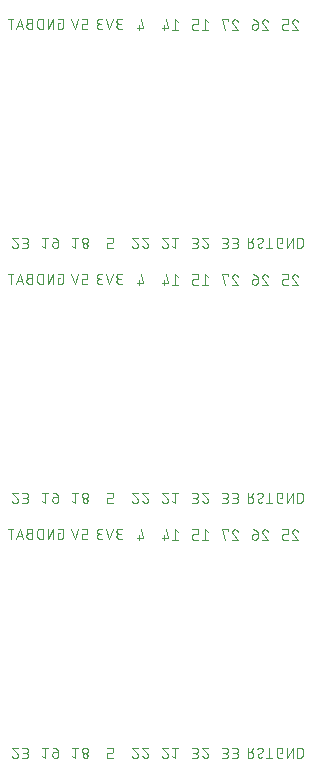
<source format=gbo>
G75*
%MOIN*%
%OFA0B0*%
%FSLAX25Y25*%
%IPPOS*%
%LPD*%
%AMOC8*
5,1,8,0,0,1.08239X$1,22.5*
%
%ADD10C,0.00300*%
D10*
X0017538Y0475352D02*
X0018704Y0475352D01*
X0018760Y0475354D01*
X0018815Y0475360D01*
X0018869Y0475370D01*
X0018923Y0475384D01*
X0018976Y0475401D01*
X0019027Y0475422D01*
X0019077Y0475447D01*
X0019125Y0475476D01*
X0019170Y0475507D01*
X0019213Y0475542D01*
X0019254Y0475580D01*
X0019292Y0475621D01*
X0019327Y0475664D01*
X0019358Y0475709D01*
X0019387Y0475757D01*
X0019412Y0475807D01*
X0019433Y0475858D01*
X0019450Y0475911D01*
X0019464Y0475965D01*
X0019474Y0476019D01*
X0019480Y0476074D01*
X0019482Y0476130D01*
X0019480Y0476186D01*
X0019474Y0476241D01*
X0019464Y0476295D01*
X0019450Y0476349D01*
X0019433Y0476402D01*
X0019412Y0476453D01*
X0019387Y0476503D01*
X0019358Y0476551D01*
X0019327Y0476596D01*
X0019292Y0476639D01*
X0019254Y0476680D01*
X0019213Y0476718D01*
X0019170Y0476753D01*
X0019125Y0476784D01*
X0019077Y0476813D01*
X0019027Y0476838D01*
X0018976Y0476859D01*
X0018923Y0476876D01*
X0018869Y0476890D01*
X0018815Y0476900D01*
X0018760Y0476906D01*
X0018704Y0476908D01*
X0017927Y0476908D01*
X0018510Y0476908D02*
X0018571Y0476910D01*
X0018632Y0476916D01*
X0018692Y0476925D01*
X0018752Y0476939D01*
X0018810Y0476956D01*
X0018868Y0476976D01*
X0018924Y0477001D01*
X0018978Y0477028D01*
X0019031Y0477059D01*
X0019081Y0477094D01*
X0019130Y0477131D01*
X0019175Y0477171D01*
X0019219Y0477215D01*
X0019259Y0477260D01*
X0019296Y0477309D01*
X0019331Y0477359D01*
X0019362Y0477412D01*
X0019389Y0477466D01*
X0019414Y0477522D01*
X0019434Y0477580D01*
X0019451Y0477638D01*
X0019465Y0477698D01*
X0019474Y0477758D01*
X0019480Y0477819D01*
X0019482Y0477880D01*
X0019480Y0477941D01*
X0019474Y0478002D01*
X0019465Y0478062D01*
X0019451Y0478122D01*
X0019434Y0478180D01*
X0019414Y0478238D01*
X0019389Y0478294D01*
X0019362Y0478348D01*
X0019331Y0478401D01*
X0019296Y0478451D01*
X0019259Y0478500D01*
X0019219Y0478545D01*
X0019175Y0478589D01*
X0019130Y0478629D01*
X0019081Y0478666D01*
X0019031Y0478701D01*
X0018978Y0478732D01*
X0018924Y0478759D01*
X0018868Y0478784D01*
X0018810Y0478804D01*
X0018752Y0478821D01*
X0018692Y0478835D01*
X0018632Y0478844D01*
X0018571Y0478850D01*
X0018510Y0478852D01*
X0017538Y0478852D01*
X0016062Y0478852D02*
X0014118Y0478852D01*
X0015771Y0476908D01*
X0015187Y0475352D02*
X0015123Y0475354D01*
X0015059Y0475359D01*
X0014995Y0475368D01*
X0014932Y0475381D01*
X0014870Y0475398D01*
X0014809Y0475417D01*
X0014749Y0475441D01*
X0014691Y0475467D01*
X0014634Y0475497D01*
X0014579Y0475531D01*
X0014526Y0475567D01*
X0014475Y0475606D01*
X0014427Y0475648D01*
X0014380Y0475693D01*
X0014337Y0475740D01*
X0014296Y0475790D01*
X0014259Y0475842D01*
X0014224Y0475896D01*
X0014192Y0475952D01*
X0014164Y0476010D01*
X0014139Y0476069D01*
X0014118Y0476130D01*
X0015770Y0476908D02*
X0015811Y0476866D01*
X0015850Y0476822D01*
X0015885Y0476775D01*
X0015918Y0476727D01*
X0015948Y0476676D01*
X0015974Y0476624D01*
X0015997Y0476570D01*
X0016017Y0476515D01*
X0016033Y0476459D01*
X0016046Y0476402D01*
X0016055Y0476344D01*
X0016060Y0476286D01*
X0016062Y0476227D01*
X0016060Y0476170D01*
X0016055Y0476113D01*
X0016045Y0476056D01*
X0016032Y0476001D01*
X0016016Y0475946D01*
X0015995Y0475892D01*
X0015972Y0475840D01*
X0015945Y0475790D01*
X0015915Y0475741D01*
X0015881Y0475694D01*
X0015845Y0475650D01*
X0015806Y0475608D01*
X0015764Y0475569D01*
X0015720Y0475533D01*
X0015673Y0475499D01*
X0015625Y0475469D01*
X0015574Y0475442D01*
X0015522Y0475419D01*
X0015468Y0475398D01*
X0015413Y0475382D01*
X0015358Y0475369D01*
X0015301Y0475359D01*
X0015244Y0475354D01*
X0015187Y0475352D01*
X0024118Y0476130D02*
X0025090Y0475352D01*
X0025090Y0478852D01*
X0024118Y0478852D02*
X0026062Y0478852D01*
X0027927Y0478852D02*
X0028003Y0478850D01*
X0028080Y0478845D01*
X0028155Y0478835D01*
X0028231Y0478822D01*
X0028305Y0478805D01*
X0028379Y0478785D01*
X0028451Y0478761D01*
X0028522Y0478734D01*
X0028592Y0478703D01*
X0028660Y0478668D01*
X0028727Y0478631D01*
X0028791Y0478590D01*
X0028854Y0478546D01*
X0028914Y0478499D01*
X0028972Y0478449D01*
X0029027Y0478396D01*
X0029080Y0478341D01*
X0029130Y0478283D01*
X0029177Y0478223D01*
X0029221Y0478160D01*
X0029262Y0478096D01*
X0029299Y0478029D01*
X0029334Y0477961D01*
X0029365Y0477891D01*
X0029392Y0477820D01*
X0029416Y0477748D01*
X0029436Y0477674D01*
X0029453Y0477600D01*
X0029466Y0477524D01*
X0029476Y0477449D01*
X0029481Y0477372D01*
X0029483Y0477296D01*
X0029482Y0477296D02*
X0029482Y0476324D01*
X0029480Y0476263D01*
X0029474Y0476202D01*
X0029465Y0476142D01*
X0029451Y0476082D01*
X0029434Y0476024D01*
X0029414Y0475966D01*
X0029389Y0475910D01*
X0029362Y0475856D01*
X0029331Y0475803D01*
X0029296Y0475753D01*
X0029259Y0475704D01*
X0029219Y0475659D01*
X0029175Y0475615D01*
X0029130Y0475575D01*
X0029081Y0475538D01*
X0029031Y0475503D01*
X0028978Y0475472D01*
X0028924Y0475445D01*
X0028868Y0475420D01*
X0028810Y0475400D01*
X0028752Y0475383D01*
X0028692Y0475369D01*
X0028632Y0475360D01*
X0028571Y0475354D01*
X0028510Y0475352D01*
X0028449Y0475354D01*
X0028388Y0475360D01*
X0028328Y0475369D01*
X0028268Y0475383D01*
X0028210Y0475400D01*
X0028152Y0475420D01*
X0028096Y0475445D01*
X0028042Y0475472D01*
X0027989Y0475503D01*
X0027939Y0475538D01*
X0027890Y0475575D01*
X0027845Y0475615D01*
X0027801Y0475659D01*
X0027761Y0475704D01*
X0027724Y0475753D01*
X0027689Y0475803D01*
X0027658Y0475856D01*
X0027631Y0475910D01*
X0027606Y0475966D01*
X0027586Y0476024D01*
X0027569Y0476082D01*
X0027555Y0476142D01*
X0027546Y0476202D01*
X0027540Y0476263D01*
X0027538Y0476324D01*
X0027538Y0476519D01*
X0027540Y0476575D01*
X0027546Y0476630D01*
X0027556Y0476684D01*
X0027570Y0476738D01*
X0027587Y0476791D01*
X0027608Y0476842D01*
X0027633Y0476892D01*
X0027662Y0476940D01*
X0027693Y0476985D01*
X0027728Y0477028D01*
X0027766Y0477069D01*
X0027807Y0477107D01*
X0027850Y0477142D01*
X0027895Y0477173D01*
X0027943Y0477202D01*
X0027993Y0477227D01*
X0028044Y0477248D01*
X0028097Y0477265D01*
X0028151Y0477279D01*
X0028205Y0477289D01*
X0028260Y0477295D01*
X0028316Y0477297D01*
X0028316Y0477296D02*
X0029482Y0477296D01*
X0034118Y0476130D02*
X0035090Y0475352D01*
X0035090Y0478852D01*
X0034118Y0478852D02*
X0036062Y0478852D01*
X0037538Y0477880D02*
X0037540Y0477941D01*
X0037546Y0478002D01*
X0037555Y0478062D01*
X0037569Y0478122D01*
X0037586Y0478180D01*
X0037606Y0478238D01*
X0037631Y0478294D01*
X0037658Y0478348D01*
X0037689Y0478401D01*
X0037724Y0478451D01*
X0037761Y0478500D01*
X0037801Y0478545D01*
X0037845Y0478589D01*
X0037890Y0478629D01*
X0037939Y0478666D01*
X0037989Y0478701D01*
X0038042Y0478732D01*
X0038096Y0478759D01*
X0038152Y0478784D01*
X0038210Y0478804D01*
X0038268Y0478821D01*
X0038328Y0478835D01*
X0038388Y0478844D01*
X0038449Y0478850D01*
X0038510Y0478852D01*
X0038571Y0478850D01*
X0038632Y0478844D01*
X0038692Y0478835D01*
X0038752Y0478821D01*
X0038810Y0478804D01*
X0038868Y0478784D01*
X0038924Y0478759D01*
X0038978Y0478732D01*
X0039031Y0478701D01*
X0039081Y0478666D01*
X0039130Y0478629D01*
X0039175Y0478589D01*
X0039219Y0478545D01*
X0039259Y0478500D01*
X0039296Y0478451D01*
X0039331Y0478401D01*
X0039362Y0478348D01*
X0039389Y0478294D01*
X0039414Y0478238D01*
X0039434Y0478180D01*
X0039451Y0478122D01*
X0039465Y0478062D01*
X0039474Y0478002D01*
X0039480Y0477941D01*
X0039482Y0477880D01*
X0039480Y0477819D01*
X0039474Y0477758D01*
X0039465Y0477698D01*
X0039451Y0477638D01*
X0039434Y0477580D01*
X0039414Y0477522D01*
X0039389Y0477466D01*
X0039362Y0477412D01*
X0039331Y0477359D01*
X0039296Y0477309D01*
X0039259Y0477260D01*
X0039219Y0477215D01*
X0039175Y0477171D01*
X0039130Y0477131D01*
X0039081Y0477094D01*
X0039031Y0477059D01*
X0038978Y0477028D01*
X0038924Y0477001D01*
X0038868Y0476976D01*
X0038810Y0476956D01*
X0038752Y0476939D01*
X0038692Y0476925D01*
X0038632Y0476916D01*
X0038571Y0476910D01*
X0038510Y0476908D01*
X0038449Y0476910D01*
X0038388Y0476916D01*
X0038328Y0476925D01*
X0038268Y0476939D01*
X0038210Y0476956D01*
X0038152Y0476976D01*
X0038096Y0477001D01*
X0038042Y0477028D01*
X0037989Y0477059D01*
X0037939Y0477094D01*
X0037890Y0477131D01*
X0037845Y0477171D01*
X0037801Y0477215D01*
X0037761Y0477260D01*
X0037724Y0477309D01*
X0037689Y0477359D01*
X0037658Y0477412D01*
X0037631Y0477466D01*
X0037606Y0477522D01*
X0037586Y0477580D01*
X0037569Y0477638D01*
X0037555Y0477698D01*
X0037546Y0477758D01*
X0037540Y0477819D01*
X0037538Y0477880D01*
X0037732Y0476130D02*
X0037734Y0476186D01*
X0037740Y0476241D01*
X0037750Y0476295D01*
X0037764Y0476349D01*
X0037781Y0476402D01*
X0037802Y0476453D01*
X0037827Y0476503D01*
X0037856Y0476551D01*
X0037887Y0476596D01*
X0037922Y0476639D01*
X0037960Y0476680D01*
X0038001Y0476718D01*
X0038044Y0476753D01*
X0038089Y0476784D01*
X0038137Y0476813D01*
X0038187Y0476838D01*
X0038238Y0476859D01*
X0038291Y0476876D01*
X0038345Y0476890D01*
X0038399Y0476900D01*
X0038454Y0476906D01*
X0038510Y0476908D01*
X0038566Y0476906D01*
X0038621Y0476900D01*
X0038675Y0476890D01*
X0038729Y0476876D01*
X0038782Y0476859D01*
X0038833Y0476838D01*
X0038883Y0476813D01*
X0038931Y0476784D01*
X0038976Y0476753D01*
X0039019Y0476718D01*
X0039060Y0476680D01*
X0039098Y0476639D01*
X0039133Y0476596D01*
X0039164Y0476551D01*
X0039193Y0476503D01*
X0039218Y0476453D01*
X0039239Y0476402D01*
X0039256Y0476349D01*
X0039270Y0476295D01*
X0039280Y0476241D01*
X0039286Y0476186D01*
X0039288Y0476130D01*
X0039286Y0476074D01*
X0039280Y0476019D01*
X0039270Y0475965D01*
X0039256Y0475911D01*
X0039239Y0475858D01*
X0039218Y0475807D01*
X0039193Y0475757D01*
X0039164Y0475709D01*
X0039133Y0475664D01*
X0039098Y0475621D01*
X0039060Y0475580D01*
X0039019Y0475542D01*
X0038976Y0475507D01*
X0038931Y0475476D01*
X0038883Y0475447D01*
X0038833Y0475422D01*
X0038782Y0475401D01*
X0038729Y0475384D01*
X0038675Y0475370D01*
X0038621Y0475360D01*
X0038566Y0475354D01*
X0038510Y0475352D01*
X0038454Y0475354D01*
X0038399Y0475360D01*
X0038345Y0475370D01*
X0038291Y0475384D01*
X0038238Y0475401D01*
X0038187Y0475422D01*
X0038137Y0475447D01*
X0038089Y0475476D01*
X0038044Y0475507D01*
X0038001Y0475542D01*
X0037960Y0475580D01*
X0037922Y0475621D01*
X0037887Y0475664D01*
X0037856Y0475709D01*
X0037827Y0475757D01*
X0037802Y0475807D01*
X0037781Y0475858D01*
X0037764Y0475911D01*
X0037750Y0475965D01*
X0037740Y0476019D01*
X0037734Y0476074D01*
X0037732Y0476130D01*
X0045828Y0476908D02*
X0045828Y0475352D01*
X0047772Y0475352D01*
X0046994Y0476908D02*
X0045828Y0476908D01*
X0046994Y0476907D02*
X0047050Y0476909D01*
X0047105Y0476915D01*
X0047159Y0476925D01*
X0047213Y0476939D01*
X0047266Y0476956D01*
X0047317Y0476977D01*
X0047367Y0477002D01*
X0047415Y0477031D01*
X0047460Y0477062D01*
X0047503Y0477097D01*
X0047544Y0477135D01*
X0047582Y0477176D01*
X0047617Y0477219D01*
X0047648Y0477264D01*
X0047677Y0477312D01*
X0047702Y0477362D01*
X0047723Y0477413D01*
X0047740Y0477466D01*
X0047754Y0477520D01*
X0047764Y0477574D01*
X0047770Y0477629D01*
X0047772Y0477685D01*
X0047772Y0478074D01*
X0047770Y0478130D01*
X0047764Y0478185D01*
X0047754Y0478239D01*
X0047740Y0478293D01*
X0047723Y0478346D01*
X0047702Y0478397D01*
X0047677Y0478447D01*
X0047648Y0478495D01*
X0047617Y0478540D01*
X0047582Y0478583D01*
X0047544Y0478624D01*
X0047503Y0478662D01*
X0047460Y0478697D01*
X0047415Y0478729D01*
X0047367Y0478757D01*
X0047317Y0478782D01*
X0047266Y0478803D01*
X0047213Y0478820D01*
X0047159Y0478834D01*
X0047105Y0478844D01*
X0047050Y0478850D01*
X0046994Y0478852D01*
X0045828Y0478852D01*
X0054118Y0478852D02*
X0056062Y0478852D01*
X0057538Y0478852D02*
X0059482Y0478852D01*
X0057538Y0478852D02*
X0059191Y0476908D01*
X0058607Y0475352D02*
X0058543Y0475354D01*
X0058479Y0475359D01*
X0058415Y0475368D01*
X0058352Y0475381D01*
X0058290Y0475398D01*
X0058229Y0475417D01*
X0058169Y0475441D01*
X0058111Y0475467D01*
X0058054Y0475497D01*
X0057999Y0475531D01*
X0057946Y0475567D01*
X0057895Y0475606D01*
X0057847Y0475648D01*
X0057800Y0475693D01*
X0057757Y0475740D01*
X0057716Y0475790D01*
X0057679Y0475842D01*
X0057644Y0475896D01*
X0057612Y0475952D01*
X0057584Y0476010D01*
X0057559Y0476069D01*
X0057538Y0476130D01*
X0059190Y0476908D02*
X0059231Y0476866D01*
X0059270Y0476822D01*
X0059305Y0476775D01*
X0059338Y0476727D01*
X0059368Y0476676D01*
X0059394Y0476624D01*
X0059417Y0476570D01*
X0059437Y0476515D01*
X0059453Y0476459D01*
X0059466Y0476402D01*
X0059475Y0476344D01*
X0059480Y0476286D01*
X0059482Y0476227D01*
X0059480Y0476170D01*
X0059475Y0476113D01*
X0059465Y0476056D01*
X0059452Y0476001D01*
X0059436Y0475946D01*
X0059415Y0475892D01*
X0059392Y0475840D01*
X0059365Y0475790D01*
X0059335Y0475741D01*
X0059301Y0475694D01*
X0059265Y0475650D01*
X0059226Y0475608D01*
X0059184Y0475569D01*
X0059140Y0475533D01*
X0059093Y0475499D01*
X0059045Y0475469D01*
X0058994Y0475442D01*
X0058942Y0475419D01*
X0058888Y0475398D01*
X0058833Y0475382D01*
X0058778Y0475369D01*
X0058721Y0475359D01*
X0058664Y0475354D01*
X0058607Y0475352D01*
X0055771Y0476908D02*
X0054118Y0478852D01*
X0054118Y0476130D02*
X0054139Y0476069D01*
X0054164Y0476010D01*
X0054192Y0475952D01*
X0054224Y0475896D01*
X0054259Y0475842D01*
X0054296Y0475790D01*
X0054337Y0475740D01*
X0054380Y0475693D01*
X0054427Y0475648D01*
X0054475Y0475606D01*
X0054526Y0475567D01*
X0054579Y0475531D01*
X0054634Y0475497D01*
X0054691Y0475467D01*
X0054749Y0475441D01*
X0054809Y0475417D01*
X0054870Y0475398D01*
X0054932Y0475381D01*
X0054995Y0475368D01*
X0055059Y0475359D01*
X0055123Y0475354D01*
X0055187Y0475352D01*
X0055244Y0475354D01*
X0055301Y0475359D01*
X0055358Y0475369D01*
X0055413Y0475382D01*
X0055468Y0475398D01*
X0055522Y0475419D01*
X0055574Y0475442D01*
X0055625Y0475469D01*
X0055673Y0475499D01*
X0055720Y0475533D01*
X0055764Y0475569D01*
X0055806Y0475608D01*
X0055845Y0475650D01*
X0055881Y0475694D01*
X0055915Y0475741D01*
X0055945Y0475790D01*
X0055972Y0475840D01*
X0055995Y0475892D01*
X0056016Y0475946D01*
X0056032Y0476001D01*
X0056045Y0476056D01*
X0056055Y0476113D01*
X0056060Y0476170D01*
X0056062Y0476227D01*
X0056060Y0476286D01*
X0056055Y0476344D01*
X0056046Y0476402D01*
X0056033Y0476459D01*
X0056017Y0476515D01*
X0055997Y0476570D01*
X0055974Y0476624D01*
X0055948Y0476676D01*
X0055918Y0476727D01*
X0055885Y0476775D01*
X0055850Y0476822D01*
X0055811Y0476866D01*
X0055770Y0476908D01*
X0064118Y0478852D02*
X0066062Y0478852D01*
X0067538Y0478852D02*
X0069482Y0478852D01*
X0068510Y0478852D02*
X0068510Y0475352D01*
X0067538Y0476130D01*
X0065771Y0476908D02*
X0064118Y0478852D01*
X0064118Y0476130D02*
X0064139Y0476069D01*
X0064164Y0476010D01*
X0064192Y0475952D01*
X0064224Y0475896D01*
X0064259Y0475842D01*
X0064296Y0475790D01*
X0064337Y0475740D01*
X0064380Y0475693D01*
X0064427Y0475648D01*
X0064475Y0475606D01*
X0064526Y0475567D01*
X0064579Y0475531D01*
X0064634Y0475497D01*
X0064691Y0475467D01*
X0064749Y0475441D01*
X0064809Y0475417D01*
X0064870Y0475398D01*
X0064932Y0475381D01*
X0064995Y0475368D01*
X0065059Y0475359D01*
X0065123Y0475354D01*
X0065187Y0475352D01*
X0065244Y0475354D01*
X0065301Y0475359D01*
X0065358Y0475369D01*
X0065413Y0475382D01*
X0065468Y0475398D01*
X0065522Y0475419D01*
X0065574Y0475442D01*
X0065625Y0475469D01*
X0065673Y0475499D01*
X0065720Y0475533D01*
X0065764Y0475569D01*
X0065806Y0475608D01*
X0065845Y0475650D01*
X0065881Y0475694D01*
X0065915Y0475741D01*
X0065945Y0475790D01*
X0065972Y0475840D01*
X0065995Y0475892D01*
X0066016Y0475946D01*
X0066032Y0476001D01*
X0066045Y0476056D01*
X0066055Y0476113D01*
X0066060Y0476170D01*
X0066062Y0476227D01*
X0066060Y0476286D01*
X0066055Y0476344D01*
X0066046Y0476402D01*
X0066033Y0476459D01*
X0066017Y0476515D01*
X0065997Y0476570D01*
X0065974Y0476624D01*
X0065948Y0476676D01*
X0065918Y0476727D01*
X0065885Y0476775D01*
X0065850Y0476822D01*
X0065811Y0476866D01*
X0065770Y0476908D01*
X0074118Y0475352D02*
X0075284Y0475352D01*
X0075340Y0475354D01*
X0075395Y0475360D01*
X0075449Y0475370D01*
X0075503Y0475384D01*
X0075556Y0475401D01*
X0075607Y0475422D01*
X0075657Y0475447D01*
X0075705Y0475476D01*
X0075750Y0475507D01*
X0075793Y0475542D01*
X0075834Y0475580D01*
X0075872Y0475621D01*
X0075907Y0475664D01*
X0075938Y0475709D01*
X0075967Y0475757D01*
X0075992Y0475807D01*
X0076013Y0475858D01*
X0076030Y0475911D01*
X0076044Y0475965D01*
X0076054Y0476019D01*
X0076060Y0476074D01*
X0076062Y0476130D01*
X0076060Y0476186D01*
X0076054Y0476241D01*
X0076044Y0476295D01*
X0076030Y0476349D01*
X0076013Y0476402D01*
X0075992Y0476453D01*
X0075967Y0476503D01*
X0075938Y0476551D01*
X0075907Y0476596D01*
X0075872Y0476639D01*
X0075834Y0476680D01*
X0075793Y0476718D01*
X0075750Y0476753D01*
X0075705Y0476784D01*
X0075657Y0476813D01*
X0075607Y0476838D01*
X0075556Y0476859D01*
X0075503Y0476876D01*
X0075449Y0476890D01*
X0075395Y0476900D01*
X0075340Y0476906D01*
X0075284Y0476908D01*
X0074507Y0476908D01*
X0075090Y0476908D02*
X0075151Y0476910D01*
X0075212Y0476916D01*
X0075272Y0476925D01*
X0075332Y0476939D01*
X0075390Y0476956D01*
X0075448Y0476976D01*
X0075504Y0477001D01*
X0075558Y0477028D01*
X0075611Y0477059D01*
X0075661Y0477094D01*
X0075710Y0477131D01*
X0075755Y0477171D01*
X0075799Y0477215D01*
X0075839Y0477260D01*
X0075876Y0477309D01*
X0075911Y0477359D01*
X0075942Y0477412D01*
X0075969Y0477466D01*
X0075994Y0477522D01*
X0076014Y0477580D01*
X0076031Y0477638D01*
X0076045Y0477698D01*
X0076054Y0477758D01*
X0076060Y0477819D01*
X0076062Y0477880D01*
X0076060Y0477941D01*
X0076054Y0478002D01*
X0076045Y0478062D01*
X0076031Y0478122D01*
X0076014Y0478180D01*
X0075994Y0478238D01*
X0075969Y0478294D01*
X0075942Y0478348D01*
X0075911Y0478401D01*
X0075876Y0478451D01*
X0075839Y0478500D01*
X0075799Y0478545D01*
X0075755Y0478589D01*
X0075710Y0478629D01*
X0075661Y0478666D01*
X0075611Y0478701D01*
X0075558Y0478732D01*
X0075504Y0478759D01*
X0075448Y0478784D01*
X0075390Y0478804D01*
X0075332Y0478821D01*
X0075272Y0478835D01*
X0075212Y0478844D01*
X0075151Y0478850D01*
X0075090Y0478852D01*
X0074118Y0478852D01*
X0077538Y0478852D02*
X0079482Y0478852D01*
X0077538Y0478852D02*
X0079191Y0476908D01*
X0078607Y0475352D02*
X0078543Y0475354D01*
X0078479Y0475359D01*
X0078415Y0475368D01*
X0078352Y0475381D01*
X0078290Y0475398D01*
X0078229Y0475417D01*
X0078169Y0475441D01*
X0078111Y0475467D01*
X0078054Y0475497D01*
X0077999Y0475531D01*
X0077946Y0475567D01*
X0077895Y0475606D01*
X0077847Y0475648D01*
X0077800Y0475693D01*
X0077757Y0475740D01*
X0077716Y0475790D01*
X0077679Y0475842D01*
X0077644Y0475896D01*
X0077612Y0475952D01*
X0077584Y0476010D01*
X0077559Y0476069D01*
X0077538Y0476130D01*
X0079190Y0476908D02*
X0079231Y0476866D01*
X0079270Y0476822D01*
X0079305Y0476775D01*
X0079338Y0476727D01*
X0079368Y0476676D01*
X0079394Y0476624D01*
X0079417Y0476570D01*
X0079437Y0476515D01*
X0079453Y0476459D01*
X0079466Y0476402D01*
X0079475Y0476344D01*
X0079480Y0476286D01*
X0079482Y0476227D01*
X0079480Y0476170D01*
X0079475Y0476113D01*
X0079465Y0476056D01*
X0079452Y0476001D01*
X0079436Y0475946D01*
X0079415Y0475892D01*
X0079392Y0475840D01*
X0079365Y0475790D01*
X0079335Y0475741D01*
X0079301Y0475694D01*
X0079265Y0475650D01*
X0079226Y0475608D01*
X0079184Y0475569D01*
X0079140Y0475533D01*
X0079093Y0475499D01*
X0079045Y0475469D01*
X0078994Y0475442D01*
X0078942Y0475419D01*
X0078888Y0475398D01*
X0078833Y0475382D01*
X0078778Y0475369D01*
X0078721Y0475359D01*
X0078664Y0475354D01*
X0078607Y0475352D01*
X0084118Y0475352D02*
X0085284Y0475352D01*
X0085340Y0475354D01*
X0085395Y0475360D01*
X0085449Y0475370D01*
X0085503Y0475384D01*
X0085556Y0475401D01*
X0085607Y0475422D01*
X0085657Y0475447D01*
X0085705Y0475476D01*
X0085750Y0475507D01*
X0085793Y0475542D01*
X0085834Y0475580D01*
X0085872Y0475621D01*
X0085907Y0475664D01*
X0085938Y0475709D01*
X0085967Y0475757D01*
X0085992Y0475807D01*
X0086013Y0475858D01*
X0086030Y0475911D01*
X0086044Y0475965D01*
X0086054Y0476019D01*
X0086060Y0476074D01*
X0086062Y0476130D01*
X0086060Y0476186D01*
X0086054Y0476241D01*
X0086044Y0476295D01*
X0086030Y0476349D01*
X0086013Y0476402D01*
X0085992Y0476453D01*
X0085967Y0476503D01*
X0085938Y0476551D01*
X0085907Y0476596D01*
X0085872Y0476639D01*
X0085834Y0476680D01*
X0085793Y0476718D01*
X0085750Y0476753D01*
X0085705Y0476784D01*
X0085657Y0476813D01*
X0085607Y0476838D01*
X0085556Y0476859D01*
X0085503Y0476876D01*
X0085449Y0476890D01*
X0085395Y0476900D01*
X0085340Y0476906D01*
X0085284Y0476908D01*
X0084507Y0476908D01*
X0085090Y0476908D02*
X0085151Y0476910D01*
X0085212Y0476916D01*
X0085272Y0476925D01*
X0085332Y0476939D01*
X0085390Y0476956D01*
X0085448Y0476976D01*
X0085504Y0477001D01*
X0085558Y0477028D01*
X0085611Y0477059D01*
X0085661Y0477094D01*
X0085710Y0477131D01*
X0085755Y0477171D01*
X0085799Y0477215D01*
X0085839Y0477260D01*
X0085876Y0477309D01*
X0085911Y0477359D01*
X0085942Y0477412D01*
X0085969Y0477466D01*
X0085994Y0477522D01*
X0086014Y0477580D01*
X0086031Y0477638D01*
X0086045Y0477698D01*
X0086054Y0477758D01*
X0086060Y0477819D01*
X0086062Y0477880D01*
X0086060Y0477941D01*
X0086054Y0478002D01*
X0086045Y0478062D01*
X0086031Y0478122D01*
X0086014Y0478180D01*
X0085994Y0478238D01*
X0085969Y0478294D01*
X0085942Y0478348D01*
X0085911Y0478401D01*
X0085876Y0478451D01*
X0085839Y0478500D01*
X0085799Y0478545D01*
X0085755Y0478589D01*
X0085710Y0478629D01*
X0085661Y0478666D01*
X0085611Y0478701D01*
X0085558Y0478732D01*
X0085504Y0478759D01*
X0085448Y0478784D01*
X0085390Y0478804D01*
X0085332Y0478821D01*
X0085272Y0478835D01*
X0085212Y0478844D01*
X0085151Y0478850D01*
X0085090Y0478852D01*
X0084118Y0478852D01*
X0087538Y0478852D02*
X0088510Y0478852D01*
X0088571Y0478850D01*
X0088632Y0478844D01*
X0088692Y0478835D01*
X0088752Y0478821D01*
X0088810Y0478804D01*
X0088868Y0478784D01*
X0088924Y0478759D01*
X0088978Y0478732D01*
X0089031Y0478701D01*
X0089081Y0478666D01*
X0089130Y0478629D01*
X0089175Y0478589D01*
X0089219Y0478545D01*
X0089259Y0478500D01*
X0089296Y0478451D01*
X0089331Y0478401D01*
X0089362Y0478348D01*
X0089389Y0478294D01*
X0089414Y0478238D01*
X0089434Y0478180D01*
X0089451Y0478122D01*
X0089465Y0478062D01*
X0089474Y0478002D01*
X0089480Y0477941D01*
X0089482Y0477880D01*
X0089480Y0477819D01*
X0089474Y0477758D01*
X0089465Y0477698D01*
X0089451Y0477638D01*
X0089434Y0477580D01*
X0089414Y0477522D01*
X0089389Y0477466D01*
X0089362Y0477412D01*
X0089331Y0477359D01*
X0089296Y0477309D01*
X0089259Y0477260D01*
X0089219Y0477215D01*
X0089175Y0477171D01*
X0089130Y0477131D01*
X0089081Y0477094D01*
X0089031Y0477059D01*
X0088978Y0477028D01*
X0088924Y0477001D01*
X0088868Y0476976D01*
X0088810Y0476956D01*
X0088752Y0476939D01*
X0088692Y0476925D01*
X0088632Y0476916D01*
X0088571Y0476910D01*
X0088510Y0476908D01*
X0088704Y0476908D02*
X0087927Y0476908D01*
X0088704Y0476908D02*
X0088760Y0476906D01*
X0088815Y0476900D01*
X0088869Y0476890D01*
X0088923Y0476876D01*
X0088976Y0476859D01*
X0089027Y0476838D01*
X0089077Y0476813D01*
X0089125Y0476784D01*
X0089170Y0476753D01*
X0089213Y0476718D01*
X0089254Y0476680D01*
X0089292Y0476639D01*
X0089327Y0476596D01*
X0089358Y0476551D01*
X0089387Y0476503D01*
X0089412Y0476453D01*
X0089433Y0476402D01*
X0089450Y0476349D01*
X0089464Y0476295D01*
X0089474Y0476241D01*
X0089480Y0476186D01*
X0089482Y0476130D01*
X0089480Y0476074D01*
X0089474Y0476019D01*
X0089464Y0475965D01*
X0089450Y0475911D01*
X0089433Y0475858D01*
X0089412Y0475807D01*
X0089387Y0475757D01*
X0089358Y0475709D01*
X0089327Y0475664D01*
X0089292Y0475621D01*
X0089254Y0475580D01*
X0089213Y0475542D01*
X0089170Y0475507D01*
X0089125Y0475476D01*
X0089077Y0475447D01*
X0089027Y0475422D01*
X0088976Y0475401D01*
X0088923Y0475384D01*
X0088869Y0475370D01*
X0088815Y0475360D01*
X0088760Y0475354D01*
X0088704Y0475352D01*
X0087538Y0475352D01*
X0092770Y0475452D02*
X0093687Y0475452D01*
X0093746Y0475454D01*
X0093804Y0475460D01*
X0093862Y0475469D01*
X0093920Y0475482D01*
X0093976Y0475499D01*
X0094031Y0475519D01*
X0094085Y0475543D01*
X0094137Y0475570D01*
X0094187Y0475600D01*
X0094235Y0475634D01*
X0094281Y0475671D01*
X0094325Y0475710D01*
X0094366Y0475753D01*
X0094404Y0475797D01*
X0094439Y0475844D01*
X0094471Y0475894D01*
X0094500Y0475945D01*
X0094526Y0475998D01*
X0094548Y0476052D01*
X0094566Y0476108D01*
X0094581Y0476165D01*
X0094592Y0476223D01*
X0094600Y0476281D01*
X0094604Y0476340D01*
X0094604Y0476398D01*
X0094600Y0476457D01*
X0094592Y0476515D01*
X0094581Y0476573D01*
X0094566Y0476630D01*
X0094548Y0476686D01*
X0094526Y0476740D01*
X0094500Y0476793D01*
X0094471Y0476844D01*
X0094439Y0476894D01*
X0094404Y0476941D01*
X0094366Y0476985D01*
X0094325Y0477028D01*
X0094281Y0477067D01*
X0094235Y0477104D01*
X0094187Y0477138D01*
X0094137Y0477168D01*
X0094085Y0477195D01*
X0094031Y0477219D01*
X0093976Y0477239D01*
X0093920Y0477256D01*
X0093862Y0477269D01*
X0093804Y0477278D01*
X0093746Y0477284D01*
X0093687Y0477286D01*
X0093687Y0477285D02*
X0092770Y0477285D01*
X0093870Y0477285D02*
X0094603Y0478752D01*
X0092770Y0478752D02*
X0092770Y0475452D01*
X0096339Y0476827D02*
X0097347Y0477377D01*
X0096981Y0478752D02*
X0096905Y0478750D01*
X0096828Y0478744D01*
X0096753Y0478735D01*
X0096677Y0478722D01*
X0096603Y0478705D01*
X0096529Y0478685D01*
X0096456Y0478660D01*
X0096385Y0478633D01*
X0096315Y0478602D01*
X0096247Y0478567D01*
X0096181Y0478529D01*
X0096116Y0478488D01*
X0096054Y0478444D01*
X0095994Y0478397D01*
X0095936Y0478347D01*
X0095881Y0478294D01*
X0097347Y0477377D02*
X0097391Y0477405D01*
X0097432Y0477435D01*
X0097471Y0477469D01*
X0097508Y0477505D01*
X0097543Y0477544D01*
X0097574Y0477584D01*
X0097603Y0477627D01*
X0097628Y0477672D01*
X0097651Y0477718D01*
X0097670Y0477766D01*
X0097686Y0477815D01*
X0097698Y0477865D01*
X0097707Y0477916D01*
X0097712Y0477967D01*
X0097714Y0478019D01*
X0097712Y0478071D01*
X0097707Y0478123D01*
X0097697Y0478175D01*
X0097684Y0478226D01*
X0097668Y0478275D01*
X0097648Y0478323D01*
X0097624Y0478370D01*
X0097598Y0478415D01*
X0097568Y0478458D01*
X0097535Y0478499D01*
X0097499Y0478537D01*
X0097461Y0478573D01*
X0097420Y0478606D01*
X0097377Y0478636D01*
X0097332Y0478662D01*
X0097285Y0478686D01*
X0097237Y0478706D01*
X0097188Y0478722D01*
X0097137Y0478735D01*
X0097085Y0478745D01*
X0097033Y0478750D01*
X0096981Y0478752D01*
X0097531Y0475727D02*
X0097471Y0475684D01*
X0097409Y0475645D01*
X0097344Y0475609D01*
X0097278Y0475577D01*
X0097210Y0475548D01*
X0097141Y0475523D01*
X0097070Y0475501D01*
X0096999Y0475484D01*
X0096926Y0475470D01*
X0096853Y0475460D01*
X0096780Y0475454D01*
X0096706Y0475452D01*
X0096654Y0475454D01*
X0096602Y0475459D01*
X0096550Y0475469D01*
X0096499Y0475482D01*
X0096450Y0475498D01*
X0096402Y0475518D01*
X0096355Y0475542D01*
X0096310Y0475568D01*
X0096267Y0475598D01*
X0096226Y0475631D01*
X0096188Y0475667D01*
X0096152Y0475705D01*
X0096119Y0475746D01*
X0096089Y0475789D01*
X0096063Y0475834D01*
X0096039Y0475881D01*
X0096019Y0475929D01*
X0096003Y0475978D01*
X0095990Y0476029D01*
X0095980Y0476081D01*
X0095975Y0476133D01*
X0095973Y0476185D01*
X0095972Y0476185D02*
X0095974Y0476237D01*
X0095979Y0476288D01*
X0095988Y0476339D01*
X0096000Y0476389D01*
X0096016Y0476438D01*
X0096035Y0476486D01*
X0096058Y0476532D01*
X0096083Y0476577D01*
X0096112Y0476620D01*
X0096143Y0476660D01*
X0096178Y0476699D01*
X0096215Y0476735D01*
X0096254Y0476769D01*
X0096295Y0476799D01*
X0096339Y0476827D01*
X0098797Y0475452D02*
X0100630Y0475452D01*
X0099713Y0475452D02*
X0099713Y0478752D01*
X0102327Y0478019D02*
X0102327Y0476185D01*
X0102328Y0476185D02*
X0102330Y0476133D01*
X0102335Y0476081D01*
X0102345Y0476029D01*
X0102358Y0475978D01*
X0102374Y0475929D01*
X0102394Y0475881D01*
X0102418Y0475834D01*
X0102444Y0475789D01*
X0102474Y0475746D01*
X0102507Y0475705D01*
X0102543Y0475667D01*
X0102581Y0475631D01*
X0102622Y0475598D01*
X0102665Y0475568D01*
X0102710Y0475542D01*
X0102756Y0475518D01*
X0102805Y0475498D01*
X0102854Y0475482D01*
X0102905Y0475469D01*
X0102957Y0475459D01*
X0103009Y0475454D01*
X0103061Y0475452D01*
X0104161Y0475452D01*
X0104161Y0476919D02*
X0104161Y0478752D01*
X0103061Y0478752D01*
X0103009Y0478750D01*
X0102957Y0478745D01*
X0102905Y0478735D01*
X0102854Y0478722D01*
X0102805Y0478706D01*
X0102757Y0478686D01*
X0102710Y0478662D01*
X0102665Y0478636D01*
X0102622Y0478606D01*
X0102581Y0478573D01*
X0102543Y0478537D01*
X0102507Y0478499D01*
X0102474Y0478458D01*
X0102444Y0478415D01*
X0102418Y0478370D01*
X0102394Y0478324D01*
X0102374Y0478275D01*
X0102358Y0478226D01*
X0102345Y0478175D01*
X0102335Y0478123D01*
X0102330Y0478071D01*
X0102328Y0478019D01*
X0103611Y0476919D02*
X0104161Y0476919D01*
X0105783Y0475452D02*
X0107617Y0478752D01*
X0107617Y0475452D01*
X0109239Y0475452D02*
X0110156Y0475452D01*
X0110214Y0475454D01*
X0110271Y0475459D01*
X0110328Y0475468D01*
X0110384Y0475481D01*
X0110439Y0475497D01*
X0110494Y0475516D01*
X0110546Y0475539D01*
X0110598Y0475565D01*
X0110647Y0475595D01*
X0110695Y0475627D01*
X0110741Y0475662D01*
X0110784Y0475701D01*
X0110824Y0475741D01*
X0110863Y0475784D01*
X0110898Y0475830D01*
X0110930Y0475878D01*
X0110960Y0475927D01*
X0110986Y0475979D01*
X0111009Y0476031D01*
X0111028Y0476086D01*
X0111044Y0476141D01*
X0111057Y0476197D01*
X0111066Y0476254D01*
X0111071Y0476311D01*
X0111073Y0476369D01*
X0111073Y0477835D01*
X0111071Y0477893D01*
X0111066Y0477950D01*
X0111057Y0478007D01*
X0111044Y0478063D01*
X0111028Y0478118D01*
X0111009Y0478173D01*
X0110986Y0478225D01*
X0110960Y0478277D01*
X0110930Y0478326D01*
X0110898Y0478374D01*
X0110863Y0478420D01*
X0110824Y0478463D01*
X0110784Y0478503D01*
X0110741Y0478542D01*
X0110695Y0478577D01*
X0110647Y0478609D01*
X0110598Y0478639D01*
X0110546Y0478665D01*
X0110494Y0478688D01*
X0110439Y0478707D01*
X0110384Y0478723D01*
X0110328Y0478736D01*
X0110271Y0478745D01*
X0110214Y0478750D01*
X0110156Y0478752D01*
X0109239Y0478752D01*
X0109239Y0475452D01*
X0105783Y0475452D02*
X0105783Y0478752D01*
X0106062Y0548052D02*
X0104896Y0548052D01*
X0104840Y0548054D01*
X0104785Y0548060D01*
X0104731Y0548070D01*
X0104677Y0548084D01*
X0104624Y0548101D01*
X0104573Y0548122D01*
X0104523Y0548147D01*
X0104475Y0548176D01*
X0104430Y0548207D01*
X0104387Y0548242D01*
X0104346Y0548280D01*
X0104308Y0548321D01*
X0104273Y0548364D01*
X0104242Y0548409D01*
X0104213Y0548457D01*
X0104188Y0548507D01*
X0104167Y0548558D01*
X0104150Y0548611D01*
X0104136Y0548665D01*
X0104126Y0548719D01*
X0104120Y0548774D01*
X0104118Y0548830D01*
X0104118Y0549219D01*
X0104120Y0549275D01*
X0104126Y0549330D01*
X0104136Y0549384D01*
X0104150Y0549438D01*
X0104167Y0549491D01*
X0104188Y0549542D01*
X0104213Y0549592D01*
X0104242Y0549640D01*
X0104273Y0549685D01*
X0104308Y0549728D01*
X0104346Y0549769D01*
X0104387Y0549807D01*
X0104430Y0549842D01*
X0104475Y0549873D01*
X0104523Y0549902D01*
X0104573Y0549927D01*
X0104624Y0549948D01*
X0104677Y0549965D01*
X0104731Y0549979D01*
X0104785Y0549989D01*
X0104840Y0549995D01*
X0104896Y0549997D01*
X0104896Y0549996D02*
X0106062Y0549996D01*
X0106062Y0551552D01*
X0104118Y0551552D01*
X0104161Y0560452D02*
X0103061Y0560452D01*
X0103009Y0560454D01*
X0102957Y0560459D01*
X0102905Y0560469D01*
X0102854Y0560482D01*
X0102805Y0560498D01*
X0102756Y0560518D01*
X0102710Y0560542D01*
X0102665Y0560568D01*
X0102622Y0560598D01*
X0102581Y0560631D01*
X0102543Y0560667D01*
X0102507Y0560705D01*
X0102474Y0560746D01*
X0102444Y0560789D01*
X0102418Y0560834D01*
X0102394Y0560881D01*
X0102374Y0560929D01*
X0102358Y0560978D01*
X0102345Y0561029D01*
X0102335Y0561081D01*
X0102330Y0561133D01*
X0102328Y0561185D01*
X0102327Y0561185D02*
X0102327Y0563019D01*
X0102328Y0563019D02*
X0102330Y0563071D01*
X0102335Y0563123D01*
X0102345Y0563175D01*
X0102358Y0563226D01*
X0102374Y0563275D01*
X0102394Y0563324D01*
X0102418Y0563370D01*
X0102444Y0563415D01*
X0102474Y0563458D01*
X0102507Y0563499D01*
X0102543Y0563537D01*
X0102581Y0563573D01*
X0102622Y0563606D01*
X0102665Y0563636D01*
X0102710Y0563662D01*
X0102757Y0563686D01*
X0102805Y0563706D01*
X0102854Y0563722D01*
X0102905Y0563735D01*
X0102957Y0563745D01*
X0103009Y0563750D01*
X0103061Y0563752D01*
X0104161Y0563752D01*
X0104161Y0561919D01*
X0103611Y0561919D01*
X0105783Y0560452D02*
X0107617Y0563752D01*
X0107617Y0560452D01*
X0109239Y0560452D02*
X0110156Y0560452D01*
X0110214Y0560454D01*
X0110271Y0560459D01*
X0110328Y0560468D01*
X0110384Y0560481D01*
X0110439Y0560497D01*
X0110494Y0560516D01*
X0110546Y0560539D01*
X0110598Y0560565D01*
X0110647Y0560595D01*
X0110695Y0560627D01*
X0110741Y0560662D01*
X0110784Y0560701D01*
X0110824Y0560741D01*
X0110863Y0560784D01*
X0110898Y0560830D01*
X0110930Y0560878D01*
X0110960Y0560927D01*
X0110986Y0560979D01*
X0111009Y0561031D01*
X0111028Y0561086D01*
X0111044Y0561141D01*
X0111057Y0561197D01*
X0111066Y0561254D01*
X0111071Y0561311D01*
X0111073Y0561369D01*
X0111073Y0562835D01*
X0111071Y0562893D01*
X0111066Y0562950D01*
X0111057Y0563007D01*
X0111044Y0563063D01*
X0111028Y0563118D01*
X0111009Y0563173D01*
X0110986Y0563225D01*
X0110960Y0563277D01*
X0110930Y0563326D01*
X0110898Y0563374D01*
X0110863Y0563420D01*
X0110824Y0563463D01*
X0110784Y0563503D01*
X0110741Y0563542D01*
X0110695Y0563577D01*
X0110647Y0563609D01*
X0110598Y0563639D01*
X0110546Y0563665D01*
X0110494Y0563688D01*
X0110439Y0563707D01*
X0110384Y0563723D01*
X0110328Y0563736D01*
X0110271Y0563745D01*
X0110214Y0563750D01*
X0110156Y0563752D01*
X0109239Y0563752D01*
X0109239Y0560452D01*
X0105783Y0560452D02*
X0105783Y0563752D01*
X0108413Y0551552D02*
X0108356Y0551550D01*
X0108299Y0551545D01*
X0108242Y0551535D01*
X0108187Y0551522D01*
X0108132Y0551506D01*
X0108078Y0551485D01*
X0108026Y0551462D01*
X0107976Y0551435D01*
X0107927Y0551405D01*
X0107880Y0551371D01*
X0107836Y0551335D01*
X0107794Y0551296D01*
X0107755Y0551254D01*
X0107719Y0551210D01*
X0107685Y0551163D01*
X0107655Y0551115D01*
X0107628Y0551064D01*
X0107605Y0551012D01*
X0107584Y0550958D01*
X0107568Y0550903D01*
X0107555Y0550848D01*
X0107545Y0550791D01*
X0107540Y0550734D01*
X0107538Y0550677D01*
X0107829Y0549996D02*
X0109482Y0548052D01*
X0107538Y0548052D01*
X0109482Y0550774D02*
X0109461Y0550835D01*
X0109436Y0550894D01*
X0109408Y0550952D01*
X0109376Y0551008D01*
X0109341Y0551062D01*
X0109304Y0551114D01*
X0109263Y0551164D01*
X0109220Y0551211D01*
X0109173Y0551256D01*
X0109125Y0551298D01*
X0109074Y0551337D01*
X0109021Y0551373D01*
X0108966Y0551407D01*
X0108909Y0551437D01*
X0108851Y0551463D01*
X0108791Y0551487D01*
X0108730Y0551506D01*
X0108668Y0551523D01*
X0108605Y0551536D01*
X0108541Y0551545D01*
X0108477Y0551550D01*
X0108413Y0551552D01*
X0107538Y0550677D02*
X0107540Y0550618D01*
X0107545Y0550560D01*
X0107554Y0550502D01*
X0107567Y0550445D01*
X0107583Y0550389D01*
X0107603Y0550334D01*
X0107626Y0550280D01*
X0107652Y0550228D01*
X0107682Y0550177D01*
X0107715Y0550129D01*
X0107750Y0550082D01*
X0107789Y0550038D01*
X0107830Y0549996D01*
X0100630Y0560452D02*
X0098797Y0560452D01*
X0099713Y0560452D02*
X0099713Y0563752D01*
X0097347Y0562377D02*
X0096339Y0561827D01*
X0096706Y0560452D02*
X0096780Y0560454D01*
X0096853Y0560460D01*
X0096926Y0560470D01*
X0096999Y0560484D01*
X0097070Y0560501D01*
X0097141Y0560523D01*
X0097210Y0560548D01*
X0097278Y0560577D01*
X0097344Y0560609D01*
X0097409Y0560645D01*
X0097471Y0560684D01*
X0097531Y0560727D01*
X0096339Y0561827D02*
X0096295Y0561799D01*
X0096254Y0561769D01*
X0096215Y0561735D01*
X0096178Y0561699D01*
X0096143Y0561660D01*
X0096112Y0561620D01*
X0096083Y0561577D01*
X0096058Y0561532D01*
X0096035Y0561486D01*
X0096016Y0561438D01*
X0096000Y0561389D01*
X0095988Y0561339D01*
X0095979Y0561288D01*
X0095974Y0561237D01*
X0095972Y0561185D01*
X0095973Y0561185D02*
X0095975Y0561133D01*
X0095980Y0561081D01*
X0095990Y0561029D01*
X0096003Y0560978D01*
X0096019Y0560929D01*
X0096039Y0560881D01*
X0096063Y0560834D01*
X0096089Y0560789D01*
X0096119Y0560746D01*
X0096152Y0560705D01*
X0096188Y0560667D01*
X0096226Y0560631D01*
X0096267Y0560598D01*
X0096310Y0560568D01*
X0096355Y0560542D01*
X0096402Y0560518D01*
X0096450Y0560498D01*
X0096499Y0560482D01*
X0096550Y0560469D01*
X0096602Y0560459D01*
X0096654Y0560454D01*
X0096706Y0560452D01*
X0095881Y0563294D02*
X0095936Y0563347D01*
X0095994Y0563397D01*
X0096054Y0563444D01*
X0096116Y0563488D01*
X0096181Y0563529D01*
X0096247Y0563567D01*
X0096315Y0563602D01*
X0096385Y0563633D01*
X0096456Y0563660D01*
X0096529Y0563685D01*
X0096603Y0563705D01*
X0096677Y0563722D01*
X0096753Y0563735D01*
X0096828Y0563744D01*
X0096905Y0563750D01*
X0096981Y0563752D01*
X0097033Y0563750D01*
X0097085Y0563745D01*
X0097137Y0563735D01*
X0097188Y0563722D01*
X0097237Y0563706D01*
X0097285Y0563686D01*
X0097332Y0563662D01*
X0097377Y0563636D01*
X0097420Y0563606D01*
X0097461Y0563573D01*
X0097499Y0563537D01*
X0097535Y0563499D01*
X0097568Y0563458D01*
X0097598Y0563415D01*
X0097624Y0563370D01*
X0097648Y0563323D01*
X0097668Y0563275D01*
X0097684Y0563226D01*
X0097697Y0563175D01*
X0097707Y0563123D01*
X0097712Y0563071D01*
X0097714Y0563019D01*
X0097712Y0562967D01*
X0097707Y0562916D01*
X0097698Y0562865D01*
X0097686Y0562815D01*
X0097670Y0562766D01*
X0097651Y0562718D01*
X0097628Y0562672D01*
X0097603Y0562627D01*
X0097574Y0562584D01*
X0097543Y0562544D01*
X0097508Y0562505D01*
X0097471Y0562469D01*
X0097432Y0562435D01*
X0097391Y0562405D01*
X0097347Y0562377D01*
X0094603Y0563752D02*
X0093870Y0562285D01*
X0093687Y0562285D02*
X0092770Y0562285D01*
X0093687Y0562286D02*
X0093746Y0562284D01*
X0093804Y0562278D01*
X0093862Y0562269D01*
X0093920Y0562256D01*
X0093976Y0562239D01*
X0094031Y0562219D01*
X0094085Y0562195D01*
X0094137Y0562168D01*
X0094187Y0562138D01*
X0094235Y0562104D01*
X0094281Y0562067D01*
X0094325Y0562028D01*
X0094366Y0561985D01*
X0094404Y0561941D01*
X0094439Y0561894D01*
X0094471Y0561844D01*
X0094500Y0561793D01*
X0094526Y0561740D01*
X0094548Y0561686D01*
X0094566Y0561630D01*
X0094581Y0561573D01*
X0094592Y0561515D01*
X0094600Y0561457D01*
X0094604Y0561398D01*
X0094604Y0561340D01*
X0094600Y0561281D01*
X0094592Y0561223D01*
X0094581Y0561165D01*
X0094566Y0561108D01*
X0094548Y0561052D01*
X0094526Y0560998D01*
X0094500Y0560945D01*
X0094471Y0560894D01*
X0094439Y0560844D01*
X0094404Y0560797D01*
X0094366Y0560753D01*
X0094325Y0560710D01*
X0094281Y0560671D01*
X0094235Y0560634D01*
X0094187Y0560600D01*
X0094137Y0560570D01*
X0094085Y0560543D01*
X0094031Y0560519D01*
X0093976Y0560499D01*
X0093920Y0560482D01*
X0093862Y0560469D01*
X0093804Y0560460D01*
X0093746Y0560454D01*
X0093687Y0560452D01*
X0092770Y0560452D01*
X0092770Y0563752D01*
X0094507Y0551552D02*
X0094586Y0551550D01*
X0094664Y0551544D01*
X0094743Y0551534D01*
X0094820Y0551520D01*
X0094897Y0551502D01*
X0094973Y0551481D01*
X0095047Y0551455D01*
X0095121Y0551426D01*
X0095192Y0551393D01*
X0095262Y0551356D01*
X0095330Y0551316D01*
X0095396Y0551273D01*
X0095459Y0551226D01*
X0095521Y0551177D01*
X0095579Y0551124D01*
X0095635Y0551068D01*
X0095688Y0551010D01*
X0095737Y0550948D01*
X0095784Y0550885D01*
X0095827Y0550819D01*
X0095867Y0550751D01*
X0095904Y0550681D01*
X0095937Y0550610D01*
X0095966Y0550536D01*
X0095992Y0550462D01*
X0096013Y0550386D01*
X0096031Y0550309D01*
X0096045Y0550232D01*
X0096055Y0550153D01*
X0096061Y0550075D01*
X0096063Y0549996D01*
X0096062Y0549996D02*
X0096062Y0549024D01*
X0096060Y0548963D01*
X0096054Y0548902D01*
X0096045Y0548842D01*
X0096031Y0548782D01*
X0096014Y0548724D01*
X0095994Y0548666D01*
X0095969Y0548610D01*
X0095942Y0548556D01*
X0095911Y0548503D01*
X0095876Y0548453D01*
X0095839Y0548404D01*
X0095799Y0548359D01*
X0095755Y0548315D01*
X0095710Y0548275D01*
X0095661Y0548238D01*
X0095611Y0548203D01*
X0095558Y0548172D01*
X0095504Y0548145D01*
X0095448Y0548120D01*
X0095390Y0548100D01*
X0095332Y0548083D01*
X0095272Y0548069D01*
X0095212Y0548060D01*
X0095151Y0548054D01*
X0095090Y0548052D01*
X0095029Y0548054D01*
X0094968Y0548060D01*
X0094908Y0548069D01*
X0094848Y0548083D01*
X0094790Y0548100D01*
X0094732Y0548120D01*
X0094676Y0548145D01*
X0094622Y0548172D01*
X0094569Y0548203D01*
X0094519Y0548238D01*
X0094470Y0548275D01*
X0094425Y0548315D01*
X0094381Y0548359D01*
X0094341Y0548404D01*
X0094304Y0548453D01*
X0094269Y0548503D01*
X0094238Y0548556D01*
X0094211Y0548610D01*
X0094186Y0548666D01*
X0094166Y0548724D01*
X0094149Y0548782D01*
X0094135Y0548842D01*
X0094126Y0548902D01*
X0094120Y0548963D01*
X0094118Y0549024D01*
X0094118Y0549219D01*
X0094120Y0549275D01*
X0094126Y0549330D01*
X0094136Y0549384D01*
X0094150Y0549438D01*
X0094167Y0549491D01*
X0094188Y0549542D01*
X0094213Y0549592D01*
X0094242Y0549640D01*
X0094273Y0549685D01*
X0094308Y0549728D01*
X0094346Y0549769D01*
X0094387Y0549807D01*
X0094430Y0549842D01*
X0094475Y0549873D01*
X0094523Y0549902D01*
X0094573Y0549927D01*
X0094624Y0549948D01*
X0094677Y0549965D01*
X0094731Y0549979D01*
X0094785Y0549989D01*
X0094840Y0549995D01*
X0094896Y0549997D01*
X0094896Y0549996D02*
X0096062Y0549996D01*
X0097829Y0549996D02*
X0099482Y0548052D01*
X0097538Y0548052D01*
X0099482Y0550774D02*
X0099461Y0550835D01*
X0099436Y0550894D01*
X0099408Y0550952D01*
X0099376Y0551008D01*
X0099341Y0551062D01*
X0099304Y0551114D01*
X0099263Y0551164D01*
X0099220Y0551211D01*
X0099173Y0551256D01*
X0099125Y0551298D01*
X0099074Y0551337D01*
X0099021Y0551373D01*
X0098966Y0551407D01*
X0098909Y0551437D01*
X0098851Y0551463D01*
X0098791Y0551487D01*
X0098730Y0551506D01*
X0098668Y0551523D01*
X0098605Y0551536D01*
X0098541Y0551545D01*
X0098477Y0551550D01*
X0098413Y0551552D01*
X0098356Y0551550D01*
X0098299Y0551545D01*
X0098242Y0551535D01*
X0098187Y0551522D01*
X0098132Y0551506D01*
X0098078Y0551485D01*
X0098026Y0551462D01*
X0097976Y0551435D01*
X0097927Y0551405D01*
X0097880Y0551371D01*
X0097836Y0551335D01*
X0097794Y0551296D01*
X0097755Y0551254D01*
X0097719Y0551210D01*
X0097685Y0551163D01*
X0097655Y0551115D01*
X0097628Y0551064D01*
X0097605Y0551012D01*
X0097584Y0550958D01*
X0097568Y0550903D01*
X0097555Y0550848D01*
X0097545Y0550791D01*
X0097540Y0550734D01*
X0097538Y0550677D01*
X0097540Y0550618D01*
X0097545Y0550560D01*
X0097554Y0550502D01*
X0097567Y0550445D01*
X0097583Y0550389D01*
X0097603Y0550334D01*
X0097626Y0550280D01*
X0097652Y0550228D01*
X0097682Y0550177D01*
X0097715Y0550129D01*
X0097750Y0550082D01*
X0097789Y0550038D01*
X0097830Y0549996D01*
X0089482Y0548052D02*
X0087538Y0548052D01*
X0089482Y0548052D02*
X0087829Y0549996D01*
X0088413Y0551552D02*
X0088477Y0551550D01*
X0088541Y0551545D01*
X0088605Y0551536D01*
X0088668Y0551523D01*
X0088730Y0551506D01*
X0088791Y0551487D01*
X0088851Y0551463D01*
X0088909Y0551437D01*
X0088966Y0551407D01*
X0089021Y0551373D01*
X0089074Y0551337D01*
X0089125Y0551298D01*
X0089173Y0551256D01*
X0089220Y0551211D01*
X0089263Y0551164D01*
X0089304Y0551114D01*
X0089341Y0551062D01*
X0089376Y0551008D01*
X0089408Y0550952D01*
X0089436Y0550894D01*
X0089461Y0550835D01*
X0089482Y0550774D01*
X0087830Y0549996D02*
X0087789Y0550038D01*
X0087750Y0550082D01*
X0087715Y0550129D01*
X0087682Y0550177D01*
X0087652Y0550228D01*
X0087626Y0550280D01*
X0087603Y0550334D01*
X0087583Y0550389D01*
X0087567Y0550445D01*
X0087554Y0550502D01*
X0087545Y0550560D01*
X0087540Y0550618D01*
X0087538Y0550677D01*
X0087540Y0550734D01*
X0087545Y0550791D01*
X0087555Y0550848D01*
X0087568Y0550903D01*
X0087584Y0550958D01*
X0087605Y0551012D01*
X0087628Y0551064D01*
X0087655Y0551115D01*
X0087685Y0551163D01*
X0087719Y0551210D01*
X0087755Y0551254D01*
X0087794Y0551296D01*
X0087836Y0551335D01*
X0087880Y0551371D01*
X0087927Y0551405D01*
X0087976Y0551435D01*
X0088026Y0551462D01*
X0088078Y0551485D01*
X0088132Y0551506D01*
X0088187Y0551522D01*
X0088242Y0551535D01*
X0088299Y0551545D01*
X0088356Y0551550D01*
X0088413Y0551552D01*
X0086062Y0551552D02*
X0084118Y0551552D01*
X0085090Y0548052D01*
X0086062Y0551163D02*
X0086062Y0551552D01*
X0085284Y0560352D02*
X0084118Y0560352D01*
X0085284Y0560352D02*
X0085340Y0560354D01*
X0085395Y0560360D01*
X0085449Y0560370D01*
X0085503Y0560384D01*
X0085556Y0560401D01*
X0085607Y0560422D01*
X0085657Y0560447D01*
X0085705Y0560476D01*
X0085750Y0560507D01*
X0085793Y0560542D01*
X0085834Y0560580D01*
X0085872Y0560621D01*
X0085907Y0560664D01*
X0085938Y0560709D01*
X0085967Y0560757D01*
X0085992Y0560807D01*
X0086013Y0560858D01*
X0086030Y0560911D01*
X0086044Y0560965D01*
X0086054Y0561019D01*
X0086060Y0561074D01*
X0086062Y0561130D01*
X0086060Y0561186D01*
X0086054Y0561241D01*
X0086044Y0561295D01*
X0086030Y0561349D01*
X0086013Y0561402D01*
X0085992Y0561453D01*
X0085967Y0561503D01*
X0085938Y0561551D01*
X0085907Y0561596D01*
X0085872Y0561639D01*
X0085834Y0561680D01*
X0085793Y0561718D01*
X0085750Y0561753D01*
X0085705Y0561784D01*
X0085657Y0561813D01*
X0085607Y0561838D01*
X0085556Y0561859D01*
X0085503Y0561876D01*
X0085449Y0561890D01*
X0085395Y0561900D01*
X0085340Y0561906D01*
X0085284Y0561908D01*
X0084507Y0561908D01*
X0085090Y0561908D02*
X0085151Y0561910D01*
X0085212Y0561916D01*
X0085272Y0561925D01*
X0085332Y0561939D01*
X0085390Y0561956D01*
X0085448Y0561976D01*
X0085504Y0562001D01*
X0085558Y0562028D01*
X0085611Y0562059D01*
X0085661Y0562094D01*
X0085710Y0562131D01*
X0085755Y0562171D01*
X0085799Y0562215D01*
X0085839Y0562260D01*
X0085876Y0562309D01*
X0085911Y0562359D01*
X0085942Y0562412D01*
X0085969Y0562466D01*
X0085994Y0562522D01*
X0086014Y0562580D01*
X0086031Y0562638D01*
X0086045Y0562698D01*
X0086054Y0562758D01*
X0086060Y0562819D01*
X0086062Y0562880D01*
X0086060Y0562941D01*
X0086054Y0563002D01*
X0086045Y0563062D01*
X0086031Y0563122D01*
X0086014Y0563180D01*
X0085994Y0563238D01*
X0085969Y0563294D01*
X0085942Y0563348D01*
X0085911Y0563401D01*
X0085876Y0563451D01*
X0085839Y0563500D01*
X0085799Y0563545D01*
X0085755Y0563589D01*
X0085710Y0563629D01*
X0085661Y0563666D01*
X0085611Y0563701D01*
X0085558Y0563732D01*
X0085504Y0563759D01*
X0085448Y0563784D01*
X0085390Y0563804D01*
X0085332Y0563821D01*
X0085272Y0563835D01*
X0085212Y0563844D01*
X0085151Y0563850D01*
X0085090Y0563852D01*
X0084118Y0563852D01*
X0087538Y0563852D02*
X0088510Y0563852D01*
X0088571Y0563850D01*
X0088632Y0563844D01*
X0088692Y0563835D01*
X0088752Y0563821D01*
X0088810Y0563804D01*
X0088868Y0563784D01*
X0088924Y0563759D01*
X0088978Y0563732D01*
X0089031Y0563701D01*
X0089081Y0563666D01*
X0089130Y0563629D01*
X0089175Y0563589D01*
X0089219Y0563545D01*
X0089259Y0563500D01*
X0089296Y0563451D01*
X0089331Y0563401D01*
X0089362Y0563348D01*
X0089389Y0563294D01*
X0089414Y0563238D01*
X0089434Y0563180D01*
X0089451Y0563122D01*
X0089465Y0563062D01*
X0089474Y0563002D01*
X0089480Y0562941D01*
X0089482Y0562880D01*
X0089480Y0562819D01*
X0089474Y0562758D01*
X0089465Y0562698D01*
X0089451Y0562638D01*
X0089434Y0562580D01*
X0089414Y0562522D01*
X0089389Y0562466D01*
X0089362Y0562412D01*
X0089331Y0562359D01*
X0089296Y0562309D01*
X0089259Y0562260D01*
X0089219Y0562215D01*
X0089175Y0562171D01*
X0089130Y0562131D01*
X0089081Y0562094D01*
X0089031Y0562059D01*
X0088978Y0562028D01*
X0088924Y0562001D01*
X0088868Y0561976D01*
X0088810Y0561956D01*
X0088752Y0561939D01*
X0088692Y0561925D01*
X0088632Y0561916D01*
X0088571Y0561910D01*
X0088510Y0561908D01*
X0088704Y0561908D02*
X0087927Y0561908D01*
X0088704Y0561908D02*
X0088760Y0561906D01*
X0088815Y0561900D01*
X0088869Y0561890D01*
X0088923Y0561876D01*
X0088976Y0561859D01*
X0089027Y0561838D01*
X0089077Y0561813D01*
X0089125Y0561784D01*
X0089170Y0561753D01*
X0089213Y0561718D01*
X0089254Y0561680D01*
X0089292Y0561639D01*
X0089327Y0561596D01*
X0089358Y0561551D01*
X0089387Y0561503D01*
X0089412Y0561453D01*
X0089433Y0561402D01*
X0089450Y0561349D01*
X0089464Y0561295D01*
X0089474Y0561241D01*
X0089480Y0561186D01*
X0089482Y0561130D01*
X0089480Y0561074D01*
X0089474Y0561019D01*
X0089464Y0560965D01*
X0089450Y0560911D01*
X0089433Y0560858D01*
X0089412Y0560807D01*
X0089387Y0560757D01*
X0089358Y0560709D01*
X0089327Y0560664D01*
X0089292Y0560621D01*
X0089254Y0560580D01*
X0089213Y0560542D01*
X0089170Y0560507D01*
X0089125Y0560476D01*
X0089077Y0560447D01*
X0089027Y0560422D01*
X0088976Y0560401D01*
X0088923Y0560384D01*
X0088869Y0560370D01*
X0088815Y0560360D01*
X0088760Y0560354D01*
X0088704Y0560352D01*
X0087538Y0560352D01*
X0079191Y0561908D02*
X0077538Y0563852D01*
X0079482Y0563852D01*
X0077538Y0561130D02*
X0077559Y0561069D01*
X0077584Y0561010D01*
X0077612Y0560952D01*
X0077644Y0560896D01*
X0077679Y0560842D01*
X0077716Y0560790D01*
X0077757Y0560740D01*
X0077800Y0560693D01*
X0077847Y0560648D01*
X0077895Y0560606D01*
X0077946Y0560567D01*
X0077999Y0560531D01*
X0078054Y0560497D01*
X0078111Y0560467D01*
X0078169Y0560441D01*
X0078229Y0560417D01*
X0078290Y0560398D01*
X0078352Y0560381D01*
X0078415Y0560368D01*
X0078479Y0560359D01*
X0078543Y0560354D01*
X0078607Y0560352D01*
X0078664Y0560354D01*
X0078721Y0560359D01*
X0078778Y0560369D01*
X0078833Y0560382D01*
X0078888Y0560398D01*
X0078942Y0560419D01*
X0078994Y0560442D01*
X0079045Y0560469D01*
X0079093Y0560499D01*
X0079140Y0560533D01*
X0079184Y0560569D01*
X0079226Y0560608D01*
X0079265Y0560650D01*
X0079301Y0560694D01*
X0079335Y0560741D01*
X0079365Y0560790D01*
X0079392Y0560840D01*
X0079415Y0560892D01*
X0079436Y0560946D01*
X0079452Y0561001D01*
X0079465Y0561056D01*
X0079475Y0561113D01*
X0079480Y0561170D01*
X0079482Y0561227D01*
X0079480Y0561286D01*
X0079475Y0561344D01*
X0079466Y0561402D01*
X0079453Y0561459D01*
X0079437Y0561515D01*
X0079417Y0561570D01*
X0079394Y0561624D01*
X0079368Y0561676D01*
X0079338Y0561727D01*
X0079305Y0561775D01*
X0079270Y0561822D01*
X0079231Y0561866D01*
X0079190Y0561908D01*
X0075284Y0561908D02*
X0074507Y0561908D01*
X0075284Y0561908D02*
X0075340Y0561906D01*
X0075395Y0561900D01*
X0075449Y0561890D01*
X0075503Y0561876D01*
X0075556Y0561859D01*
X0075607Y0561838D01*
X0075657Y0561813D01*
X0075705Y0561784D01*
X0075750Y0561753D01*
X0075793Y0561718D01*
X0075834Y0561680D01*
X0075872Y0561639D01*
X0075907Y0561596D01*
X0075938Y0561551D01*
X0075967Y0561503D01*
X0075992Y0561453D01*
X0076013Y0561402D01*
X0076030Y0561349D01*
X0076044Y0561295D01*
X0076054Y0561241D01*
X0076060Y0561186D01*
X0076062Y0561130D01*
X0076060Y0561074D01*
X0076054Y0561019D01*
X0076044Y0560965D01*
X0076030Y0560911D01*
X0076013Y0560858D01*
X0075992Y0560807D01*
X0075967Y0560757D01*
X0075938Y0560709D01*
X0075907Y0560664D01*
X0075872Y0560621D01*
X0075834Y0560580D01*
X0075793Y0560542D01*
X0075750Y0560507D01*
X0075705Y0560476D01*
X0075657Y0560447D01*
X0075607Y0560422D01*
X0075556Y0560401D01*
X0075503Y0560384D01*
X0075449Y0560370D01*
X0075395Y0560360D01*
X0075340Y0560354D01*
X0075284Y0560352D01*
X0074118Y0560352D01*
X0075090Y0561908D02*
X0075151Y0561910D01*
X0075212Y0561916D01*
X0075272Y0561925D01*
X0075332Y0561939D01*
X0075390Y0561956D01*
X0075448Y0561976D01*
X0075504Y0562001D01*
X0075558Y0562028D01*
X0075611Y0562059D01*
X0075661Y0562094D01*
X0075710Y0562131D01*
X0075755Y0562171D01*
X0075799Y0562215D01*
X0075839Y0562260D01*
X0075876Y0562309D01*
X0075911Y0562359D01*
X0075942Y0562412D01*
X0075969Y0562466D01*
X0075994Y0562522D01*
X0076014Y0562580D01*
X0076031Y0562638D01*
X0076045Y0562698D01*
X0076054Y0562758D01*
X0076060Y0562819D01*
X0076062Y0562880D01*
X0076060Y0562941D01*
X0076054Y0563002D01*
X0076045Y0563062D01*
X0076031Y0563122D01*
X0076014Y0563180D01*
X0075994Y0563238D01*
X0075969Y0563294D01*
X0075942Y0563348D01*
X0075911Y0563401D01*
X0075876Y0563451D01*
X0075839Y0563500D01*
X0075799Y0563545D01*
X0075755Y0563589D01*
X0075710Y0563629D01*
X0075661Y0563666D01*
X0075611Y0563701D01*
X0075558Y0563732D01*
X0075504Y0563759D01*
X0075448Y0563784D01*
X0075390Y0563804D01*
X0075332Y0563821D01*
X0075272Y0563835D01*
X0075212Y0563844D01*
X0075151Y0563850D01*
X0075090Y0563852D01*
X0074118Y0563852D01*
X0074118Y0551552D02*
X0076062Y0551552D01*
X0076062Y0549996D01*
X0074896Y0549996D01*
X0074896Y0549997D02*
X0074840Y0549995D01*
X0074785Y0549989D01*
X0074731Y0549979D01*
X0074677Y0549965D01*
X0074624Y0549948D01*
X0074573Y0549927D01*
X0074523Y0549902D01*
X0074475Y0549873D01*
X0074430Y0549842D01*
X0074387Y0549807D01*
X0074346Y0549769D01*
X0074308Y0549728D01*
X0074273Y0549685D01*
X0074242Y0549640D01*
X0074213Y0549592D01*
X0074188Y0549542D01*
X0074167Y0549491D01*
X0074150Y0549438D01*
X0074136Y0549384D01*
X0074126Y0549330D01*
X0074120Y0549275D01*
X0074118Y0549219D01*
X0074118Y0548830D01*
X0074120Y0548774D01*
X0074126Y0548719D01*
X0074136Y0548665D01*
X0074150Y0548611D01*
X0074167Y0548558D01*
X0074188Y0548507D01*
X0074213Y0548457D01*
X0074242Y0548409D01*
X0074273Y0548364D01*
X0074308Y0548321D01*
X0074346Y0548280D01*
X0074387Y0548242D01*
X0074430Y0548207D01*
X0074475Y0548176D01*
X0074523Y0548147D01*
X0074573Y0548122D01*
X0074624Y0548101D01*
X0074677Y0548084D01*
X0074731Y0548070D01*
X0074785Y0548060D01*
X0074840Y0548054D01*
X0074896Y0548052D01*
X0076062Y0548052D01*
X0077538Y0548052D02*
X0079482Y0548052D01*
X0078510Y0548052D02*
X0078510Y0551552D01*
X0079482Y0550774D01*
X0069482Y0550774D02*
X0068510Y0551552D01*
X0068510Y0548052D01*
X0069482Y0548052D02*
X0067538Y0548052D01*
X0066062Y0548830D02*
X0065284Y0551552D01*
X0064701Y0549608D02*
X0064701Y0548052D01*
X0064118Y0548830D02*
X0066062Y0548830D01*
X0068510Y0560352D02*
X0068510Y0563852D01*
X0067538Y0563852D02*
X0069482Y0563852D01*
X0067538Y0561130D02*
X0068510Y0560352D01*
X0065771Y0561908D02*
X0064118Y0563852D01*
X0066062Y0563852D01*
X0064118Y0561130D02*
X0064139Y0561069D01*
X0064164Y0561010D01*
X0064192Y0560952D01*
X0064224Y0560896D01*
X0064259Y0560842D01*
X0064296Y0560790D01*
X0064337Y0560740D01*
X0064380Y0560693D01*
X0064427Y0560648D01*
X0064475Y0560606D01*
X0064526Y0560567D01*
X0064579Y0560531D01*
X0064634Y0560497D01*
X0064691Y0560467D01*
X0064749Y0560441D01*
X0064809Y0560417D01*
X0064870Y0560398D01*
X0064932Y0560381D01*
X0064995Y0560368D01*
X0065059Y0560359D01*
X0065123Y0560354D01*
X0065187Y0560352D01*
X0065244Y0560354D01*
X0065301Y0560359D01*
X0065358Y0560369D01*
X0065413Y0560382D01*
X0065468Y0560398D01*
X0065522Y0560419D01*
X0065574Y0560442D01*
X0065625Y0560469D01*
X0065673Y0560499D01*
X0065720Y0560533D01*
X0065764Y0560569D01*
X0065806Y0560608D01*
X0065845Y0560650D01*
X0065881Y0560694D01*
X0065915Y0560741D01*
X0065945Y0560790D01*
X0065972Y0560840D01*
X0065995Y0560892D01*
X0066016Y0560946D01*
X0066032Y0561001D01*
X0066045Y0561056D01*
X0066055Y0561113D01*
X0066060Y0561170D01*
X0066062Y0561227D01*
X0066060Y0561286D01*
X0066055Y0561344D01*
X0066046Y0561402D01*
X0066033Y0561459D01*
X0066017Y0561515D01*
X0065997Y0561570D01*
X0065974Y0561624D01*
X0065948Y0561676D01*
X0065918Y0561727D01*
X0065885Y0561775D01*
X0065850Y0561822D01*
X0065811Y0561866D01*
X0065770Y0561908D01*
X0059191Y0561908D02*
X0057538Y0563852D01*
X0059482Y0563852D01*
X0057538Y0561130D02*
X0057559Y0561069D01*
X0057584Y0561010D01*
X0057612Y0560952D01*
X0057644Y0560896D01*
X0057679Y0560842D01*
X0057716Y0560790D01*
X0057757Y0560740D01*
X0057800Y0560693D01*
X0057847Y0560648D01*
X0057895Y0560606D01*
X0057946Y0560567D01*
X0057999Y0560531D01*
X0058054Y0560497D01*
X0058111Y0560467D01*
X0058169Y0560441D01*
X0058229Y0560417D01*
X0058290Y0560398D01*
X0058352Y0560381D01*
X0058415Y0560368D01*
X0058479Y0560359D01*
X0058543Y0560354D01*
X0058607Y0560352D01*
X0058664Y0560354D01*
X0058721Y0560359D01*
X0058778Y0560369D01*
X0058833Y0560382D01*
X0058888Y0560398D01*
X0058942Y0560419D01*
X0058994Y0560442D01*
X0059045Y0560469D01*
X0059093Y0560499D01*
X0059140Y0560533D01*
X0059184Y0560569D01*
X0059226Y0560608D01*
X0059265Y0560650D01*
X0059301Y0560694D01*
X0059335Y0560741D01*
X0059365Y0560790D01*
X0059392Y0560840D01*
X0059415Y0560892D01*
X0059436Y0560946D01*
X0059452Y0561001D01*
X0059465Y0561056D01*
X0059475Y0561113D01*
X0059480Y0561170D01*
X0059482Y0561227D01*
X0059480Y0561286D01*
X0059475Y0561344D01*
X0059466Y0561402D01*
X0059453Y0561459D01*
X0059437Y0561515D01*
X0059417Y0561570D01*
X0059394Y0561624D01*
X0059368Y0561676D01*
X0059338Y0561727D01*
X0059305Y0561775D01*
X0059270Y0561822D01*
X0059231Y0561866D01*
X0059190Y0561908D01*
X0055771Y0561908D02*
X0054118Y0563852D01*
X0056062Y0563852D01*
X0054118Y0561130D02*
X0054139Y0561069D01*
X0054164Y0561010D01*
X0054192Y0560952D01*
X0054224Y0560896D01*
X0054259Y0560842D01*
X0054296Y0560790D01*
X0054337Y0560740D01*
X0054380Y0560693D01*
X0054427Y0560648D01*
X0054475Y0560606D01*
X0054526Y0560567D01*
X0054579Y0560531D01*
X0054634Y0560497D01*
X0054691Y0560467D01*
X0054749Y0560441D01*
X0054809Y0560417D01*
X0054870Y0560398D01*
X0054932Y0560381D01*
X0054995Y0560368D01*
X0055059Y0560359D01*
X0055123Y0560354D01*
X0055187Y0560352D01*
X0055244Y0560354D01*
X0055301Y0560359D01*
X0055358Y0560369D01*
X0055413Y0560382D01*
X0055468Y0560398D01*
X0055522Y0560419D01*
X0055574Y0560442D01*
X0055625Y0560469D01*
X0055673Y0560499D01*
X0055720Y0560533D01*
X0055764Y0560569D01*
X0055806Y0560608D01*
X0055845Y0560650D01*
X0055881Y0560694D01*
X0055915Y0560741D01*
X0055945Y0560790D01*
X0055972Y0560840D01*
X0055995Y0560892D01*
X0056016Y0560946D01*
X0056032Y0561001D01*
X0056045Y0561056D01*
X0056055Y0561113D01*
X0056060Y0561170D01*
X0056062Y0561227D01*
X0056060Y0561286D01*
X0056055Y0561344D01*
X0056046Y0561402D01*
X0056033Y0561459D01*
X0056017Y0561515D01*
X0055997Y0561570D01*
X0055974Y0561624D01*
X0055948Y0561676D01*
X0055918Y0561727D01*
X0055885Y0561775D01*
X0055850Y0561822D01*
X0055811Y0561866D01*
X0055770Y0561908D01*
X0056994Y0551552D02*
X0057772Y0548830D01*
X0055828Y0548830D01*
X0056411Y0549608D02*
X0056411Y0548052D01*
X0050757Y0548352D02*
X0049840Y0548352D01*
X0049781Y0548354D01*
X0049723Y0548360D01*
X0049665Y0548369D01*
X0049607Y0548382D01*
X0049551Y0548399D01*
X0049496Y0548419D01*
X0049442Y0548443D01*
X0049390Y0548470D01*
X0049340Y0548500D01*
X0049292Y0548534D01*
X0049246Y0548571D01*
X0049202Y0548610D01*
X0049161Y0548653D01*
X0049123Y0548697D01*
X0049088Y0548744D01*
X0049056Y0548794D01*
X0049027Y0548845D01*
X0049001Y0548898D01*
X0048979Y0548952D01*
X0048961Y0549008D01*
X0048946Y0549065D01*
X0048935Y0549123D01*
X0048927Y0549181D01*
X0048923Y0549240D01*
X0048923Y0549298D01*
X0048927Y0549357D01*
X0048935Y0549415D01*
X0048946Y0549473D01*
X0048961Y0549530D01*
X0048979Y0549586D01*
X0049001Y0549640D01*
X0049027Y0549693D01*
X0049056Y0549744D01*
X0049088Y0549794D01*
X0049123Y0549841D01*
X0049161Y0549885D01*
X0049202Y0549928D01*
X0049246Y0549967D01*
X0049292Y0550004D01*
X0049340Y0550038D01*
X0049390Y0550068D01*
X0049442Y0550095D01*
X0049496Y0550119D01*
X0049551Y0550139D01*
X0049607Y0550156D01*
X0049665Y0550169D01*
X0049723Y0550178D01*
X0049781Y0550184D01*
X0049840Y0550186D01*
X0049657Y0550185D02*
X0050390Y0550185D01*
X0049657Y0550186D02*
X0049605Y0550188D01*
X0049553Y0550193D01*
X0049501Y0550203D01*
X0049450Y0550216D01*
X0049401Y0550232D01*
X0049353Y0550252D01*
X0049306Y0550276D01*
X0049261Y0550302D01*
X0049218Y0550332D01*
X0049177Y0550365D01*
X0049139Y0550401D01*
X0049103Y0550439D01*
X0049070Y0550480D01*
X0049040Y0550523D01*
X0049014Y0550568D01*
X0048990Y0550615D01*
X0048970Y0550663D01*
X0048954Y0550712D01*
X0048941Y0550763D01*
X0048931Y0550815D01*
X0048926Y0550867D01*
X0048924Y0550919D01*
X0048926Y0550971D01*
X0048931Y0551023D01*
X0048941Y0551075D01*
X0048954Y0551126D01*
X0048970Y0551175D01*
X0048990Y0551223D01*
X0049014Y0551270D01*
X0049040Y0551315D01*
X0049070Y0551358D01*
X0049103Y0551399D01*
X0049139Y0551437D01*
X0049177Y0551473D01*
X0049218Y0551506D01*
X0049261Y0551536D01*
X0049306Y0551562D01*
X0049353Y0551586D01*
X0049401Y0551606D01*
X0049450Y0551622D01*
X0049501Y0551635D01*
X0049553Y0551645D01*
X0049605Y0551650D01*
X0049657Y0551652D01*
X0050757Y0551652D01*
X0047700Y0551652D02*
X0046600Y0548352D01*
X0045500Y0551652D01*
X0044277Y0551652D02*
X0043177Y0551652D01*
X0043125Y0551650D01*
X0043073Y0551645D01*
X0043021Y0551635D01*
X0042970Y0551622D01*
X0042921Y0551606D01*
X0042873Y0551586D01*
X0042826Y0551562D01*
X0042781Y0551536D01*
X0042738Y0551506D01*
X0042697Y0551473D01*
X0042659Y0551437D01*
X0042623Y0551399D01*
X0042590Y0551358D01*
X0042560Y0551315D01*
X0042534Y0551270D01*
X0042510Y0551223D01*
X0042490Y0551175D01*
X0042474Y0551126D01*
X0042461Y0551075D01*
X0042451Y0551023D01*
X0042446Y0550971D01*
X0042444Y0550919D01*
X0042446Y0550867D01*
X0042451Y0550815D01*
X0042461Y0550763D01*
X0042474Y0550712D01*
X0042490Y0550663D01*
X0042510Y0550615D01*
X0042534Y0550568D01*
X0042560Y0550523D01*
X0042590Y0550480D01*
X0042623Y0550439D01*
X0042659Y0550401D01*
X0042697Y0550365D01*
X0042738Y0550332D01*
X0042781Y0550302D01*
X0042826Y0550276D01*
X0042873Y0550252D01*
X0042921Y0550232D01*
X0042970Y0550216D01*
X0043021Y0550203D01*
X0043073Y0550193D01*
X0043125Y0550188D01*
X0043177Y0550186D01*
X0043177Y0550185D02*
X0043910Y0550185D01*
X0043360Y0550186D02*
X0043301Y0550184D01*
X0043243Y0550178D01*
X0043185Y0550169D01*
X0043127Y0550156D01*
X0043071Y0550139D01*
X0043016Y0550119D01*
X0042962Y0550095D01*
X0042910Y0550068D01*
X0042860Y0550038D01*
X0042812Y0550004D01*
X0042766Y0549967D01*
X0042722Y0549928D01*
X0042681Y0549885D01*
X0042643Y0549841D01*
X0042608Y0549794D01*
X0042576Y0549744D01*
X0042547Y0549693D01*
X0042521Y0549640D01*
X0042499Y0549586D01*
X0042481Y0549530D01*
X0042466Y0549473D01*
X0042455Y0549415D01*
X0042447Y0549357D01*
X0042443Y0549298D01*
X0042443Y0549240D01*
X0042447Y0549181D01*
X0042455Y0549123D01*
X0042466Y0549065D01*
X0042481Y0549008D01*
X0042499Y0548952D01*
X0042521Y0548898D01*
X0042547Y0548845D01*
X0042576Y0548794D01*
X0042608Y0548744D01*
X0042643Y0548697D01*
X0042681Y0548653D01*
X0042722Y0548610D01*
X0042766Y0548571D01*
X0042812Y0548534D01*
X0042860Y0548500D01*
X0042910Y0548470D01*
X0042962Y0548443D01*
X0043016Y0548419D01*
X0043071Y0548399D01*
X0043127Y0548382D01*
X0043185Y0548369D01*
X0043243Y0548360D01*
X0043301Y0548354D01*
X0043360Y0548352D01*
X0044277Y0548352D01*
X0039128Y0548352D02*
X0038028Y0548352D01*
X0037976Y0548354D01*
X0037924Y0548359D01*
X0037872Y0548369D01*
X0037821Y0548382D01*
X0037772Y0548398D01*
X0037724Y0548418D01*
X0037677Y0548442D01*
X0037632Y0548468D01*
X0037589Y0548498D01*
X0037548Y0548531D01*
X0037510Y0548567D01*
X0037474Y0548605D01*
X0037441Y0548646D01*
X0037411Y0548689D01*
X0037385Y0548734D01*
X0037361Y0548781D01*
X0037341Y0548829D01*
X0037325Y0548878D01*
X0037312Y0548929D01*
X0037302Y0548981D01*
X0037297Y0549033D01*
X0037295Y0549085D01*
X0037295Y0549452D01*
X0037297Y0549504D01*
X0037302Y0549556D01*
X0037312Y0549608D01*
X0037325Y0549659D01*
X0037341Y0549708D01*
X0037361Y0549757D01*
X0037385Y0549803D01*
X0037411Y0549848D01*
X0037441Y0549891D01*
X0037474Y0549932D01*
X0037510Y0549970D01*
X0037548Y0550006D01*
X0037589Y0550039D01*
X0037632Y0550069D01*
X0037677Y0550095D01*
X0037724Y0550119D01*
X0037772Y0550139D01*
X0037821Y0550155D01*
X0037872Y0550168D01*
X0037924Y0550178D01*
X0037976Y0550183D01*
X0038028Y0550185D01*
X0039128Y0550185D01*
X0039128Y0551652D01*
X0037295Y0551652D01*
X0036072Y0551652D02*
X0034972Y0548352D01*
X0033872Y0551652D01*
X0031273Y0551019D02*
X0031273Y0549185D01*
X0031272Y0549185D02*
X0031270Y0549133D01*
X0031265Y0549081D01*
X0031255Y0549029D01*
X0031242Y0548978D01*
X0031226Y0548929D01*
X0031206Y0548881D01*
X0031182Y0548834D01*
X0031156Y0548789D01*
X0031126Y0548746D01*
X0031093Y0548705D01*
X0031057Y0548667D01*
X0031019Y0548631D01*
X0030978Y0548598D01*
X0030935Y0548568D01*
X0030890Y0548542D01*
X0030844Y0548518D01*
X0030795Y0548498D01*
X0030746Y0548482D01*
X0030695Y0548469D01*
X0030643Y0548459D01*
X0030591Y0548454D01*
X0030539Y0548452D01*
X0029439Y0548452D01*
X0029439Y0550285D01*
X0029989Y0550285D01*
X0031272Y0551019D02*
X0031270Y0551071D01*
X0031265Y0551123D01*
X0031255Y0551175D01*
X0031242Y0551226D01*
X0031226Y0551275D01*
X0031206Y0551323D01*
X0031182Y0551370D01*
X0031156Y0551415D01*
X0031126Y0551458D01*
X0031093Y0551499D01*
X0031057Y0551537D01*
X0031019Y0551573D01*
X0030978Y0551606D01*
X0030935Y0551636D01*
X0030890Y0551662D01*
X0030844Y0551686D01*
X0030795Y0551706D01*
X0030746Y0551722D01*
X0030695Y0551735D01*
X0030643Y0551745D01*
X0030591Y0551750D01*
X0030539Y0551752D01*
X0029439Y0551752D01*
X0027817Y0551752D02*
X0025983Y0548452D01*
X0025983Y0551752D01*
X0024361Y0551752D02*
X0024361Y0548452D01*
X0023444Y0548452D01*
X0023386Y0548454D01*
X0023329Y0548459D01*
X0023272Y0548468D01*
X0023216Y0548481D01*
X0023161Y0548497D01*
X0023106Y0548516D01*
X0023054Y0548539D01*
X0023002Y0548565D01*
X0022953Y0548595D01*
X0022905Y0548627D01*
X0022859Y0548662D01*
X0022816Y0548701D01*
X0022776Y0548741D01*
X0022737Y0548784D01*
X0022702Y0548830D01*
X0022670Y0548878D01*
X0022640Y0548927D01*
X0022614Y0548979D01*
X0022591Y0549031D01*
X0022572Y0549086D01*
X0022556Y0549141D01*
X0022543Y0549197D01*
X0022534Y0549254D01*
X0022529Y0549311D01*
X0022527Y0549369D01*
X0022527Y0550835D01*
X0022529Y0550895D01*
X0022535Y0550955D01*
X0022545Y0551014D01*
X0022558Y0551072D01*
X0022576Y0551130D01*
X0022597Y0551186D01*
X0022622Y0551241D01*
X0022650Y0551294D01*
X0022682Y0551344D01*
X0022716Y0551393D01*
X0022755Y0551440D01*
X0022796Y0551483D01*
X0022839Y0551524D01*
X0022886Y0551563D01*
X0022935Y0551597D01*
X0022986Y0551629D01*
X0023038Y0551657D01*
X0023093Y0551682D01*
X0023149Y0551703D01*
X0023207Y0551721D01*
X0023265Y0551734D01*
X0023324Y0551744D01*
X0023384Y0551750D01*
X0023444Y0551752D01*
X0024361Y0551752D01*
X0020670Y0551752D02*
X0020670Y0548452D01*
X0019753Y0548452D01*
X0019694Y0548454D01*
X0019636Y0548460D01*
X0019578Y0548469D01*
X0019520Y0548482D01*
X0019464Y0548499D01*
X0019409Y0548519D01*
X0019355Y0548543D01*
X0019303Y0548570D01*
X0019253Y0548600D01*
X0019205Y0548634D01*
X0019159Y0548671D01*
X0019115Y0548710D01*
X0019074Y0548753D01*
X0019036Y0548797D01*
X0019001Y0548844D01*
X0018969Y0548894D01*
X0018940Y0548945D01*
X0018914Y0548998D01*
X0018892Y0549052D01*
X0018874Y0549108D01*
X0018859Y0549165D01*
X0018848Y0549223D01*
X0018840Y0549281D01*
X0018836Y0549340D01*
X0018836Y0549398D01*
X0018840Y0549457D01*
X0018848Y0549515D01*
X0018859Y0549573D01*
X0018874Y0549630D01*
X0018892Y0549686D01*
X0018914Y0549740D01*
X0018940Y0549793D01*
X0018969Y0549844D01*
X0019001Y0549894D01*
X0019036Y0549941D01*
X0019074Y0549985D01*
X0019115Y0550028D01*
X0019159Y0550067D01*
X0019205Y0550104D01*
X0019253Y0550138D01*
X0019303Y0550168D01*
X0019355Y0550195D01*
X0019409Y0550219D01*
X0019464Y0550239D01*
X0019520Y0550256D01*
X0019578Y0550269D01*
X0019636Y0550278D01*
X0019694Y0550284D01*
X0019753Y0550286D01*
X0019753Y0550285D02*
X0020670Y0550285D01*
X0019753Y0550286D02*
X0019701Y0550288D01*
X0019649Y0550293D01*
X0019597Y0550303D01*
X0019546Y0550316D01*
X0019497Y0550332D01*
X0019449Y0550352D01*
X0019402Y0550376D01*
X0019357Y0550402D01*
X0019314Y0550432D01*
X0019273Y0550465D01*
X0019235Y0550501D01*
X0019199Y0550539D01*
X0019166Y0550580D01*
X0019136Y0550623D01*
X0019110Y0550668D01*
X0019086Y0550715D01*
X0019066Y0550763D01*
X0019050Y0550812D01*
X0019037Y0550863D01*
X0019027Y0550915D01*
X0019022Y0550967D01*
X0019020Y0551019D01*
X0019022Y0551071D01*
X0019027Y0551123D01*
X0019037Y0551175D01*
X0019050Y0551226D01*
X0019066Y0551275D01*
X0019086Y0551323D01*
X0019110Y0551370D01*
X0019136Y0551415D01*
X0019166Y0551458D01*
X0019199Y0551499D01*
X0019235Y0551537D01*
X0019273Y0551573D01*
X0019314Y0551606D01*
X0019357Y0551636D01*
X0019402Y0551662D01*
X0019449Y0551686D01*
X0019497Y0551706D01*
X0019546Y0551722D01*
X0019597Y0551735D01*
X0019649Y0551745D01*
X0019701Y0551750D01*
X0019753Y0551752D01*
X0020670Y0551752D01*
X0016670Y0551752D02*
X0017770Y0548452D01*
X0017495Y0549277D02*
X0015845Y0549277D01*
X0015570Y0548452D02*
X0016670Y0551752D01*
X0014563Y0551752D02*
X0012730Y0551752D01*
X0013647Y0551752D02*
X0013647Y0548452D01*
X0017538Y0560352D02*
X0018704Y0560352D01*
X0018760Y0560354D01*
X0018815Y0560360D01*
X0018869Y0560370D01*
X0018923Y0560384D01*
X0018976Y0560401D01*
X0019027Y0560422D01*
X0019077Y0560447D01*
X0019125Y0560476D01*
X0019170Y0560507D01*
X0019213Y0560542D01*
X0019254Y0560580D01*
X0019292Y0560621D01*
X0019327Y0560664D01*
X0019358Y0560709D01*
X0019387Y0560757D01*
X0019412Y0560807D01*
X0019433Y0560858D01*
X0019450Y0560911D01*
X0019464Y0560965D01*
X0019474Y0561019D01*
X0019480Y0561074D01*
X0019482Y0561130D01*
X0019480Y0561186D01*
X0019474Y0561241D01*
X0019464Y0561295D01*
X0019450Y0561349D01*
X0019433Y0561402D01*
X0019412Y0561453D01*
X0019387Y0561503D01*
X0019358Y0561551D01*
X0019327Y0561596D01*
X0019292Y0561639D01*
X0019254Y0561680D01*
X0019213Y0561718D01*
X0019170Y0561753D01*
X0019125Y0561784D01*
X0019077Y0561813D01*
X0019027Y0561838D01*
X0018976Y0561859D01*
X0018923Y0561876D01*
X0018869Y0561890D01*
X0018815Y0561900D01*
X0018760Y0561906D01*
X0018704Y0561908D01*
X0017927Y0561908D01*
X0018510Y0561908D02*
X0018571Y0561910D01*
X0018632Y0561916D01*
X0018692Y0561925D01*
X0018752Y0561939D01*
X0018810Y0561956D01*
X0018868Y0561976D01*
X0018924Y0562001D01*
X0018978Y0562028D01*
X0019031Y0562059D01*
X0019081Y0562094D01*
X0019130Y0562131D01*
X0019175Y0562171D01*
X0019219Y0562215D01*
X0019259Y0562260D01*
X0019296Y0562309D01*
X0019331Y0562359D01*
X0019362Y0562412D01*
X0019389Y0562466D01*
X0019414Y0562522D01*
X0019434Y0562580D01*
X0019451Y0562638D01*
X0019465Y0562698D01*
X0019474Y0562758D01*
X0019480Y0562819D01*
X0019482Y0562880D01*
X0019480Y0562941D01*
X0019474Y0563002D01*
X0019465Y0563062D01*
X0019451Y0563122D01*
X0019434Y0563180D01*
X0019414Y0563238D01*
X0019389Y0563294D01*
X0019362Y0563348D01*
X0019331Y0563401D01*
X0019296Y0563451D01*
X0019259Y0563500D01*
X0019219Y0563545D01*
X0019175Y0563589D01*
X0019130Y0563629D01*
X0019081Y0563666D01*
X0019031Y0563701D01*
X0018978Y0563732D01*
X0018924Y0563759D01*
X0018868Y0563784D01*
X0018810Y0563804D01*
X0018752Y0563821D01*
X0018692Y0563835D01*
X0018632Y0563844D01*
X0018571Y0563850D01*
X0018510Y0563852D01*
X0017538Y0563852D01*
X0016062Y0563852D02*
X0014118Y0563852D01*
X0015771Y0561908D01*
X0015187Y0560352D02*
X0015123Y0560354D01*
X0015059Y0560359D01*
X0014995Y0560368D01*
X0014932Y0560381D01*
X0014870Y0560398D01*
X0014809Y0560417D01*
X0014749Y0560441D01*
X0014691Y0560467D01*
X0014634Y0560497D01*
X0014579Y0560531D01*
X0014526Y0560567D01*
X0014475Y0560606D01*
X0014427Y0560648D01*
X0014380Y0560693D01*
X0014337Y0560740D01*
X0014296Y0560790D01*
X0014259Y0560842D01*
X0014224Y0560896D01*
X0014192Y0560952D01*
X0014164Y0561010D01*
X0014139Y0561069D01*
X0014118Y0561130D01*
X0015770Y0561908D02*
X0015811Y0561866D01*
X0015850Y0561822D01*
X0015885Y0561775D01*
X0015918Y0561727D01*
X0015948Y0561676D01*
X0015974Y0561624D01*
X0015997Y0561570D01*
X0016017Y0561515D01*
X0016033Y0561459D01*
X0016046Y0561402D01*
X0016055Y0561344D01*
X0016060Y0561286D01*
X0016062Y0561227D01*
X0016060Y0561170D01*
X0016055Y0561113D01*
X0016045Y0561056D01*
X0016032Y0561001D01*
X0016016Y0560946D01*
X0015995Y0560892D01*
X0015972Y0560840D01*
X0015945Y0560790D01*
X0015915Y0560741D01*
X0015881Y0560694D01*
X0015845Y0560650D01*
X0015806Y0560608D01*
X0015764Y0560569D01*
X0015720Y0560533D01*
X0015673Y0560499D01*
X0015625Y0560469D01*
X0015574Y0560442D01*
X0015522Y0560419D01*
X0015468Y0560398D01*
X0015413Y0560382D01*
X0015358Y0560369D01*
X0015301Y0560359D01*
X0015244Y0560354D01*
X0015187Y0560352D01*
X0024118Y0561130D02*
X0025090Y0560352D01*
X0025090Y0563852D01*
X0024118Y0563852D02*
X0026062Y0563852D01*
X0027927Y0563852D02*
X0028003Y0563850D01*
X0028080Y0563845D01*
X0028155Y0563835D01*
X0028231Y0563822D01*
X0028305Y0563805D01*
X0028379Y0563785D01*
X0028451Y0563761D01*
X0028522Y0563734D01*
X0028592Y0563703D01*
X0028660Y0563668D01*
X0028727Y0563631D01*
X0028791Y0563590D01*
X0028854Y0563546D01*
X0028914Y0563499D01*
X0028972Y0563449D01*
X0029027Y0563396D01*
X0029080Y0563341D01*
X0029130Y0563283D01*
X0029177Y0563223D01*
X0029221Y0563160D01*
X0029262Y0563096D01*
X0029299Y0563029D01*
X0029334Y0562961D01*
X0029365Y0562891D01*
X0029392Y0562820D01*
X0029416Y0562748D01*
X0029436Y0562674D01*
X0029453Y0562600D01*
X0029466Y0562524D01*
X0029476Y0562449D01*
X0029481Y0562372D01*
X0029483Y0562296D01*
X0029482Y0562296D02*
X0029482Y0561324D01*
X0029480Y0561263D01*
X0029474Y0561202D01*
X0029465Y0561142D01*
X0029451Y0561082D01*
X0029434Y0561024D01*
X0029414Y0560966D01*
X0029389Y0560910D01*
X0029362Y0560856D01*
X0029331Y0560803D01*
X0029296Y0560753D01*
X0029259Y0560704D01*
X0029219Y0560659D01*
X0029175Y0560615D01*
X0029130Y0560575D01*
X0029081Y0560538D01*
X0029031Y0560503D01*
X0028978Y0560472D01*
X0028924Y0560445D01*
X0028868Y0560420D01*
X0028810Y0560400D01*
X0028752Y0560383D01*
X0028692Y0560369D01*
X0028632Y0560360D01*
X0028571Y0560354D01*
X0028510Y0560352D01*
X0028449Y0560354D01*
X0028388Y0560360D01*
X0028328Y0560369D01*
X0028268Y0560383D01*
X0028210Y0560400D01*
X0028152Y0560420D01*
X0028096Y0560445D01*
X0028042Y0560472D01*
X0027989Y0560503D01*
X0027939Y0560538D01*
X0027890Y0560575D01*
X0027845Y0560615D01*
X0027801Y0560659D01*
X0027761Y0560704D01*
X0027724Y0560753D01*
X0027689Y0560803D01*
X0027658Y0560856D01*
X0027631Y0560910D01*
X0027606Y0560966D01*
X0027586Y0561024D01*
X0027569Y0561082D01*
X0027555Y0561142D01*
X0027546Y0561202D01*
X0027540Y0561263D01*
X0027538Y0561324D01*
X0027538Y0561519D01*
X0027540Y0561575D01*
X0027546Y0561630D01*
X0027556Y0561684D01*
X0027570Y0561738D01*
X0027587Y0561791D01*
X0027608Y0561842D01*
X0027633Y0561892D01*
X0027662Y0561940D01*
X0027693Y0561985D01*
X0027728Y0562028D01*
X0027766Y0562069D01*
X0027807Y0562107D01*
X0027850Y0562142D01*
X0027895Y0562173D01*
X0027943Y0562202D01*
X0027993Y0562227D01*
X0028044Y0562248D01*
X0028097Y0562265D01*
X0028151Y0562279D01*
X0028205Y0562289D01*
X0028260Y0562295D01*
X0028316Y0562297D01*
X0028316Y0562296D02*
X0029482Y0562296D01*
X0027817Y0551752D02*
X0027817Y0548452D01*
X0035090Y0560352D02*
X0034118Y0561130D01*
X0035090Y0560352D02*
X0035090Y0563852D01*
X0034118Y0563852D02*
X0036062Y0563852D01*
X0037538Y0562880D02*
X0037540Y0562941D01*
X0037546Y0563002D01*
X0037555Y0563062D01*
X0037569Y0563122D01*
X0037586Y0563180D01*
X0037606Y0563238D01*
X0037631Y0563294D01*
X0037658Y0563348D01*
X0037689Y0563401D01*
X0037724Y0563451D01*
X0037761Y0563500D01*
X0037801Y0563545D01*
X0037845Y0563589D01*
X0037890Y0563629D01*
X0037939Y0563666D01*
X0037989Y0563701D01*
X0038042Y0563732D01*
X0038096Y0563759D01*
X0038152Y0563784D01*
X0038210Y0563804D01*
X0038268Y0563821D01*
X0038328Y0563835D01*
X0038388Y0563844D01*
X0038449Y0563850D01*
X0038510Y0563852D01*
X0038571Y0563850D01*
X0038632Y0563844D01*
X0038692Y0563835D01*
X0038752Y0563821D01*
X0038810Y0563804D01*
X0038868Y0563784D01*
X0038924Y0563759D01*
X0038978Y0563732D01*
X0039031Y0563701D01*
X0039081Y0563666D01*
X0039130Y0563629D01*
X0039175Y0563589D01*
X0039219Y0563545D01*
X0039259Y0563500D01*
X0039296Y0563451D01*
X0039331Y0563401D01*
X0039362Y0563348D01*
X0039389Y0563294D01*
X0039414Y0563238D01*
X0039434Y0563180D01*
X0039451Y0563122D01*
X0039465Y0563062D01*
X0039474Y0563002D01*
X0039480Y0562941D01*
X0039482Y0562880D01*
X0039480Y0562819D01*
X0039474Y0562758D01*
X0039465Y0562698D01*
X0039451Y0562638D01*
X0039434Y0562580D01*
X0039414Y0562522D01*
X0039389Y0562466D01*
X0039362Y0562412D01*
X0039331Y0562359D01*
X0039296Y0562309D01*
X0039259Y0562260D01*
X0039219Y0562215D01*
X0039175Y0562171D01*
X0039130Y0562131D01*
X0039081Y0562094D01*
X0039031Y0562059D01*
X0038978Y0562028D01*
X0038924Y0562001D01*
X0038868Y0561976D01*
X0038810Y0561956D01*
X0038752Y0561939D01*
X0038692Y0561925D01*
X0038632Y0561916D01*
X0038571Y0561910D01*
X0038510Y0561908D01*
X0038449Y0561910D01*
X0038388Y0561916D01*
X0038328Y0561925D01*
X0038268Y0561939D01*
X0038210Y0561956D01*
X0038152Y0561976D01*
X0038096Y0562001D01*
X0038042Y0562028D01*
X0037989Y0562059D01*
X0037939Y0562094D01*
X0037890Y0562131D01*
X0037845Y0562171D01*
X0037801Y0562215D01*
X0037761Y0562260D01*
X0037724Y0562309D01*
X0037689Y0562359D01*
X0037658Y0562412D01*
X0037631Y0562466D01*
X0037606Y0562522D01*
X0037586Y0562580D01*
X0037569Y0562638D01*
X0037555Y0562698D01*
X0037546Y0562758D01*
X0037540Y0562819D01*
X0037538Y0562880D01*
X0037732Y0561130D02*
X0037734Y0561186D01*
X0037740Y0561241D01*
X0037750Y0561295D01*
X0037764Y0561349D01*
X0037781Y0561402D01*
X0037802Y0561453D01*
X0037827Y0561503D01*
X0037856Y0561551D01*
X0037887Y0561596D01*
X0037922Y0561639D01*
X0037960Y0561680D01*
X0038001Y0561718D01*
X0038044Y0561753D01*
X0038089Y0561784D01*
X0038137Y0561813D01*
X0038187Y0561838D01*
X0038238Y0561859D01*
X0038291Y0561876D01*
X0038345Y0561890D01*
X0038399Y0561900D01*
X0038454Y0561906D01*
X0038510Y0561908D01*
X0038566Y0561906D01*
X0038621Y0561900D01*
X0038675Y0561890D01*
X0038729Y0561876D01*
X0038782Y0561859D01*
X0038833Y0561838D01*
X0038883Y0561813D01*
X0038931Y0561784D01*
X0038976Y0561753D01*
X0039019Y0561718D01*
X0039060Y0561680D01*
X0039098Y0561639D01*
X0039133Y0561596D01*
X0039164Y0561551D01*
X0039193Y0561503D01*
X0039218Y0561453D01*
X0039239Y0561402D01*
X0039256Y0561349D01*
X0039270Y0561295D01*
X0039280Y0561241D01*
X0039286Y0561186D01*
X0039288Y0561130D01*
X0039286Y0561074D01*
X0039280Y0561019D01*
X0039270Y0560965D01*
X0039256Y0560911D01*
X0039239Y0560858D01*
X0039218Y0560807D01*
X0039193Y0560757D01*
X0039164Y0560709D01*
X0039133Y0560664D01*
X0039098Y0560621D01*
X0039060Y0560580D01*
X0039019Y0560542D01*
X0038976Y0560507D01*
X0038931Y0560476D01*
X0038883Y0560447D01*
X0038833Y0560422D01*
X0038782Y0560401D01*
X0038729Y0560384D01*
X0038675Y0560370D01*
X0038621Y0560360D01*
X0038566Y0560354D01*
X0038510Y0560352D01*
X0038454Y0560354D01*
X0038399Y0560360D01*
X0038345Y0560370D01*
X0038291Y0560384D01*
X0038238Y0560401D01*
X0038187Y0560422D01*
X0038137Y0560447D01*
X0038089Y0560476D01*
X0038044Y0560507D01*
X0038001Y0560542D01*
X0037960Y0560580D01*
X0037922Y0560621D01*
X0037887Y0560664D01*
X0037856Y0560709D01*
X0037827Y0560757D01*
X0037802Y0560807D01*
X0037781Y0560858D01*
X0037764Y0560911D01*
X0037750Y0560965D01*
X0037740Y0561019D01*
X0037734Y0561074D01*
X0037732Y0561130D01*
X0045828Y0561908D02*
X0045828Y0560352D01*
X0047772Y0560352D01*
X0046994Y0561908D02*
X0045828Y0561908D01*
X0046994Y0561907D02*
X0047050Y0561909D01*
X0047105Y0561915D01*
X0047159Y0561925D01*
X0047213Y0561939D01*
X0047266Y0561956D01*
X0047317Y0561977D01*
X0047367Y0562002D01*
X0047415Y0562031D01*
X0047460Y0562062D01*
X0047503Y0562097D01*
X0047544Y0562135D01*
X0047582Y0562176D01*
X0047617Y0562219D01*
X0047648Y0562264D01*
X0047677Y0562312D01*
X0047702Y0562362D01*
X0047723Y0562413D01*
X0047740Y0562466D01*
X0047754Y0562520D01*
X0047764Y0562574D01*
X0047770Y0562629D01*
X0047772Y0562685D01*
X0047772Y0563074D01*
X0047770Y0563130D01*
X0047764Y0563185D01*
X0047754Y0563239D01*
X0047740Y0563293D01*
X0047723Y0563346D01*
X0047702Y0563397D01*
X0047677Y0563447D01*
X0047648Y0563495D01*
X0047617Y0563540D01*
X0047582Y0563583D01*
X0047544Y0563624D01*
X0047503Y0563662D01*
X0047460Y0563697D01*
X0047415Y0563729D01*
X0047367Y0563757D01*
X0047317Y0563782D01*
X0047266Y0563803D01*
X0047213Y0563820D01*
X0047159Y0563834D01*
X0047105Y0563844D01*
X0047050Y0563850D01*
X0046994Y0563852D01*
X0045828Y0563852D01*
X0046600Y0633352D02*
X0045500Y0636652D01*
X0044277Y0636652D02*
X0043177Y0636652D01*
X0043125Y0636650D01*
X0043073Y0636645D01*
X0043021Y0636635D01*
X0042970Y0636622D01*
X0042921Y0636606D01*
X0042873Y0636586D01*
X0042826Y0636562D01*
X0042781Y0636536D01*
X0042738Y0636506D01*
X0042697Y0636473D01*
X0042659Y0636437D01*
X0042623Y0636399D01*
X0042590Y0636358D01*
X0042560Y0636315D01*
X0042534Y0636270D01*
X0042510Y0636223D01*
X0042490Y0636175D01*
X0042474Y0636126D01*
X0042461Y0636075D01*
X0042451Y0636023D01*
X0042446Y0635971D01*
X0042444Y0635919D01*
X0042446Y0635867D01*
X0042451Y0635815D01*
X0042461Y0635763D01*
X0042474Y0635712D01*
X0042490Y0635663D01*
X0042510Y0635615D01*
X0042534Y0635568D01*
X0042560Y0635523D01*
X0042590Y0635480D01*
X0042623Y0635439D01*
X0042659Y0635401D01*
X0042697Y0635365D01*
X0042738Y0635332D01*
X0042781Y0635302D01*
X0042826Y0635276D01*
X0042873Y0635252D01*
X0042921Y0635232D01*
X0042970Y0635216D01*
X0043021Y0635203D01*
X0043073Y0635193D01*
X0043125Y0635188D01*
X0043177Y0635186D01*
X0043177Y0635185D02*
X0043910Y0635185D01*
X0043360Y0635186D02*
X0043301Y0635184D01*
X0043243Y0635178D01*
X0043185Y0635169D01*
X0043127Y0635156D01*
X0043071Y0635139D01*
X0043016Y0635119D01*
X0042962Y0635095D01*
X0042910Y0635068D01*
X0042860Y0635038D01*
X0042812Y0635004D01*
X0042766Y0634967D01*
X0042722Y0634928D01*
X0042681Y0634885D01*
X0042643Y0634841D01*
X0042608Y0634794D01*
X0042576Y0634744D01*
X0042547Y0634693D01*
X0042521Y0634640D01*
X0042499Y0634586D01*
X0042481Y0634530D01*
X0042466Y0634473D01*
X0042455Y0634415D01*
X0042447Y0634357D01*
X0042443Y0634298D01*
X0042443Y0634240D01*
X0042447Y0634181D01*
X0042455Y0634123D01*
X0042466Y0634065D01*
X0042481Y0634008D01*
X0042499Y0633952D01*
X0042521Y0633898D01*
X0042547Y0633845D01*
X0042576Y0633794D01*
X0042608Y0633744D01*
X0042643Y0633697D01*
X0042681Y0633653D01*
X0042722Y0633610D01*
X0042766Y0633571D01*
X0042812Y0633534D01*
X0042860Y0633500D01*
X0042910Y0633470D01*
X0042962Y0633443D01*
X0043016Y0633419D01*
X0043071Y0633399D01*
X0043127Y0633382D01*
X0043185Y0633369D01*
X0043243Y0633360D01*
X0043301Y0633354D01*
X0043360Y0633352D01*
X0044277Y0633352D01*
X0046600Y0633352D02*
X0047700Y0636652D01*
X0049657Y0636652D02*
X0050757Y0636652D01*
X0049657Y0636652D02*
X0049605Y0636650D01*
X0049553Y0636645D01*
X0049501Y0636635D01*
X0049450Y0636622D01*
X0049401Y0636606D01*
X0049353Y0636586D01*
X0049306Y0636562D01*
X0049261Y0636536D01*
X0049218Y0636506D01*
X0049177Y0636473D01*
X0049139Y0636437D01*
X0049103Y0636399D01*
X0049070Y0636358D01*
X0049040Y0636315D01*
X0049014Y0636270D01*
X0048990Y0636223D01*
X0048970Y0636175D01*
X0048954Y0636126D01*
X0048941Y0636075D01*
X0048931Y0636023D01*
X0048926Y0635971D01*
X0048924Y0635919D01*
X0048926Y0635867D01*
X0048931Y0635815D01*
X0048941Y0635763D01*
X0048954Y0635712D01*
X0048970Y0635663D01*
X0048990Y0635615D01*
X0049014Y0635568D01*
X0049040Y0635523D01*
X0049070Y0635480D01*
X0049103Y0635439D01*
X0049139Y0635401D01*
X0049177Y0635365D01*
X0049218Y0635332D01*
X0049261Y0635302D01*
X0049306Y0635276D01*
X0049353Y0635252D01*
X0049401Y0635232D01*
X0049450Y0635216D01*
X0049501Y0635203D01*
X0049553Y0635193D01*
X0049605Y0635188D01*
X0049657Y0635186D01*
X0049657Y0635185D02*
X0050390Y0635185D01*
X0049840Y0635186D02*
X0049781Y0635184D01*
X0049723Y0635178D01*
X0049665Y0635169D01*
X0049607Y0635156D01*
X0049551Y0635139D01*
X0049496Y0635119D01*
X0049442Y0635095D01*
X0049390Y0635068D01*
X0049340Y0635038D01*
X0049292Y0635004D01*
X0049246Y0634967D01*
X0049202Y0634928D01*
X0049161Y0634885D01*
X0049123Y0634841D01*
X0049088Y0634794D01*
X0049056Y0634744D01*
X0049027Y0634693D01*
X0049001Y0634640D01*
X0048979Y0634586D01*
X0048961Y0634530D01*
X0048946Y0634473D01*
X0048935Y0634415D01*
X0048927Y0634357D01*
X0048923Y0634298D01*
X0048923Y0634240D01*
X0048927Y0634181D01*
X0048935Y0634123D01*
X0048946Y0634065D01*
X0048961Y0634008D01*
X0048979Y0633952D01*
X0049001Y0633898D01*
X0049027Y0633845D01*
X0049056Y0633794D01*
X0049088Y0633744D01*
X0049123Y0633697D01*
X0049161Y0633653D01*
X0049202Y0633610D01*
X0049246Y0633571D01*
X0049292Y0633534D01*
X0049340Y0633500D01*
X0049390Y0633470D01*
X0049442Y0633443D01*
X0049496Y0633419D01*
X0049551Y0633399D01*
X0049607Y0633382D01*
X0049665Y0633369D01*
X0049723Y0633360D01*
X0049781Y0633354D01*
X0049840Y0633352D01*
X0050757Y0633352D01*
X0047772Y0645352D02*
X0045828Y0645352D01*
X0045828Y0646908D01*
X0046994Y0646908D01*
X0046994Y0646907D02*
X0047050Y0646909D01*
X0047105Y0646915D01*
X0047159Y0646925D01*
X0047213Y0646939D01*
X0047266Y0646956D01*
X0047317Y0646977D01*
X0047367Y0647002D01*
X0047415Y0647031D01*
X0047460Y0647062D01*
X0047503Y0647097D01*
X0047544Y0647135D01*
X0047582Y0647176D01*
X0047617Y0647219D01*
X0047648Y0647264D01*
X0047677Y0647312D01*
X0047702Y0647362D01*
X0047723Y0647413D01*
X0047740Y0647466D01*
X0047754Y0647520D01*
X0047764Y0647574D01*
X0047770Y0647629D01*
X0047772Y0647685D01*
X0047772Y0648074D01*
X0047770Y0648130D01*
X0047764Y0648185D01*
X0047754Y0648239D01*
X0047740Y0648293D01*
X0047723Y0648346D01*
X0047702Y0648397D01*
X0047677Y0648447D01*
X0047648Y0648495D01*
X0047617Y0648540D01*
X0047582Y0648583D01*
X0047544Y0648624D01*
X0047503Y0648662D01*
X0047460Y0648697D01*
X0047415Y0648729D01*
X0047367Y0648757D01*
X0047317Y0648782D01*
X0047266Y0648803D01*
X0047213Y0648820D01*
X0047159Y0648834D01*
X0047105Y0648844D01*
X0047050Y0648850D01*
X0046994Y0648852D01*
X0045828Y0648852D01*
X0039482Y0647880D02*
X0039480Y0647941D01*
X0039474Y0648002D01*
X0039465Y0648062D01*
X0039451Y0648122D01*
X0039434Y0648180D01*
X0039414Y0648238D01*
X0039389Y0648294D01*
X0039362Y0648348D01*
X0039331Y0648401D01*
X0039296Y0648451D01*
X0039259Y0648500D01*
X0039219Y0648545D01*
X0039175Y0648589D01*
X0039130Y0648629D01*
X0039081Y0648666D01*
X0039031Y0648701D01*
X0038978Y0648732D01*
X0038924Y0648759D01*
X0038868Y0648784D01*
X0038810Y0648804D01*
X0038752Y0648821D01*
X0038692Y0648835D01*
X0038632Y0648844D01*
X0038571Y0648850D01*
X0038510Y0648852D01*
X0038449Y0648850D01*
X0038388Y0648844D01*
X0038328Y0648835D01*
X0038268Y0648821D01*
X0038210Y0648804D01*
X0038152Y0648784D01*
X0038096Y0648759D01*
X0038042Y0648732D01*
X0037989Y0648701D01*
X0037939Y0648666D01*
X0037890Y0648629D01*
X0037845Y0648589D01*
X0037801Y0648545D01*
X0037761Y0648500D01*
X0037724Y0648451D01*
X0037689Y0648401D01*
X0037658Y0648348D01*
X0037631Y0648294D01*
X0037606Y0648238D01*
X0037586Y0648180D01*
X0037569Y0648122D01*
X0037555Y0648062D01*
X0037546Y0648002D01*
X0037540Y0647941D01*
X0037538Y0647880D01*
X0037540Y0647819D01*
X0037546Y0647758D01*
X0037555Y0647698D01*
X0037569Y0647638D01*
X0037586Y0647580D01*
X0037606Y0647522D01*
X0037631Y0647466D01*
X0037658Y0647412D01*
X0037689Y0647359D01*
X0037724Y0647309D01*
X0037761Y0647260D01*
X0037801Y0647215D01*
X0037845Y0647171D01*
X0037890Y0647131D01*
X0037939Y0647094D01*
X0037989Y0647059D01*
X0038042Y0647028D01*
X0038096Y0647001D01*
X0038152Y0646976D01*
X0038210Y0646956D01*
X0038268Y0646939D01*
X0038328Y0646925D01*
X0038388Y0646916D01*
X0038449Y0646910D01*
X0038510Y0646908D01*
X0038571Y0646910D01*
X0038632Y0646916D01*
X0038692Y0646925D01*
X0038752Y0646939D01*
X0038810Y0646956D01*
X0038868Y0646976D01*
X0038924Y0647001D01*
X0038978Y0647028D01*
X0039031Y0647059D01*
X0039081Y0647094D01*
X0039130Y0647131D01*
X0039175Y0647171D01*
X0039219Y0647215D01*
X0039259Y0647260D01*
X0039296Y0647309D01*
X0039331Y0647359D01*
X0039362Y0647412D01*
X0039389Y0647466D01*
X0039414Y0647522D01*
X0039434Y0647580D01*
X0039451Y0647638D01*
X0039465Y0647698D01*
X0039474Y0647758D01*
X0039480Y0647819D01*
X0039482Y0647880D01*
X0039288Y0646130D02*
X0039286Y0646186D01*
X0039280Y0646241D01*
X0039270Y0646295D01*
X0039256Y0646349D01*
X0039239Y0646402D01*
X0039218Y0646453D01*
X0039193Y0646503D01*
X0039164Y0646551D01*
X0039133Y0646596D01*
X0039098Y0646639D01*
X0039060Y0646680D01*
X0039019Y0646718D01*
X0038976Y0646753D01*
X0038931Y0646784D01*
X0038883Y0646813D01*
X0038833Y0646838D01*
X0038782Y0646859D01*
X0038729Y0646876D01*
X0038675Y0646890D01*
X0038621Y0646900D01*
X0038566Y0646906D01*
X0038510Y0646908D01*
X0038454Y0646906D01*
X0038399Y0646900D01*
X0038345Y0646890D01*
X0038291Y0646876D01*
X0038238Y0646859D01*
X0038187Y0646838D01*
X0038137Y0646813D01*
X0038089Y0646784D01*
X0038044Y0646753D01*
X0038001Y0646718D01*
X0037960Y0646680D01*
X0037922Y0646639D01*
X0037887Y0646596D01*
X0037856Y0646551D01*
X0037827Y0646503D01*
X0037802Y0646453D01*
X0037781Y0646402D01*
X0037764Y0646349D01*
X0037750Y0646295D01*
X0037740Y0646241D01*
X0037734Y0646186D01*
X0037732Y0646130D01*
X0037734Y0646074D01*
X0037740Y0646019D01*
X0037750Y0645965D01*
X0037764Y0645911D01*
X0037781Y0645858D01*
X0037802Y0645807D01*
X0037827Y0645757D01*
X0037856Y0645709D01*
X0037887Y0645664D01*
X0037922Y0645621D01*
X0037960Y0645580D01*
X0038001Y0645542D01*
X0038044Y0645507D01*
X0038089Y0645476D01*
X0038137Y0645447D01*
X0038187Y0645422D01*
X0038238Y0645401D01*
X0038291Y0645384D01*
X0038345Y0645370D01*
X0038399Y0645360D01*
X0038454Y0645354D01*
X0038510Y0645352D01*
X0038566Y0645354D01*
X0038621Y0645360D01*
X0038675Y0645370D01*
X0038729Y0645384D01*
X0038782Y0645401D01*
X0038833Y0645422D01*
X0038883Y0645447D01*
X0038931Y0645476D01*
X0038976Y0645507D01*
X0039019Y0645542D01*
X0039060Y0645580D01*
X0039098Y0645621D01*
X0039133Y0645664D01*
X0039164Y0645709D01*
X0039193Y0645757D01*
X0039218Y0645807D01*
X0039239Y0645858D01*
X0039256Y0645911D01*
X0039270Y0645965D01*
X0039280Y0646019D01*
X0039286Y0646074D01*
X0039288Y0646130D01*
X0036062Y0648852D02*
X0034118Y0648852D01*
X0035090Y0648852D02*
X0035090Y0645352D01*
X0034118Y0646130D01*
X0029482Y0646324D02*
X0029482Y0647296D01*
X0028316Y0647296D01*
X0029483Y0647296D02*
X0029481Y0647372D01*
X0029476Y0647449D01*
X0029466Y0647524D01*
X0029453Y0647600D01*
X0029436Y0647674D01*
X0029416Y0647748D01*
X0029392Y0647820D01*
X0029365Y0647891D01*
X0029334Y0647961D01*
X0029299Y0648029D01*
X0029262Y0648096D01*
X0029221Y0648160D01*
X0029177Y0648223D01*
X0029130Y0648283D01*
X0029080Y0648341D01*
X0029027Y0648396D01*
X0028972Y0648449D01*
X0028914Y0648499D01*
X0028854Y0648546D01*
X0028791Y0648590D01*
X0028727Y0648631D01*
X0028660Y0648668D01*
X0028592Y0648703D01*
X0028522Y0648734D01*
X0028451Y0648761D01*
X0028379Y0648785D01*
X0028305Y0648805D01*
X0028231Y0648822D01*
X0028155Y0648835D01*
X0028080Y0648845D01*
X0028003Y0648850D01*
X0027927Y0648852D01*
X0026062Y0648852D02*
X0024118Y0648852D01*
X0025090Y0648852D02*
X0025090Y0645352D01*
X0024118Y0646130D01*
X0027538Y0646324D02*
X0027538Y0646519D01*
X0027540Y0646575D01*
X0027546Y0646630D01*
X0027556Y0646684D01*
X0027570Y0646738D01*
X0027587Y0646791D01*
X0027608Y0646842D01*
X0027633Y0646892D01*
X0027662Y0646940D01*
X0027693Y0646985D01*
X0027728Y0647028D01*
X0027766Y0647069D01*
X0027807Y0647107D01*
X0027850Y0647142D01*
X0027895Y0647173D01*
X0027943Y0647202D01*
X0027993Y0647227D01*
X0028044Y0647248D01*
X0028097Y0647265D01*
X0028151Y0647279D01*
X0028205Y0647289D01*
X0028260Y0647295D01*
X0028316Y0647297D01*
X0027538Y0646324D02*
X0027540Y0646263D01*
X0027546Y0646202D01*
X0027555Y0646142D01*
X0027569Y0646082D01*
X0027586Y0646024D01*
X0027606Y0645966D01*
X0027631Y0645910D01*
X0027658Y0645856D01*
X0027689Y0645803D01*
X0027724Y0645753D01*
X0027761Y0645704D01*
X0027801Y0645659D01*
X0027845Y0645615D01*
X0027890Y0645575D01*
X0027939Y0645538D01*
X0027989Y0645503D01*
X0028042Y0645472D01*
X0028096Y0645445D01*
X0028152Y0645420D01*
X0028210Y0645400D01*
X0028268Y0645383D01*
X0028328Y0645369D01*
X0028388Y0645360D01*
X0028449Y0645354D01*
X0028510Y0645352D01*
X0028571Y0645354D01*
X0028632Y0645360D01*
X0028692Y0645369D01*
X0028752Y0645383D01*
X0028810Y0645400D01*
X0028868Y0645420D01*
X0028924Y0645445D01*
X0028978Y0645472D01*
X0029031Y0645503D01*
X0029081Y0645538D01*
X0029130Y0645575D01*
X0029175Y0645615D01*
X0029219Y0645659D01*
X0029259Y0645704D01*
X0029296Y0645753D01*
X0029331Y0645803D01*
X0029362Y0645856D01*
X0029389Y0645910D01*
X0029414Y0645966D01*
X0029434Y0646024D01*
X0029451Y0646082D01*
X0029465Y0646142D01*
X0029474Y0646202D01*
X0029480Y0646263D01*
X0029482Y0646324D01*
X0029439Y0636752D02*
X0030539Y0636752D01*
X0030591Y0636750D01*
X0030643Y0636745D01*
X0030695Y0636735D01*
X0030746Y0636722D01*
X0030795Y0636706D01*
X0030844Y0636686D01*
X0030890Y0636662D01*
X0030935Y0636636D01*
X0030978Y0636606D01*
X0031019Y0636573D01*
X0031057Y0636537D01*
X0031093Y0636499D01*
X0031126Y0636458D01*
X0031156Y0636415D01*
X0031182Y0636370D01*
X0031206Y0636323D01*
X0031226Y0636275D01*
X0031242Y0636226D01*
X0031255Y0636175D01*
X0031265Y0636123D01*
X0031270Y0636071D01*
X0031272Y0636019D01*
X0031273Y0636019D02*
X0031273Y0634185D01*
X0031272Y0634185D02*
X0031270Y0634133D01*
X0031265Y0634081D01*
X0031255Y0634029D01*
X0031242Y0633978D01*
X0031226Y0633929D01*
X0031206Y0633881D01*
X0031182Y0633834D01*
X0031156Y0633789D01*
X0031126Y0633746D01*
X0031093Y0633705D01*
X0031057Y0633667D01*
X0031019Y0633631D01*
X0030978Y0633598D01*
X0030935Y0633568D01*
X0030890Y0633542D01*
X0030844Y0633518D01*
X0030795Y0633498D01*
X0030746Y0633482D01*
X0030695Y0633469D01*
X0030643Y0633459D01*
X0030591Y0633454D01*
X0030539Y0633452D01*
X0029439Y0633452D01*
X0029439Y0635285D01*
X0029989Y0635285D01*
X0027817Y0636752D02*
X0025983Y0633452D01*
X0025983Y0636752D01*
X0024361Y0636752D02*
X0023444Y0636752D01*
X0024361Y0636752D02*
X0024361Y0633452D01*
X0023444Y0633452D01*
X0023386Y0633454D01*
X0023329Y0633459D01*
X0023272Y0633468D01*
X0023216Y0633481D01*
X0023161Y0633497D01*
X0023106Y0633516D01*
X0023054Y0633539D01*
X0023002Y0633565D01*
X0022953Y0633595D01*
X0022905Y0633627D01*
X0022859Y0633662D01*
X0022816Y0633701D01*
X0022776Y0633741D01*
X0022737Y0633784D01*
X0022702Y0633830D01*
X0022670Y0633878D01*
X0022640Y0633927D01*
X0022614Y0633979D01*
X0022591Y0634031D01*
X0022572Y0634086D01*
X0022556Y0634141D01*
X0022543Y0634197D01*
X0022534Y0634254D01*
X0022529Y0634311D01*
X0022527Y0634369D01*
X0022527Y0635835D01*
X0022529Y0635895D01*
X0022535Y0635955D01*
X0022545Y0636014D01*
X0022558Y0636072D01*
X0022576Y0636130D01*
X0022597Y0636186D01*
X0022622Y0636241D01*
X0022650Y0636294D01*
X0022682Y0636344D01*
X0022716Y0636393D01*
X0022755Y0636440D01*
X0022796Y0636483D01*
X0022839Y0636524D01*
X0022886Y0636563D01*
X0022935Y0636597D01*
X0022986Y0636629D01*
X0023038Y0636657D01*
X0023093Y0636682D01*
X0023149Y0636703D01*
X0023207Y0636721D01*
X0023265Y0636734D01*
X0023324Y0636744D01*
X0023384Y0636750D01*
X0023444Y0636752D01*
X0020670Y0636752D02*
X0019753Y0636752D01*
X0019701Y0636750D01*
X0019649Y0636745D01*
X0019597Y0636735D01*
X0019546Y0636722D01*
X0019497Y0636706D01*
X0019449Y0636686D01*
X0019402Y0636662D01*
X0019357Y0636636D01*
X0019314Y0636606D01*
X0019273Y0636573D01*
X0019235Y0636537D01*
X0019199Y0636499D01*
X0019166Y0636458D01*
X0019136Y0636415D01*
X0019110Y0636370D01*
X0019086Y0636323D01*
X0019066Y0636275D01*
X0019050Y0636226D01*
X0019037Y0636175D01*
X0019027Y0636123D01*
X0019022Y0636071D01*
X0019020Y0636019D01*
X0019022Y0635967D01*
X0019027Y0635915D01*
X0019037Y0635863D01*
X0019050Y0635812D01*
X0019066Y0635763D01*
X0019086Y0635715D01*
X0019110Y0635668D01*
X0019136Y0635623D01*
X0019166Y0635580D01*
X0019199Y0635539D01*
X0019235Y0635501D01*
X0019273Y0635465D01*
X0019314Y0635432D01*
X0019357Y0635402D01*
X0019402Y0635376D01*
X0019449Y0635352D01*
X0019497Y0635332D01*
X0019546Y0635316D01*
X0019597Y0635303D01*
X0019649Y0635293D01*
X0019701Y0635288D01*
X0019753Y0635286D01*
X0019753Y0635285D02*
X0020670Y0635285D01*
X0019753Y0635286D02*
X0019694Y0635284D01*
X0019636Y0635278D01*
X0019578Y0635269D01*
X0019520Y0635256D01*
X0019464Y0635239D01*
X0019409Y0635219D01*
X0019355Y0635195D01*
X0019303Y0635168D01*
X0019253Y0635138D01*
X0019205Y0635104D01*
X0019159Y0635067D01*
X0019115Y0635028D01*
X0019074Y0634985D01*
X0019036Y0634941D01*
X0019001Y0634894D01*
X0018969Y0634844D01*
X0018940Y0634793D01*
X0018914Y0634740D01*
X0018892Y0634686D01*
X0018874Y0634630D01*
X0018859Y0634573D01*
X0018848Y0634515D01*
X0018840Y0634457D01*
X0018836Y0634398D01*
X0018836Y0634340D01*
X0018840Y0634281D01*
X0018848Y0634223D01*
X0018859Y0634165D01*
X0018874Y0634108D01*
X0018892Y0634052D01*
X0018914Y0633998D01*
X0018940Y0633945D01*
X0018969Y0633894D01*
X0019001Y0633844D01*
X0019036Y0633797D01*
X0019074Y0633753D01*
X0019115Y0633710D01*
X0019159Y0633671D01*
X0019205Y0633634D01*
X0019253Y0633600D01*
X0019303Y0633570D01*
X0019355Y0633543D01*
X0019409Y0633519D01*
X0019464Y0633499D01*
X0019520Y0633482D01*
X0019578Y0633469D01*
X0019636Y0633460D01*
X0019694Y0633454D01*
X0019753Y0633452D01*
X0020670Y0633452D01*
X0020670Y0636752D01*
X0016670Y0636752D02*
X0017770Y0633452D01*
X0017495Y0634277D02*
X0015845Y0634277D01*
X0015570Y0633452D02*
X0016670Y0636752D01*
X0014563Y0636752D02*
X0012730Y0636752D01*
X0013647Y0636752D02*
X0013647Y0633452D01*
X0017538Y0645352D02*
X0018704Y0645352D01*
X0018760Y0645354D01*
X0018815Y0645360D01*
X0018869Y0645370D01*
X0018923Y0645384D01*
X0018976Y0645401D01*
X0019027Y0645422D01*
X0019077Y0645447D01*
X0019125Y0645476D01*
X0019170Y0645507D01*
X0019213Y0645542D01*
X0019254Y0645580D01*
X0019292Y0645621D01*
X0019327Y0645664D01*
X0019358Y0645709D01*
X0019387Y0645757D01*
X0019412Y0645807D01*
X0019433Y0645858D01*
X0019450Y0645911D01*
X0019464Y0645965D01*
X0019474Y0646019D01*
X0019480Y0646074D01*
X0019482Y0646130D01*
X0019480Y0646186D01*
X0019474Y0646241D01*
X0019464Y0646295D01*
X0019450Y0646349D01*
X0019433Y0646402D01*
X0019412Y0646453D01*
X0019387Y0646503D01*
X0019358Y0646551D01*
X0019327Y0646596D01*
X0019292Y0646639D01*
X0019254Y0646680D01*
X0019213Y0646718D01*
X0019170Y0646753D01*
X0019125Y0646784D01*
X0019077Y0646813D01*
X0019027Y0646838D01*
X0018976Y0646859D01*
X0018923Y0646876D01*
X0018869Y0646890D01*
X0018815Y0646900D01*
X0018760Y0646906D01*
X0018704Y0646908D01*
X0017927Y0646908D01*
X0018510Y0646908D02*
X0018571Y0646910D01*
X0018632Y0646916D01*
X0018692Y0646925D01*
X0018752Y0646939D01*
X0018810Y0646956D01*
X0018868Y0646976D01*
X0018924Y0647001D01*
X0018978Y0647028D01*
X0019031Y0647059D01*
X0019081Y0647094D01*
X0019130Y0647131D01*
X0019175Y0647171D01*
X0019219Y0647215D01*
X0019259Y0647260D01*
X0019296Y0647309D01*
X0019331Y0647359D01*
X0019362Y0647412D01*
X0019389Y0647466D01*
X0019414Y0647522D01*
X0019434Y0647580D01*
X0019451Y0647638D01*
X0019465Y0647698D01*
X0019474Y0647758D01*
X0019480Y0647819D01*
X0019482Y0647880D01*
X0019480Y0647941D01*
X0019474Y0648002D01*
X0019465Y0648062D01*
X0019451Y0648122D01*
X0019434Y0648180D01*
X0019414Y0648238D01*
X0019389Y0648294D01*
X0019362Y0648348D01*
X0019331Y0648401D01*
X0019296Y0648451D01*
X0019259Y0648500D01*
X0019219Y0648545D01*
X0019175Y0648589D01*
X0019130Y0648629D01*
X0019081Y0648666D01*
X0019031Y0648701D01*
X0018978Y0648732D01*
X0018924Y0648759D01*
X0018868Y0648784D01*
X0018810Y0648804D01*
X0018752Y0648821D01*
X0018692Y0648835D01*
X0018632Y0648844D01*
X0018571Y0648850D01*
X0018510Y0648852D01*
X0017538Y0648852D01*
X0016062Y0648852D02*
X0014118Y0648852D01*
X0015771Y0646908D01*
X0015187Y0645352D02*
X0015123Y0645354D01*
X0015059Y0645359D01*
X0014995Y0645368D01*
X0014932Y0645381D01*
X0014870Y0645398D01*
X0014809Y0645417D01*
X0014749Y0645441D01*
X0014691Y0645467D01*
X0014634Y0645497D01*
X0014579Y0645531D01*
X0014526Y0645567D01*
X0014475Y0645606D01*
X0014427Y0645648D01*
X0014380Y0645693D01*
X0014337Y0645740D01*
X0014296Y0645790D01*
X0014259Y0645842D01*
X0014224Y0645896D01*
X0014192Y0645952D01*
X0014164Y0646010D01*
X0014139Y0646069D01*
X0014118Y0646130D01*
X0015770Y0646908D02*
X0015811Y0646866D01*
X0015850Y0646822D01*
X0015885Y0646775D01*
X0015918Y0646727D01*
X0015948Y0646676D01*
X0015974Y0646624D01*
X0015997Y0646570D01*
X0016017Y0646515D01*
X0016033Y0646459D01*
X0016046Y0646402D01*
X0016055Y0646344D01*
X0016060Y0646286D01*
X0016062Y0646227D01*
X0016060Y0646170D01*
X0016055Y0646113D01*
X0016045Y0646056D01*
X0016032Y0646001D01*
X0016016Y0645946D01*
X0015995Y0645892D01*
X0015972Y0645840D01*
X0015945Y0645790D01*
X0015915Y0645741D01*
X0015881Y0645694D01*
X0015845Y0645650D01*
X0015806Y0645608D01*
X0015764Y0645569D01*
X0015720Y0645533D01*
X0015673Y0645499D01*
X0015625Y0645469D01*
X0015574Y0645442D01*
X0015522Y0645419D01*
X0015468Y0645398D01*
X0015413Y0645382D01*
X0015358Y0645369D01*
X0015301Y0645359D01*
X0015244Y0645354D01*
X0015187Y0645352D01*
X0027817Y0636752D02*
X0027817Y0633452D01*
X0033872Y0636652D02*
X0034972Y0633352D01*
X0036072Y0636652D01*
X0037295Y0636652D02*
X0039128Y0636652D01*
X0039128Y0635185D01*
X0038028Y0635185D01*
X0037976Y0635183D01*
X0037924Y0635178D01*
X0037872Y0635168D01*
X0037821Y0635155D01*
X0037772Y0635139D01*
X0037724Y0635119D01*
X0037677Y0635095D01*
X0037632Y0635069D01*
X0037589Y0635039D01*
X0037548Y0635006D01*
X0037510Y0634970D01*
X0037474Y0634932D01*
X0037441Y0634891D01*
X0037411Y0634848D01*
X0037385Y0634803D01*
X0037361Y0634757D01*
X0037341Y0634708D01*
X0037325Y0634659D01*
X0037312Y0634608D01*
X0037302Y0634556D01*
X0037297Y0634504D01*
X0037295Y0634452D01*
X0037295Y0634085D01*
X0037297Y0634033D01*
X0037302Y0633981D01*
X0037312Y0633929D01*
X0037325Y0633878D01*
X0037341Y0633829D01*
X0037361Y0633781D01*
X0037385Y0633734D01*
X0037411Y0633689D01*
X0037441Y0633646D01*
X0037474Y0633605D01*
X0037510Y0633567D01*
X0037548Y0633531D01*
X0037589Y0633498D01*
X0037632Y0633468D01*
X0037677Y0633442D01*
X0037724Y0633418D01*
X0037772Y0633398D01*
X0037821Y0633382D01*
X0037872Y0633369D01*
X0037924Y0633359D01*
X0037976Y0633354D01*
X0038028Y0633352D01*
X0039128Y0633352D01*
X0055771Y0646908D02*
X0054118Y0648852D01*
X0056062Y0648852D01*
X0057538Y0648852D02*
X0059482Y0648852D01*
X0057538Y0648852D02*
X0059191Y0646908D01*
X0058607Y0645352D02*
X0058543Y0645354D01*
X0058479Y0645359D01*
X0058415Y0645368D01*
X0058352Y0645381D01*
X0058290Y0645398D01*
X0058229Y0645417D01*
X0058169Y0645441D01*
X0058111Y0645467D01*
X0058054Y0645497D01*
X0057999Y0645531D01*
X0057946Y0645567D01*
X0057895Y0645606D01*
X0057847Y0645648D01*
X0057800Y0645693D01*
X0057757Y0645740D01*
X0057716Y0645790D01*
X0057679Y0645842D01*
X0057644Y0645896D01*
X0057612Y0645952D01*
X0057584Y0646010D01*
X0057559Y0646069D01*
X0057538Y0646130D01*
X0059190Y0646908D02*
X0059231Y0646866D01*
X0059270Y0646822D01*
X0059305Y0646775D01*
X0059338Y0646727D01*
X0059368Y0646676D01*
X0059394Y0646624D01*
X0059417Y0646570D01*
X0059437Y0646515D01*
X0059453Y0646459D01*
X0059466Y0646402D01*
X0059475Y0646344D01*
X0059480Y0646286D01*
X0059482Y0646227D01*
X0059480Y0646170D01*
X0059475Y0646113D01*
X0059465Y0646056D01*
X0059452Y0646001D01*
X0059436Y0645946D01*
X0059415Y0645892D01*
X0059392Y0645840D01*
X0059365Y0645790D01*
X0059335Y0645741D01*
X0059301Y0645694D01*
X0059265Y0645650D01*
X0059226Y0645608D01*
X0059184Y0645569D01*
X0059140Y0645533D01*
X0059093Y0645499D01*
X0059045Y0645469D01*
X0058994Y0645442D01*
X0058942Y0645419D01*
X0058888Y0645398D01*
X0058833Y0645382D01*
X0058778Y0645369D01*
X0058721Y0645359D01*
X0058664Y0645354D01*
X0058607Y0645352D01*
X0056062Y0646227D02*
X0056060Y0646170D01*
X0056055Y0646113D01*
X0056045Y0646056D01*
X0056032Y0646001D01*
X0056016Y0645946D01*
X0055995Y0645892D01*
X0055972Y0645840D01*
X0055945Y0645790D01*
X0055915Y0645741D01*
X0055881Y0645694D01*
X0055845Y0645650D01*
X0055806Y0645608D01*
X0055764Y0645569D01*
X0055720Y0645533D01*
X0055673Y0645499D01*
X0055625Y0645469D01*
X0055574Y0645442D01*
X0055522Y0645419D01*
X0055468Y0645398D01*
X0055413Y0645382D01*
X0055358Y0645369D01*
X0055301Y0645359D01*
X0055244Y0645354D01*
X0055187Y0645352D01*
X0056062Y0646227D02*
X0056060Y0646286D01*
X0056055Y0646344D01*
X0056046Y0646402D01*
X0056033Y0646459D01*
X0056017Y0646515D01*
X0055997Y0646570D01*
X0055974Y0646624D01*
X0055948Y0646676D01*
X0055918Y0646727D01*
X0055885Y0646775D01*
X0055850Y0646822D01*
X0055811Y0646866D01*
X0055770Y0646908D01*
X0055187Y0645352D02*
X0055123Y0645354D01*
X0055059Y0645359D01*
X0054995Y0645368D01*
X0054932Y0645381D01*
X0054870Y0645398D01*
X0054809Y0645417D01*
X0054749Y0645441D01*
X0054691Y0645467D01*
X0054634Y0645497D01*
X0054579Y0645531D01*
X0054526Y0645567D01*
X0054475Y0645606D01*
X0054427Y0645648D01*
X0054380Y0645693D01*
X0054337Y0645740D01*
X0054296Y0645790D01*
X0054259Y0645842D01*
X0054224Y0645896D01*
X0054192Y0645952D01*
X0054164Y0646010D01*
X0054139Y0646069D01*
X0054118Y0646130D01*
X0056994Y0636552D02*
X0057772Y0633830D01*
X0055828Y0633830D01*
X0056411Y0634608D02*
X0056411Y0633052D01*
X0064118Y0633830D02*
X0066062Y0633830D01*
X0065284Y0636552D01*
X0064701Y0634608D02*
X0064701Y0633052D01*
X0067538Y0633052D02*
X0069482Y0633052D01*
X0068510Y0633052D02*
X0068510Y0636552D01*
X0069482Y0635774D01*
X0068510Y0645352D02*
X0068510Y0648852D01*
X0067538Y0648852D02*
X0069482Y0648852D01*
X0067538Y0646130D02*
X0068510Y0645352D01*
X0065771Y0646908D02*
X0064118Y0648852D01*
X0066062Y0648852D01*
X0064118Y0646130D02*
X0064139Y0646069D01*
X0064164Y0646010D01*
X0064192Y0645952D01*
X0064224Y0645896D01*
X0064259Y0645842D01*
X0064296Y0645790D01*
X0064337Y0645740D01*
X0064380Y0645693D01*
X0064427Y0645648D01*
X0064475Y0645606D01*
X0064526Y0645567D01*
X0064579Y0645531D01*
X0064634Y0645497D01*
X0064691Y0645467D01*
X0064749Y0645441D01*
X0064809Y0645417D01*
X0064870Y0645398D01*
X0064932Y0645381D01*
X0064995Y0645368D01*
X0065059Y0645359D01*
X0065123Y0645354D01*
X0065187Y0645352D01*
X0065244Y0645354D01*
X0065301Y0645359D01*
X0065358Y0645369D01*
X0065413Y0645382D01*
X0065468Y0645398D01*
X0065522Y0645419D01*
X0065574Y0645442D01*
X0065625Y0645469D01*
X0065673Y0645499D01*
X0065720Y0645533D01*
X0065764Y0645569D01*
X0065806Y0645608D01*
X0065845Y0645650D01*
X0065881Y0645694D01*
X0065915Y0645741D01*
X0065945Y0645790D01*
X0065972Y0645840D01*
X0065995Y0645892D01*
X0066016Y0645946D01*
X0066032Y0646001D01*
X0066045Y0646056D01*
X0066055Y0646113D01*
X0066060Y0646170D01*
X0066062Y0646227D01*
X0066060Y0646286D01*
X0066055Y0646344D01*
X0066046Y0646402D01*
X0066033Y0646459D01*
X0066017Y0646515D01*
X0065997Y0646570D01*
X0065974Y0646624D01*
X0065948Y0646676D01*
X0065918Y0646727D01*
X0065885Y0646775D01*
X0065850Y0646822D01*
X0065811Y0646866D01*
X0065770Y0646908D01*
X0074118Y0645352D02*
X0075284Y0645352D01*
X0075340Y0645354D01*
X0075395Y0645360D01*
X0075449Y0645370D01*
X0075503Y0645384D01*
X0075556Y0645401D01*
X0075607Y0645422D01*
X0075657Y0645447D01*
X0075705Y0645476D01*
X0075750Y0645507D01*
X0075793Y0645542D01*
X0075834Y0645580D01*
X0075872Y0645621D01*
X0075907Y0645664D01*
X0075938Y0645709D01*
X0075967Y0645757D01*
X0075992Y0645807D01*
X0076013Y0645858D01*
X0076030Y0645911D01*
X0076044Y0645965D01*
X0076054Y0646019D01*
X0076060Y0646074D01*
X0076062Y0646130D01*
X0076060Y0646186D01*
X0076054Y0646241D01*
X0076044Y0646295D01*
X0076030Y0646349D01*
X0076013Y0646402D01*
X0075992Y0646453D01*
X0075967Y0646503D01*
X0075938Y0646551D01*
X0075907Y0646596D01*
X0075872Y0646639D01*
X0075834Y0646680D01*
X0075793Y0646718D01*
X0075750Y0646753D01*
X0075705Y0646784D01*
X0075657Y0646813D01*
X0075607Y0646838D01*
X0075556Y0646859D01*
X0075503Y0646876D01*
X0075449Y0646890D01*
X0075395Y0646900D01*
X0075340Y0646906D01*
X0075284Y0646908D01*
X0074507Y0646908D01*
X0075090Y0646908D02*
X0075151Y0646910D01*
X0075212Y0646916D01*
X0075272Y0646925D01*
X0075332Y0646939D01*
X0075390Y0646956D01*
X0075448Y0646976D01*
X0075504Y0647001D01*
X0075558Y0647028D01*
X0075611Y0647059D01*
X0075661Y0647094D01*
X0075710Y0647131D01*
X0075755Y0647171D01*
X0075799Y0647215D01*
X0075839Y0647260D01*
X0075876Y0647309D01*
X0075911Y0647359D01*
X0075942Y0647412D01*
X0075969Y0647466D01*
X0075994Y0647522D01*
X0076014Y0647580D01*
X0076031Y0647638D01*
X0076045Y0647698D01*
X0076054Y0647758D01*
X0076060Y0647819D01*
X0076062Y0647880D01*
X0076060Y0647941D01*
X0076054Y0648002D01*
X0076045Y0648062D01*
X0076031Y0648122D01*
X0076014Y0648180D01*
X0075994Y0648238D01*
X0075969Y0648294D01*
X0075942Y0648348D01*
X0075911Y0648401D01*
X0075876Y0648451D01*
X0075839Y0648500D01*
X0075799Y0648545D01*
X0075755Y0648589D01*
X0075710Y0648629D01*
X0075661Y0648666D01*
X0075611Y0648701D01*
X0075558Y0648732D01*
X0075504Y0648759D01*
X0075448Y0648784D01*
X0075390Y0648804D01*
X0075332Y0648821D01*
X0075272Y0648835D01*
X0075212Y0648844D01*
X0075151Y0648850D01*
X0075090Y0648852D01*
X0074118Y0648852D01*
X0077538Y0648852D02*
X0079482Y0648852D01*
X0077538Y0648852D02*
X0079191Y0646908D01*
X0078607Y0645352D02*
X0078543Y0645354D01*
X0078479Y0645359D01*
X0078415Y0645368D01*
X0078352Y0645381D01*
X0078290Y0645398D01*
X0078229Y0645417D01*
X0078169Y0645441D01*
X0078111Y0645467D01*
X0078054Y0645497D01*
X0077999Y0645531D01*
X0077946Y0645567D01*
X0077895Y0645606D01*
X0077847Y0645648D01*
X0077800Y0645693D01*
X0077757Y0645740D01*
X0077716Y0645790D01*
X0077679Y0645842D01*
X0077644Y0645896D01*
X0077612Y0645952D01*
X0077584Y0646010D01*
X0077559Y0646069D01*
X0077538Y0646130D01*
X0079190Y0646908D02*
X0079231Y0646866D01*
X0079270Y0646822D01*
X0079305Y0646775D01*
X0079338Y0646727D01*
X0079368Y0646676D01*
X0079394Y0646624D01*
X0079417Y0646570D01*
X0079437Y0646515D01*
X0079453Y0646459D01*
X0079466Y0646402D01*
X0079475Y0646344D01*
X0079480Y0646286D01*
X0079482Y0646227D01*
X0079480Y0646170D01*
X0079475Y0646113D01*
X0079465Y0646056D01*
X0079452Y0646001D01*
X0079436Y0645946D01*
X0079415Y0645892D01*
X0079392Y0645840D01*
X0079365Y0645790D01*
X0079335Y0645741D01*
X0079301Y0645694D01*
X0079265Y0645650D01*
X0079226Y0645608D01*
X0079184Y0645569D01*
X0079140Y0645533D01*
X0079093Y0645499D01*
X0079045Y0645469D01*
X0078994Y0645442D01*
X0078942Y0645419D01*
X0078888Y0645398D01*
X0078833Y0645382D01*
X0078778Y0645369D01*
X0078721Y0645359D01*
X0078664Y0645354D01*
X0078607Y0645352D01*
X0078510Y0636552D02*
X0078510Y0633052D01*
X0079482Y0633052D02*
X0077538Y0633052D01*
X0076062Y0633052D02*
X0074896Y0633052D01*
X0074840Y0633054D01*
X0074785Y0633060D01*
X0074731Y0633070D01*
X0074677Y0633084D01*
X0074624Y0633101D01*
X0074573Y0633122D01*
X0074523Y0633147D01*
X0074475Y0633176D01*
X0074430Y0633207D01*
X0074387Y0633242D01*
X0074346Y0633280D01*
X0074308Y0633321D01*
X0074273Y0633364D01*
X0074242Y0633409D01*
X0074213Y0633457D01*
X0074188Y0633507D01*
X0074167Y0633558D01*
X0074150Y0633611D01*
X0074136Y0633665D01*
X0074126Y0633719D01*
X0074120Y0633774D01*
X0074118Y0633830D01*
X0074118Y0634219D01*
X0074120Y0634275D01*
X0074126Y0634330D01*
X0074136Y0634384D01*
X0074150Y0634438D01*
X0074167Y0634491D01*
X0074188Y0634542D01*
X0074213Y0634592D01*
X0074242Y0634640D01*
X0074273Y0634685D01*
X0074308Y0634728D01*
X0074346Y0634769D01*
X0074387Y0634807D01*
X0074430Y0634842D01*
X0074475Y0634873D01*
X0074523Y0634902D01*
X0074573Y0634927D01*
X0074624Y0634948D01*
X0074677Y0634965D01*
X0074731Y0634979D01*
X0074785Y0634989D01*
X0074840Y0634995D01*
X0074896Y0634997D01*
X0074896Y0634996D02*
X0076062Y0634996D01*
X0076062Y0636552D01*
X0074118Y0636552D01*
X0078510Y0636552D02*
X0079482Y0635774D01*
X0084118Y0636552D02*
X0085090Y0633052D01*
X0087538Y0633052D02*
X0089482Y0633052D01*
X0087829Y0634996D01*
X0088413Y0636552D02*
X0088477Y0636550D01*
X0088541Y0636545D01*
X0088605Y0636536D01*
X0088668Y0636523D01*
X0088730Y0636506D01*
X0088791Y0636487D01*
X0088851Y0636463D01*
X0088909Y0636437D01*
X0088966Y0636407D01*
X0089021Y0636373D01*
X0089074Y0636337D01*
X0089125Y0636298D01*
X0089173Y0636256D01*
X0089220Y0636211D01*
X0089263Y0636164D01*
X0089304Y0636114D01*
X0089341Y0636062D01*
X0089376Y0636008D01*
X0089408Y0635952D01*
X0089436Y0635894D01*
X0089461Y0635835D01*
X0089482Y0635774D01*
X0087830Y0634996D02*
X0087789Y0635038D01*
X0087750Y0635082D01*
X0087715Y0635129D01*
X0087682Y0635177D01*
X0087652Y0635228D01*
X0087626Y0635280D01*
X0087603Y0635334D01*
X0087583Y0635389D01*
X0087567Y0635445D01*
X0087554Y0635502D01*
X0087545Y0635560D01*
X0087540Y0635618D01*
X0087538Y0635677D01*
X0087540Y0635734D01*
X0087545Y0635791D01*
X0087555Y0635848D01*
X0087568Y0635903D01*
X0087584Y0635958D01*
X0087605Y0636012D01*
X0087628Y0636064D01*
X0087655Y0636115D01*
X0087685Y0636163D01*
X0087719Y0636210D01*
X0087755Y0636254D01*
X0087794Y0636296D01*
X0087836Y0636335D01*
X0087880Y0636371D01*
X0087927Y0636405D01*
X0087976Y0636435D01*
X0088026Y0636462D01*
X0088078Y0636485D01*
X0088132Y0636506D01*
X0088187Y0636522D01*
X0088242Y0636535D01*
X0088299Y0636545D01*
X0088356Y0636550D01*
X0088413Y0636552D01*
X0086062Y0636552D02*
X0084118Y0636552D01*
X0086062Y0636552D02*
X0086062Y0636163D01*
X0085284Y0645352D02*
X0084118Y0645352D01*
X0085284Y0645352D02*
X0085340Y0645354D01*
X0085395Y0645360D01*
X0085449Y0645370D01*
X0085503Y0645384D01*
X0085556Y0645401D01*
X0085607Y0645422D01*
X0085657Y0645447D01*
X0085705Y0645476D01*
X0085750Y0645507D01*
X0085793Y0645542D01*
X0085834Y0645580D01*
X0085872Y0645621D01*
X0085907Y0645664D01*
X0085938Y0645709D01*
X0085967Y0645757D01*
X0085992Y0645807D01*
X0086013Y0645858D01*
X0086030Y0645911D01*
X0086044Y0645965D01*
X0086054Y0646019D01*
X0086060Y0646074D01*
X0086062Y0646130D01*
X0086060Y0646186D01*
X0086054Y0646241D01*
X0086044Y0646295D01*
X0086030Y0646349D01*
X0086013Y0646402D01*
X0085992Y0646453D01*
X0085967Y0646503D01*
X0085938Y0646551D01*
X0085907Y0646596D01*
X0085872Y0646639D01*
X0085834Y0646680D01*
X0085793Y0646718D01*
X0085750Y0646753D01*
X0085705Y0646784D01*
X0085657Y0646813D01*
X0085607Y0646838D01*
X0085556Y0646859D01*
X0085503Y0646876D01*
X0085449Y0646890D01*
X0085395Y0646900D01*
X0085340Y0646906D01*
X0085284Y0646908D01*
X0084507Y0646908D01*
X0085090Y0646908D02*
X0085151Y0646910D01*
X0085212Y0646916D01*
X0085272Y0646925D01*
X0085332Y0646939D01*
X0085390Y0646956D01*
X0085448Y0646976D01*
X0085504Y0647001D01*
X0085558Y0647028D01*
X0085611Y0647059D01*
X0085661Y0647094D01*
X0085710Y0647131D01*
X0085755Y0647171D01*
X0085799Y0647215D01*
X0085839Y0647260D01*
X0085876Y0647309D01*
X0085911Y0647359D01*
X0085942Y0647412D01*
X0085969Y0647466D01*
X0085994Y0647522D01*
X0086014Y0647580D01*
X0086031Y0647638D01*
X0086045Y0647698D01*
X0086054Y0647758D01*
X0086060Y0647819D01*
X0086062Y0647880D01*
X0086060Y0647941D01*
X0086054Y0648002D01*
X0086045Y0648062D01*
X0086031Y0648122D01*
X0086014Y0648180D01*
X0085994Y0648238D01*
X0085969Y0648294D01*
X0085942Y0648348D01*
X0085911Y0648401D01*
X0085876Y0648451D01*
X0085839Y0648500D01*
X0085799Y0648545D01*
X0085755Y0648589D01*
X0085710Y0648629D01*
X0085661Y0648666D01*
X0085611Y0648701D01*
X0085558Y0648732D01*
X0085504Y0648759D01*
X0085448Y0648784D01*
X0085390Y0648804D01*
X0085332Y0648821D01*
X0085272Y0648835D01*
X0085212Y0648844D01*
X0085151Y0648850D01*
X0085090Y0648852D01*
X0084118Y0648852D01*
X0087538Y0648852D02*
X0088510Y0648852D01*
X0088571Y0648850D01*
X0088632Y0648844D01*
X0088692Y0648835D01*
X0088752Y0648821D01*
X0088810Y0648804D01*
X0088868Y0648784D01*
X0088924Y0648759D01*
X0088978Y0648732D01*
X0089031Y0648701D01*
X0089081Y0648666D01*
X0089130Y0648629D01*
X0089175Y0648589D01*
X0089219Y0648545D01*
X0089259Y0648500D01*
X0089296Y0648451D01*
X0089331Y0648401D01*
X0089362Y0648348D01*
X0089389Y0648294D01*
X0089414Y0648238D01*
X0089434Y0648180D01*
X0089451Y0648122D01*
X0089465Y0648062D01*
X0089474Y0648002D01*
X0089480Y0647941D01*
X0089482Y0647880D01*
X0089480Y0647819D01*
X0089474Y0647758D01*
X0089465Y0647698D01*
X0089451Y0647638D01*
X0089434Y0647580D01*
X0089414Y0647522D01*
X0089389Y0647466D01*
X0089362Y0647412D01*
X0089331Y0647359D01*
X0089296Y0647309D01*
X0089259Y0647260D01*
X0089219Y0647215D01*
X0089175Y0647171D01*
X0089130Y0647131D01*
X0089081Y0647094D01*
X0089031Y0647059D01*
X0088978Y0647028D01*
X0088924Y0647001D01*
X0088868Y0646976D01*
X0088810Y0646956D01*
X0088752Y0646939D01*
X0088692Y0646925D01*
X0088632Y0646916D01*
X0088571Y0646910D01*
X0088510Y0646908D01*
X0088704Y0646908D02*
X0087927Y0646908D01*
X0088704Y0646908D02*
X0088760Y0646906D01*
X0088815Y0646900D01*
X0088869Y0646890D01*
X0088923Y0646876D01*
X0088976Y0646859D01*
X0089027Y0646838D01*
X0089077Y0646813D01*
X0089125Y0646784D01*
X0089170Y0646753D01*
X0089213Y0646718D01*
X0089254Y0646680D01*
X0089292Y0646639D01*
X0089327Y0646596D01*
X0089358Y0646551D01*
X0089387Y0646503D01*
X0089412Y0646453D01*
X0089433Y0646402D01*
X0089450Y0646349D01*
X0089464Y0646295D01*
X0089474Y0646241D01*
X0089480Y0646186D01*
X0089482Y0646130D01*
X0089480Y0646074D01*
X0089474Y0646019D01*
X0089464Y0645965D01*
X0089450Y0645911D01*
X0089433Y0645858D01*
X0089412Y0645807D01*
X0089387Y0645757D01*
X0089358Y0645709D01*
X0089327Y0645664D01*
X0089292Y0645621D01*
X0089254Y0645580D01*
X0089213Y0645542D01*
X0089170Y0645507D01*
X0089125Y0645476D01*
X0089077Y0645447D01*
X0089027Y0645422D01*
X0088976Y0645401D01*
X0088923Y0645384D01*
X0088869Y0645370D01*
X0088815Y0645360D01*
X0088760Y0645354D01*
X0088704Y0645352D01*
X0087538Y0645352D01*
X0092770Y0645452D02*
X0093687Y0645452D01*
X0093746Y0645454D01*
X0093804Y0645460D01*
X0093862Y0645469D01*
X0093920Y0645482D01*
X0093976Y0645499D01*
X0094031Y0645519D01*
X0094085Y0645543D01*
X0094137Y0645570D01*
X0094187Y0645600D01*
X0094235Y0645634D01*
X0094281Y0645671D01*
X0094325Y0645710D01*
X0094366Y0645753D01*
X0094404Y0645797D01*
X0094439Y0645844D01*
X0094471Y0645894D01*
X0094500Y0645945D01*
X0094526Y0645998D01*
X0094548Y0646052D01*
X0094566Y0646108D01*
X0094581Y0646165D01*
X0094592Y0646223D01*
X0094600Y0646281D01*
X0094604Y0646340D01*
X0094604Y0646398D01*
X0094600Y0646457D01*
X0094592Y0646515D01*
X0094581Y0646573D01*
X0094566Y0646630D01*
X0094548Y0646686D01*
X0094526Y0646740D01*
X0094500Y0646793D01*
X0094471Y0646844D01*
X0094439Y0646894D01*
X0094404Y0646941D01*
X0094366Y0646985D01*
X0094325Y0647028D01*
X0094281Y0647067D01*
X0094235Y0647104D01*
X0094187Y0647138D01*
X0094137Y0647168D01*
X0094085Y0647195D01*
X0094031Y0647219D01*
X0093976Y0647239D01*
X0093920Y0647256D01*
X0093862Y0647269D01*
X0093804Y0647278D01*
X0093746Y0647284D01*
X0093687Y0647286D01*
X0093687Y0647285D02*
X0092770Y0647285D01*
X0093870Y0647285D02*
X0094603Y0648752D01*
X0092770Y0648752D02*
X0092770Y0645452D01*
X0096339Y0646827D02*
X0097347Y0647377D01*
X0096981Y0648752D02*
X0096905Y0648750D01*
X0096828Y0648744D01*
X0096753Y0648735D01*
X0096677Y0648722D01*
X0096603Y0648705D01*
X0096529Y0648685D01*
X0096456Y0648660D01*
X0096385Y0648633D01*
X0096315Y0648602D01*
X0096247Y0648567D01*
X0096181Y0648529D01*
X0096116Y0648488D01*
X0096054Y0648444D01*
X0095994Y0648397D01*
X0095936Y0648347D01*
X0095881Y0648294D01*
X0097347Y0647377D02*
X0097391Y0647405D01*
X0097432Y0647435D01*
X0097471Y0647469D01*
X0097508Y0647505D01*
X0097543Y0647544D01*
X0097574Y0647584D01*
X0097603Y0647627D01*
X0097628Y0647672D01*
X0097651Y0647718D01*
X0097670Y0647766D01*
X0097686Y0647815D01*
X0097698Y0647865D01*
X0097707Y0647916D01*
X0097712Y0647967D01*
X0097714Y0648019D01*
X0097712Y0648071D01*
X0097707Y0648123D01*
X0097697Y0648175D01*
X0097684Y0648226D01*
X0097668Y0648275D01*
X0097648Y0648323D01*
X0097624Y0648370D01*
X0097598Y0648415D01*
X0097568Y0648458D01*
X0097535Y0648499D01*
X0097499Y0648537D01*
X0097461Y0648573D01*
X0097420Y0648606D01*
X0097377Y0648636D01*
X0097332Y0648662D01*
X0097285Y0648686D01*
X0097237Y0648706D01*
X0097188Y0648722D01*
X0097137Y0648735D01*
X0097085Y0648745D01*
X0097033Y0648750D01*
X0096981Y0648752D01*
X0097531Y0645727D02*
X0097471Y0645684D01*
X0097409Y0645645D01*
X0097344Y0645609D01*
X0097278Y0645577D01*
X0097210Y0645548D01*
X0097141Y0645523D01*
X0097070Y0645501D01*
X0096999Y0645484D01*
X0096926Y0645470D01*
X0096853Y0645460D01*
X0096780Y0645454D01*
X0096706Y0645452D01*
X0096654Y0645454D01*
X0096602Y0645459D01*
X0096550Y0645469D01*
X0096499Y0645482D01*
X0096450Y0645498D01*
X0096402Y0645518D01*
X0096355Y0645542D01*
X0096310Y0645568D01*
X0096267Y0645598D01*
X0096226Y0645631D01*
X0096188Y0645667D01*
X0096152Y0645705D01*
X0096119Y0645746D01*
X0096089Y0645789D01*
X0096063Y0645834D01*
X0096039Y0645881D01*
X0096019Y0645929D01*
X0096003Y0645978D01*
X0095990Y0646029D01*
X0095980Y0646081D01*
X0095975Y0646133D01*
X0095973Y0646185D01*
X0095972Y0646185D02*
X0095974Y0646237D01*
X0095979Y0646288D01*
X0095988Y0646339D01*
X0096000Y0646389D01*
X0096016Y0646438D01*
X0096035Y0646486D01*
X0096058Y0646532D01*
X0096083Y0646577D01*
X0096112Y0646620D01*
X0096143Y0646660D01*
X0096178Y0646699D01*
X0096215Y0646735D01*
X0096254Y0646769D01*
X0096295Y0646799D01*
X0096339Y0646827D01*
X0098797Y0645452D02*
X0100630Y0645452D01*
X0099713Y0645452D02*
X0099713Y0648752D01*
X0102327Y0648019D02*
X0102327Y0646185D01*
X0102328Y0646185D02*
X0102330Y0646133D01*
X0102335Y0646081D01*
X0102345Y0646029D01*
X0102358Y0645978D01*
X0102374Y0645929D01*
X0102394Y0645881D01*
X0102418Y0645834D01*
X0102444Y0645789D01*
X0102474Y0645746D01*
X0102507Y0645705D01*
X0102543Y0645667D01*
X0102581Y0645631D01*
X0102622Y0645598D01*
X0102665Y0645568D01*
X0102710Y0645542D01*
X0102756Y0645518D01*
X0102805Y0645498D01*
X0102854Y0645482D01*
X0102905Y0645469D01*
X0102957Y0645459D01*
X0103009Y0645454D01*
X0103061Y0645452D01*
X0104161Y0645452D01*
X0104161Y0646919D02*
X0104161Y0648752D01*
X0103061Y0648752D01*
X0103009Y0648750D01*
X0102957Y0648745D01*
X0102905Y0648735D01*
X0102854Y0648722D01*
X0102805Y0648706D01*
X0102757Y0648686D01*
X0102710Y0648662D01*
X0102665Y0648636D01*
X0102622Y0648606D01*
X0102581Y0648573D01*
X0102543Y0648537D01*
X0102507Y0648499D01*
X0102474Y0648458D01*
X0102444Y0648415D01*
X0102418Y0648370D01*
X0102394Y0648324D01*
X0102374Y0648275D01*
X0102358Y0648226D01*
X0102345Y0648175D01*
X0102335Y0648123D01*
X0102330Y0648071D01*
X0102328Y0648019D01*
X0103611Y0646919D02*
X0104161Y0646919D01*
X0105783Y0645452D02*
X0107617Y0648752D01*
X0107617Y0645452D01*
X0109239Y0645452D02*
X0110156Y0645452D01*
X0110214Y0645454D01*
X0110271Y0645459D01*
X0110328Y0645468D01*
X0110384Y0645481D01*
X0110439Y0645497D01*
X0110494Y0645516D01*
X0110546Y0645539D01*
X0110598Y0645565D01*
X0110647Y0645595D01*
X0110695Y0645627D01*
X0110741Y0645662D01*
X0110784Y0645701D01*
X0110824Y0645741D01*
X0110863Y0645784D01*
X0110898Y0645830D01*
X0110930Y0645878D01*
X0110960Y0645927D01*
X0110986Y0645979D01*
X0111009Y0646031D01*
X0111028Y0646086D01*
X0111044Y0646141D01*
X0111057Y0646197D01*
X0111066Y0646254D01*
X0111071Y0646311D01*
X0111073Y0646369D01*
X0111073Y0647835D01*
X0111071Y0647893D01*
X0111066Y0647950D01*
X0111057Y0648007D01*
X0111044Y0648063D01*
X0111028Y0648118D01*
X0111009Y0648173D01*
X0110986Y0648225D01*
X0110960Y0648277D01*
X0110930Y0648326D01*
X0110898Y0648374D01*
X0110863Y0648420D01*
X0110824Y0648463D01*
X0110784Y0648503D01*
X0110741Y0648542D01*
X0110695Y0648577D01*
X0110647Y0648609D01*
X0110598Y0648639D01*
X0110546Y0648665D01*
X0110494Y0648688D01*
X0110439Y0648707D01*
X0110384Y0648723D01*
X0110328Y0648736D01*
X0110271Y0648745D01*
X0110214Y0648750D01*
X0110156Y0648752D01*
X0109239Y0648752D01*
X0109239Y0645452D01*
X0105783Y0645452D02*
X0105783Y0648752D01*
X0106062Y0636552D02*
X0104118Y0636552D01*
X0104896Y0634996D02*
X0106062Y0634996D01*
X0106062Y0636552D01*
X0107829Y0634996D02*
X0109482Y0633052D01*
X0107538Y0633052D01*
X0106062Y0633052D02*
X0104896Y0633052D01*
X0104840Y0633054D01*
X0104785Y0633060D01*
X0104731Y0633070D01*
X0104677Y0633084D01*
X0104624Y0633101D01*
X0104573Y0633122D01*
X0104523Y0633147D01*
X0104475Y0633176D01*
X0104430Y0633207D01*
X0104387Y0633242D01*
X0104346Y0633280D01*
X0104308Y0633321D01*
X0104273Y0633364D01*
X0104242Y0633409D01*
X0104213Y0633457D01*
X0104188Y0633507D01*
X0104167Y0633558D01*
X0104150Y0633611D01*
X0104136Y0633665D01*
X0104126Y0633719D01*
X0104120Y0633774D01*
X0104118Y0633830D01*
X0104118Y0634219D01*
X0104120Y0634275D01*
X0104126Y0634330D01*
X0104136Y0634384D01*
X0104150Y0634438D01*
X0104167Y0634491D01*
X0104188Y0634542D01*
X0104213Y0634592D01*
X0104242Y0634640D01*
X0104273Y0634685D01*
X0104308Y0634728D01*
X0104346Y0634769D01*
X0104387Y0634807D01*
X0104430Y0634842D01*
X0104475Y0634873D01*
X0104523Y0634902D01*
X0104573Y0634927D01*
X0104624Y0634948D01*
X0104677Y0634965D01*
X0104731Y0634979D01*
X0104785Y0634989D01*
X0104840Y0634995D01*
X0104896Y0634997D01*
X0108413Y0636552D02*
X0108477Y0636550D01*
X0108541Y0636545D01*
X0108605Y0636536D01*
X0108668Y0636523D01*
X0108730Y0636506D01*
X0108791Y0636487D01*
X0108851Y0636463D01*
X0108909Y0636437D01*
X0108966Y0636407D01*
X0109021Y0636373D01*
X0109074Y0636337D01*
X0109125Y0636298D01*
X0109173Y0636256D01*
X0109220Y0636211D01*
X0109263Y0636164D01*
X0109304Y0636114D01*
X0109341Y0636062D01*
X0109376Y0636008D01*
X0109408Y0635952D01*
X0109436Y0635894D01*
X0109461Y0635835D01*
X0109482Y0635774D01*
X0107830Y0634996D02*
X0107789Y0635038D01*
X0107750Y0635082D01*
X0107715Y0635129D01*
X0107682Y0635177D01*
X0107652Y0635228D01*
X0107626Y0635280D01*
X0107603Y0635334D01*
X0107583Y0635389D01*
X0107567Y0635445D01*
X0107554Y0635502D01*
X0107545Y0635560D01*
X0107540Y0635618D01*
X0107538Y0635677D01*
X0107540Y0635734D01*
X0107545Y0635791D01*
X0107555Y0635848D01*
X0107568Y0635903D01*
X0107584Y0635958D01*
X0107605Y0636012D01*
X0107628Y0636064D01*
X0107655Y0636115D01*
X0107685Y0636163D01*
X0107719Y0636210D01*
X0107755Y0636254D01*
X0107794Y0636296D01*
X0107836Y0636335D01*
X0107880Y0636371D01*
X0107927Y0636405D01*
X0107976Y0636435D01*
X0108026Y0636462D01*
X0108078Y0636485D01*
X0108132Y0636506D01*
X0108187Y0636522D01*
X0108242Y0636535D01*
X0108299Y0636545D01*
X0108356Y0636550D01*
X0108413Y0636552D01*
X0099482Y0633052D02*
X0097538Y0633052D01*
X0096062Y0634024D02*
X0096062Y0634996D01*
X0094896Y0634996D01*
X0096063Y0634996D02*
X0096061Y0635075D01*
X0096055Y0635153D01*
X0096045Y0635232D01*
X0096031Y0635309D01*
X0096013Y0635386D01*
X0095992Y0635462D01*
X0095966Y0635536D01*
X0095937Y0635610D01*
X0095904Y0635681D01*
X0095867Y0635751D01*
X0095827Y0635819D01*
X0095784Y0635885D01*
X0095737Y0635948D01*
X0095688Y0636010D01*
X0095635Y0636068D01*
X0095579Y0636124D01*
X0095521Y0636177D01*
X0095459Y0636226D01*
X0095396Y0636273D01*
X0095330Y0636316D01*
X0095262Y0636356D01*
X0095192Y0636393D01*
X0095121Y0636426D01*
X0095047Y0636455D01*
X0094973Y0636481D01*
X0094897Y0636502D01*
X0094820Y0636520D01*
X0094743Y0636534D01*
X0094664Y0636544D01*
X0094586Y0636550D01*
X0094507Y0636552D01*
X0094896Y0634997D02*
X0094840Y0634995D01*
X0094785Y0634989D01*
X0094731Y0634979D01*
X0094677Y0634965D01*
X0094624Y0634948D01*
X0094573Y0634927D01*
X0094523Y0634902D01*
X0094475Y0634873D01*
X0094430Y0634842D01*
X0094387Y0634807D01*
X0094346Y0634769D01*
X0094308Y0634728D01*
X0094273Y0634685D01*
X0094242Y0634640D01*
X0094213Y0634592D01*
X0094188Y0634542D01*
X0094167Y0634491D01*
X0094150Y0634438D01*
X0094136Y0634384D01*
X0094126Y0634330D01*
X0094120Y0634275D01*
X0094118Y0634219D01*
X0094118Y0634024D01*
X0094120Y0633963D01*
X0094126Y0633902D01*
X0094135Y0633842D01*
X0094149Y0633782D01*
X0094166Y0633724D01*
X0094186Y0633666D01*
X0094211Y0633610D01*
X0094238Y0633556D01*
X0094269Y0633503D01*
X0094304Y0633453D01*
X0094341Y0633404D01*
X0094381Y0633359D01*
X0094425Y0633315D01*
X0094470Y0633275D01*
X0094519Y0633238D01*
X0094569Y0633203D01*
X0094622Y0633172D01*
X0094676Y0633145D01*
X0094732Y0633120D01*
X0094790Y0633100D01*
X0094848Y0633083D01*
X0094908Y0633069D01*
X0094968Y0633060D01*
X0095029Y0633054D01*
X0095090Y0633052D01*
X0095151Y0633054D01*
X0095212Y0633060D01*
X0095272Y0633069D01*
X0095332Y0633083D01*
X0095390Y0633100D01*
X0095448Y0633120D01*
X0095504Y0633145D01*
X0095558Y0633172D01*
X0095611Y0633203D01*
X0095661Y0633238D01*
X0095710Y0633275D01*
X0095755Y0633315D01*
X0095799Y0633359D01*
X0095839Y0633404D01*
X0095876Y0633453D01*
X0095911Y0633503D01*
X0095942Y0633556D01*
X0095969Y0633610D01*
X0095994Y0633666D01*
X0096014Y0633724D01*
X0096031Y0633782D01*
X0096045Y0633842D01*
X0096054Y0633902D01*
X0096060Y0633963D01*
X0096062Y0634024D01*
X0097829Y0634996D02*
X0099482Y0633052D01*
X0099482Y0635774D02*
X0099461Y0635835D01*
X0099436Y0635894D01*
X0099408Y0635952D01*
X0099376Y0636008D01*
X0099341Y0636062D01*
X0099304Y0636114D01*
X0099263Y0636164D01*
X0099220Y0636211D01*
X0099173Y0636256D01*
X0099125Y0636298D01*
X0099074Y0636337D01*
X0099021Y0636373D01*
X0098966Y0636407D01*
X0098909Y0636437D01*
X0098851Y0636463D01*
X0098791Y0636487D01*
X0098730Y0636506D01*
X0098668Y0636523D01*
X0098605Y0636536D01*
X0098541Y0636545D01*
X0098477Y0636550D01*
X0098413Y0636552D01*
X0098356Y0636550D01*
X0098299Y0636545D01*
X0098242Y0636535D01*
X0098187Y0636522D01*
X0098132Y0636506D01*
X0098078Y0636485D01*
X0098026Y0636462D01*
X0097976Y0636435D01*
X0097927Y0636405D01*
X0097880Y0636371D01*
X0097836Y0636335D01*
X0097794Y0636296D01*
X0097755Y0636254D01*
X0097719Y0636210D01*
X0097685Y0636163D01*
X0097655Y0636115D01*
X0097628Y0636064D01*
X0097605Y0636012D01*
X0097584Y0635958D01*
X0097568Y0635903D01*
X0097555Y0635848D01*
X0097545Y0635791D01*
X0097540Y0635734D01*
X0097538Y0635677D01*
X0097540Y0635618D01*
X0097545Y0635560D01*
X0097554Y0635502D01*
X0097567Y0635445D01*
X0097583Y0635389D01*
X0097603Y0635334D01*
X0097626Y0635280D01*
X0097652Y0635228D01*
X0097682Y0635177D01*
X0097715Y0635129D01*
X0097750Y0635082D01*
X0097789Y0635038D01*
X0097830Y0634996D01*
X0097538Y0718052D02*
X0099482Y0718052D01*
X0097829Y0719996D01*
X0098413Y0721552D02*
X0098477Y0721550D01*
X0098541Y0721545D01*
X0098605Y0721536D01*
X0098668Y0721523D01*
X0098730Y0721506D01*
X0098791Y0721487D01*
X0098851Y0721463D01*
X0098909Y0721437D01*
X0098966Y0721407D01*
X0099021Y0721373D01*
X0099074Y0721337D01*
X0099125Y0721298D01*
X0099173Y0721256D01*
X0099220Y0721211D01*
X0099263Y0721164D01*
X0099304Y0721114D01*
X0099341Y0721062D01*
X0099376Y0721008D01*
X0099408Y0720952D01*
X0099436Y0720894D01*
X0099461Y0720835D01*
X0099482Y0720774D01*
X0097830Y0719996D02*
X0097789Y0720038D01*
X0097750Y0720082D01*
X0097715Y0720129D01*
X0097682Y0720177D01*
X0097652Y0720228D01*
X0097626Y0720280D01*
X0097603Y0720334D01*
X0097583Y0720389D01*
X0097567Y0720445D01*
X0097554Y0720502D01*
X0097545Y0720560D01*
X0097540Y0720618D01*
X0097538Y0720677D01*
X0097540Y0720734D01*
X0097545Y0720791D01*
X0097555Y0720848D01*
X0097568Y0720903D01*
X0097584Y0720958D01*
X0097605Y0721012D01*
X0097628Y0721064D01*
X0097655Y0721115D01*
X0097685Y0721163D01*
X0097719Y0721210D01*
X0097755Y0721254D01*
X0097794Y0721296D01*
X0097836Y0721335D01*
X0097880Y0721371D01*
X0097927Y0721405D01*
X0097976Y0721435D01*
X0098026Y0721462D01*
X0098078Y0721485D01*
X0098132Y0721506D01*
X0098187Y0721522D01*
X0098242Y0721535D01*
X0098299Y0721545D01*
X0098356Y0721550D01*
X0098413Y0721552D01*
X0096062Y0719996D02*
X0096062Y0719024D01*
X0096060Y0718963D01*
X0096054Y0718902D01*
X0096045Y0718842D01*
X0096031Y0718782D01*
X0096014Y0718724D01*
X0095994Y0718666D01*
X0095969Y0718610D01*
X0095942Y0718556D01*
X0095911Y0718503D01*
X0095876Y0718453D01*
X0095839Y0718404D01*
X0095799Y0718359D01*
X0095755Y0718315D01*
X0095710Y0718275D01*
X0095661Y0718238D01*
X0095611Y0718203D01*
X0095558Y0718172D01*
X0095504Y0718145D01*
X0095448Y0718120D01*
X0095390Y0718100D01*
X0095332Y0718083D01*
X0095272Y0718069D01*
X0095212Y0718060D01*
X0095151Y0718054D01*
X0095090Y0718052D01*
X0095029Y0718054D01*
X0094968Y0718060D01*
X0094908Y0718069D01*
X0094848Y0718083D01*
X0094790Y0718100D01*
X0094732Y0718120D01*
X0094676Y0718145D01*
X0094622Y0718172D01*
X0094569Y0718203D01*
X0094519Y0718238D01*
X0094470Y0718275D01*
X0094425Y0718315D01*
X0094381Y0718359D01*
X0094341Y0718404D01*
X0094304Y0718453D01*
X0094269Y0718503D01*
X0094238Y0718556D01*
X0094211Y0718610D01*
X0094186Y0718666D01*
X0094166Y0718724D01*
X0094149Y0718782D01*
X0094135Y0718842D01*
X0094126Y0718902D01*
X0094120Y0718963D01*
X0094118Y0719024D01*
X0094118Y0719219D01*
X0094120Y0719275D01*
X0094126Y0719330D01*
X0094136Y0719384D01*
X0094150Y0719438D01*
X0094167Y0719491D01*
X0094188Y0719542D01*
X0094213Y0719592D01*
X0094242Y0719640D01*
X0094273Y0719685D01*
X0094308Y0719728D01*
X0094346Y0719769D01*
X0094387Y0719807D01*
X0094430Y0719842D01*
X0094475Y0719873D01*
X0094523Y0719902D01*
X0094573Y0719927D01*
X0094624Y0719948D01*
X0094677Y0719965D01*
X0094731Y0719979D01*
X0094785Y0719989D01*
X0094840Y0719995D01*
X0094896Y0719997D01*
X0094896Y0719996D02*
X0096062Y0719996D01*
X0096063Y0719996D02*
X0096061Y0720075D01*
X0096055Y0720153D01*
X0096045Y0720232D01*
X0096031Y0720309D01*
X0096013Y0720386D01*
X0095992Y0720462D01*
X0095966Y0720536D01*
X0095937Y0720610D01*
X0095904Y0720681D01*
X0095867Y0720751D01*
X0095827Y0720819D01*
X0095784Y0720885D01*
X0095737Y0720948D01*
X0095688Y0721010D01*
X0095635Y0721068D01*
X0095579Y0721124D01*
X0095521Y0721177D01*
X0095459Y0721226D01*
X0095396Y0721273D01*
X0095330Y0721316D01*
X0095262Y0721356D01*
X0095192Y0721393D01*
X0095121Y0721426D01*
X0095047Y0721455D01*
X0094973Y0721481D01*
X0094897Y0721502D01*
X0094820Y0721520D01*
X0094743Y0721534D01*
X0094664Y0721544D01*
X0094586Y0721550D01*
X0094507Y0721552D01*
X0087830Y0719996D02*
X0087789Y0720038D01*
X0087750Y0720082D01*
X0087715Y0720129D01*
X0087682Y0720177D01*
X0087652Y0720228D01*
X0087626Y0720280D01*
X0087603Y0720334D01*
X0087583Y0720389D01*
X0087567Y0720445D01*
X0087554Y0720502D01*
X0087545Y0720560D01*
X0087540Y0720618D01*
X0087538Y0720677D01*
X0087829Y0719996D02*
X0089482Y0718052D01*
X0087538Y0718052D01*
X0085090Y0718052D02*
X0084118Y0721552D01*
X0086062Y0721552D01*
X0086062Y0721163D01*
X0087538Y0720677D02*
X0087540Y0720734D01*
X0087545Y0720791D01*
X0087555Y0720848D01*
X0087568Y0720903D01*
X0087584Y0720958D01*
X0087605Y0721012D01*
X0087628Y0721064D01*
X0087655Y0721115D01*
X0087685Y0721163D01*
X0087719Y0721210D01*
X0087755Y0721254D01*
X0087794Y0721296D01*
X0087836Y0721335D01*
X0087880Y0721371D01*
X0087927Y0721405D01*
X0087976Y0721435D01*
X0088026Y0721462D01*
X0088078Y0721485D01*
X0088132Y0721506D01*
X0088187Y0721522D01*
X0088242Y0721535D01*
X0088299Y0721545D01*
X0088356Y0721550D01*
X0088413Y0721552D01*
X0088477Y0721550D01*
X0088541Y0721545D01*
X0088605Y0721536D01*
X0088668Y0721523D01*
X0088730Y0721506D01*
X0088791Y0721487D01*
X0088851Y0721463D01*
X0088909Y0721437D01*
X0088966Y0721407D01*
X0089021Y0721373D01*
X0089074Y0721337D01*
X0089125Y0721298D01*
X0089173Y0721256D01*
X0089220Y0721211D01*
X0089263Y0721164D01*
X0089304Y0721114D01*
X0089341Y0721062D01*
X0089376Y0721008D01*
X0089408Y0720952D01*
X0089436Y0720894D01*
X0089461Y0720835D01*
X0089482Y0720774D01*
X0079482Y0720774D02*
X0078510Y0721552D01*
X0078510Y0718052D01*
X0079482Y0718052D02*
X0077538Y0718052D01*
X0076062Y0718052D02*
X0074896Y0718052D01*
X0074840Y0718054D01*
X0074785Y0718060D01*
X0074731Y0718070D01*
X0074677Y0718084D01*
X0074624Y0718101D01*
X0074573Y0718122D01*
X0074523Y0718147D01*
X0074475Y0718176D01*
X0074430Y0718207D01*
X0074387Y0718242D01*
X0074346Y0718280D01*
X0074308Y0718321D01*
X0074273Y0718364D01*
X0074242Y0718409D01*
X0074213Y0718457D01*
X0074188Y0718507D01*
X0074167Y0718558D01*
X0074150Y0718611D01*
X0074136Y0718665D01*
X0074126Y0718719D01*
X0074120Y0718774D01*
X0074118Y0718830D01*
X0074118Y0719219D01*
X0074120Y0719275D01*
X0074126Y0719330D01*
X0074136Y0719384D01*
X0074150Y0719438D01*
X0074167Y0719491D01*
X0074188Y0719542D01*
X0074213Y0719592D01*
X0074242Y0719640D01*
X0074273Y0719685D01*
X0074308Y0719728D01*
X0074346Y0719769D01*
X0074387Y0719807D01*
X0074430Y0719842D01*
X0074475Y0719873D01*
X0074523Y0719902D01*
X0074573Y0719927D01*
X0074624Y0719948D01*
X0074677Y0719965D01*
X0074731Y0719979D01*
X0074785Y0719989D01*
X0074840Y0719995D01*
X0074896Y0719997D01*
X0074896Y0719996D02*
X0076062Y0719996D01*
X0076062Y0721552D01*
X0074118Y0721552D01*
X0069482Y0720774D02*
X0068510Y0721552D01*
X0068510Y0718052D01*
X0069482Y0718052D02*
X0067538Y0718052D01*
X0066062Y0718830D02*
X0065284Y0721552D01*
X0064701Y0719608D02*
X0064701Y0718052D01*
X0064118Y0718830D02*
X0066062Y0718830D01*
X0057772Y0718830D02*
X0055828Y0718830D01*
X0056411Y0719608D02*
X0056411Y0718052D01*
X0057772Y0718830D02*
X0056994Y0721552D01*
X0050757Y0721652D02*
X0049657Y0721652D01*
X0049605Y0721650D01*
X0049553Y0721645D01*
X0049501Y0721635D01*
X0049450Y0721622D01*
X0049401Y0721606D01*
X0049353Y0721586D01*
X0049306Y0721562D01*
X0049261Y0721536D01*
X0049218Y0721506D01*
X0049177Y0721473D01*
X0049139Y0721437D01*
X0049103Y0721399D01*
X0049070Y0721358D01*
X0049040Y0721315D01*
X0049014Y0721270D01*
X0048990Y0721223D01*
X0048970Y0721175D01*
X0048954Y0721126D01*
X0048941Y0721075D01*
X0048931Y0721023D01*
X0048926Y0720971D01*
X0048924Y0720919D01*
X0048926Y0720867D01*
X0048931Y0720815D01*
X0048941Y0720763D01*
X0048954Y0720712D01*
X0048970Y0720663D01*
X0048990Y0720615D01*
X0049014Y0720568D01*
X0049040Y0720523D01*
X0049070Y0720480D01*
X0049103Y0720439D01*
X0049139Y0720401D01*
X0049177Y0720365D01*
X0049218Y0720332D01*
X0049261Y0720302D01*
X0049306Y0720276D01*
X0049353Y0720252D01*
X0049401Y0720232D01*
X0049450Y0720216D01*
X0049501Y0720203D01*
X0049553Y0720193D01*
X0049605Y0720188D01*
X0049657Y0720186D01*
X0049657Y0720185D02*
X0050390Y0720185D01*
X0049840Y0720186D02*
X0049781Y0720184D01*
X0049723Y0720178D01*
X0049665Y0720169D01*
X0049607Y0720156D01*
X0049551Y0720139D01*
X0049496Y0720119D01*
X0049442Y0720095D01*
X0049390Y0720068D01*
X0049340Y0720038D01*
X0049292Y0720004D01*
X0049246Y0719967D01*
X0049202Y0719928D01*
X0049161Y0719885D01*
X0049123Y0719841D01*
X0049088Y0719794D01*
X0049056Y0719744D01*
X0049027Y0719693D01*
X0049001Y0719640D01*
X0048979Y0719586D01*
X0048961Y0719530D01*
X0048946Y0719473D01*
X0048935Y0719415D01*
X0048927Y0719357D01*
X0048923Y0719298D01*
X0048923Y0719240D01*
X0048927Y0719181D01*
X0048935Y0719123D01*
X0048946Y0719065D01*
X0048961Y0719008D01*
X0048979Y0718952D01*
X0049001Y0718898D01*
X0049027Y0718845D01*
X0049056Y0718794D01*
X0049088Y0718744D01*
X0049123Y0718697D01*
X0049161Y0718653D01*
X0049202Y0718610D01*
X0049246Y0718571D01*
X0049292Y0718534D01*
X0049340Y0718500D01*
X0049390Y0718470D01*
X0049442Y0718443D01*
X0049496Y0718419D01*
X0049551Y0718399D01*
X0049607Y0718382D01*
X0049665Y0718369D01*
X0049723Y0718360D01*
X0049781Y0718354D01*
X0049840Y0718352D01*
X0050757Y0718352D01*
X0046600Y0718352D02*
X0047700Y0721652D01*
X0045500Y0721652D02*
X0046600Y0718352D01*
X0044277Y0718352D02*
X0043360Y0718352D01*
X0043301Y0718354D01*
X0043243Y0718360D01*
X0043185Y0718369D01*
X0043127Y0718382D01*
X0043071Y0718399D01*
X0043016Y0718419D01*
X0042962Y0718443D01*
X0042910Y0718470D01*
X0042860Y0718500D01*
X0042812Y0718534D01*
X0042766Y0718571D01*
X0042722Y0718610D01*
X0042681Y0718653D01*
X0042643Y0718697D01*
X0042608Y0718744D01*
X0042576Y0718794D01*
X0042547Y0718845D01*
X0042521Y0718898D01*
X0042499Y0718952D01*
X0042481Y0719008D01*
X0042466Y0719065D01*
X0042455Y0719123D01*
X0042447Y0719181D01*
X0042443Y0719240D01*
X0042443Y0719298D01*
X0042447Y0719357D01*
X0042455Y0719415D01*
X0042466Y0719473D01*
X0042481Y0719530D01*
X0042499Y0719586D01*
X0042521Y0719640D01*
X0042547Y0719693D01*
X0042576Y0719744D01*
X0042608Y0719794D01*
X0042643Y0719841D01*
X0042681Y0719885D01*
X0042722Y0719928D01*
X0042766Y0719967D01*
X0042812Y0720004D01*
X0042860Y0720038D01*
X0042910Y0720068D01*
X0042962Y0720095D01*
X0043016Y0720119D01*
X0043071Y0720139D01*
X0043127Y0720156D01*
X0043185Y0720169D01*
X0043243Y0720178D01*
X0043301Y0720184D01*
X0043360Y0720186D01*
X0043177Y0720185D02*
X0043910Y0720185D01*
X0043177Y0720186D02*
X0043125Y0720188D01*
X0043073Y0720193D01*
X0043021Y0720203D01*
X0042970Y0720216D01*
X0042921Y0720232D01*
X0042873Y0720252D01*
X0042826Y0720276D01*
X0042781Y0720302D01*
X0042738Y0720332D01*
X0042697Y0720365D01*
X0042659Y0720401D01*
X0042623Y0720439D01*
X0042590Y0720480D01*
X0042560Y0720523D01*
X0042534Y0720568D01*
X0042510Y0720615D01*
X0042490Y0720663D01*
X0042474Y0720712D01*
X0042461Y0720763D01*
X0042451Y0720815D01*
X0042446Y0720867D01*
X0042444Y0720919D01*
X0042446Y0720971D01*
X0042451Y0721023D01*
X0042461Y0721075D01*
X0042474Y0721126D01*
X0042490Y0721175D01*
X0042510Y0721223D01*
X0042534Y0721270D01*
X0042560Y0721315D01*
X0042590Y0721358D01*
X0042623Y0721399D01*
X0042659Y0721437D01*
X0042697Y0721473D01*
X0042738Y0721506D01*
X0042781Y0721536D01*
X0042826Y0721562D01*
X0042873Y0721586D01*
X0042921Y0721606D01*
X0042970Y0721622D01*
X0043021Y0721635D01*
X0043073Y0721645D01*
X0043125Y0721650D01*
X0043177Y0721652D01*
X0044277Y0721652D01*
X0039128Y0721652D02*
X0037295Y0721652D01*
X0036072Y0721652D02*
X0034972Y0718352D01*
X0033872Y0721652D01*
X0031273Y0721019D02*
X0031273Y0719185D01*
X0031272Y0719185D02*
X0031270Y0719133D01*
X0031265Y0719081D01*
X0031255Y0719029D01*
X0031242Y0718978D01*
X0031226Y0718929D01*
X0031206Y0718881D01*
X0031182Y0718834D01*
X0031156Y0718789D01*
X0031126Y0718746D01*
X0031093Y0718705D01*
X0031057Y0718667D01*
X0031019Y0718631D01*
X0030978Y0718598D01*
X0030935Y0718568D01*
X0030890Y0718542D01*
X0030844Y0718518D01*
X0030795Y0718498D01*
X0030746Y0718482D01*
X0030695Y0718469D01*
X0030643Y0718459D01*
X0030591Y0718454D01*
X0030539Y0718452D01*
X0029439Y0718452D01*
X0029439Y0720285D01*
X0029989Y0720285D01*
X0031272Y0721019D02*
X0031270Y0721071D01*
X0031265Y0721123D01*
X0031255Y0721175D01*
X0031242Y0721226D01*
X0031226Y0721275D01*
X0031206Y0721323D01*
X0031182Y0721370D01*
X0031156Y0721415D01*
X0031126Y0721458D01*
X0031093Y0721499D01*
X0031057Y0721537D01*
X0031019Y0721573D01*
X0030978Y0721606D01*
X0030935Y0721636D01*
X0030890Y0721662D01*
X0030844Y0721686D01*
X0030795Y0721706D01*
X0030746Y0721722D01*
X0030695Y0721735D01*
X0030643Y0721745D01*
X0030591Y0721750D01*
X0030539Y0721752D01*
X0029439Y0721752D01*
X0027817Y0721752D02*
X0025983Y0718452D01*
X0025983Y0721752D01*
X0024361Y0721752D02*
X0024361Y0718452D01*
X0023444Y0718452D01*
X0023386Y0718454D01*
X0023329Y0718459D01*
X0023272Y0718468D01*
X0023216Y0718481D01*
X0023161Y0718497D01*
X0023106Y0718516D01*
X0023054Y0718539D01*
X0023002Y0718565D01*
X0022953Y0718595D01*
X0022905Y0718627D01*
X0022859Y0718662D01*
X0022816Y0718701D01*
X0022776Y0718741D01*
X0022737Y0718784D01*
X0022702Y0718830D01*
X0022670Y0718878D01*
X0022640Y0718927D01*
X0022614Y0718979D01*
X0022591Y0719031D01*
X0022572Y0719086D01*
X0022556Y0719141D01*
X0022543Y0719197D01*
X0022534Y0719254D01*
X0022529Y0719311D01*
X0022527Y0719369D01*
X0022527Y0720835D01*
X0022529Y0720895D01*
X0022535Y0720955D01*
X0022545Y0721014D01*
X0022558Y0721072D01*
X0022576Y0721130D01*
X0022597Y0721186D01*
X0022622Y0721241D01*
X0022650Y0721294D01*
X0022682Y0721344D01*
X0022716Y0721393D01*
X0022755Y0721440D01*
X0022796Y0721483D01*
X0022839Y0721524D01*
X0022886Y0721563D01*
X0022935Y0721597D01*
X0022986Y0721629D01*
X0023038Y0721657D01*
X0023093Y0721682D01*
X0023149Y0721703D01*
X0023207Y0721721D01*
X0023265Y0721734D01*
X0023324Y0721744D01*
X0023384Y0721750D01*
X0023444Y0721752D01*
X0024361Y0721752D01*
X0020670Y0721752D02*
X0020670Y0718452D01*
X0019753Y0718452D01*
X0019694Y0718454D01*
X0019636Y0718460D01*
X0019578Y0718469D01*
X0019520Y0718482D01*
X0019464Y0718499D01*
X0019409Y0718519D01*
X0019355Y0718543D01*
X0019303Y0718570D01*
X0019253Y0718600D01*
X0019205Y0718634D01*
X0019159Y0718671D01*
X0019115Y0718710D01*
X0019074Y0718753D01*
X0019036Y0718797D01*
X0019001Y0718844D01*
X0018969Y0718894D01*
X0018940Y0718945D01*
X0018914Y0718998D01*
X0018892Y0719052D01*
X0018874Y0719108D01*
X0018859Y0719165D01*
X0018848Y0719223D01*
X0018840Y0719281D01*
X0018836Y0719340D01*
X0018836Y0719398D01*
X0018840Y0719457D01*
X0018848Y0719515D01*
X0018859Y0719573D01*
X0018874Y0719630D01*
X0018892Y0719686D01*
X0018914Y0719740D01*
X0018940Y0719793D01*
X0018969Y0719844D01*
X0019001Y0719894D01*
X0019036Y0719941D01*
X0019074Y0719985D01*
X0019115Y0720028D01*
X0019159Y0720067D01*
X0019205Y0720104D01*
X0019253Y0720138D01*
X0019303Y0720168D01*
X0019355Y0720195D01*
X0019409Y0720219D01*
X0019464Y0720239D01*
X0019520Y0720256D01*
X0019578Y0720269D01*
X0019636Y0720278D01*
X0019694Y0720284D01*
X0019753Y0720286D01*
X0019753Y0720285D02*
X0020670Y0720285D01*
X0019753Y0720286D02*
X0019701Y0720288D01*
X0019649Y0720293D01*
X0019597Y0720303D01*
X0019546Y0720316D01*
X0019497Y0720332D01*
X0019449Y0720352D01*
X0019402Y0720376D01*
X0019357Y0720402D01*
X0019314Y0720432D01*
X0019273Y0720465D01*
X0019235Y0720501D01*
X0019199Y0720539D01*
X0019166Y0720580D01*
X0019136Y0720623D01*
X0019110Y0720668D01*
X0019086Y0720715D01*
X0019066Y0720763D01*
X0019050Y0720812D01*
X0019037Y0720863D01*
X0019027Y0720915D01*
X0019022Y0720967D01*
X0019020Y0721019D01*
X0019022Y0721071D01*
X0019027Y0721123D01*
X0019037Y0721175D01*
X0019050Y0721226D01*
X0019066Y0721275D01*
X0019086Y0721323D01*
X0019110Y0721370D01*
X0019136Y0721415D01*
X0019166Y0721458D01*
X0019199Y0721499D01*
X0019235Y0721537D01*
X0019273Y0721573D01*
X0019314Y0721606D01*
X0019357Y0721636D01*
X0019402Y0721662D01*
X0019449Y0721686D01*
X0019497Y0721706D01*
X0019546Y0721722D01*
X0019597Y0721735D01*
X0019649Y0721745D01*
X0019701Y0721750D01*
X0019753Y0721752D01*
X0020670Y0721752D01*
X0016670Y0721752D02*
X0017770Y0718452D01*
X0017495Y0719277D02*
X0015845Y0719277D01*
X0015570Y0718452D02*
X0016670Y0721752D01*
X0014563Y0721752D02*
X0012730Y0721752D01*
X0013647Y0721752D02*
X0013647Y0718452D01*
X0027817Y0718452D02*
X0027817Y0721752D01*
X0037295Y0719452D02*
X0037295Y0719085D01*
X0037297Y0719033D01*
X0037302Y0718981D01*
X0037312Y0718929D01*
X0037325Y0718878D01*
X0037341Y0718829D01*
X0037361Y0718781D01*
X0037385Y0718734D01*
X0037411Y0718689D01*
X0037441Y0718646D01*
X0037474Y0718605D01*
X0037510Y0718567D01*
X0037548Y0718531D01*
X0037589Y0718498D01*
X0037632Y0718468D01*
X0037677Y0718442D01*
X0037724Y0718418D01*
X0037772Y0718398D01*
X0037821Y0718382D01*
X0037872Y0718369D01*
X0037924Y0718359D01*
X0037976Y0718354D01*
X0038028Y0718352D01*
X0039128Y0718352D01*
X0038028Y0720185D02*
X0037976Y0720183D01*
X0037924Y0720178D01*
X0037872Y0720168D01*
X0037821Y0720155D01*
X0037772Y0720139D01*
X0037724Y0720119D01*
X0037677Y0720095D01*
X0037632Y0720069D01*
X0037589Y0720039D01*
X0037548Y0720006D01*
X0037510Y0719970D01*
X0037474Y0719932D01*
X0037441Y0719891D01*
X0037411Y0719848D01*
X0037385Y0719803D01*
X0037361Y0719757D01*
X0037341Y0719708D01*
X0037325Y0719659D01*
X0037312Y0719608D01*
X0037302Y0719556D01*
X0037297Y0719504D01*
X0037295Y0719452D01*
X0038028Y0720185D02*
X0039128Y0720185D01*
X0039128Y0721652D01*
X0104118Y0721552D02*
X0106062Y0721552D01*
X0106062Y0719996D01*
X0104896Y0719996D01*
X0104896Y0719997D02*
X0104840Y0719995D01*
X0104785Y0719989D01*
X0104731Y0719979D01*
X0104677Y0719965D01*
X0104624Y0719948D01*
X0104573Y0719927D01*
X0104523Y0719902D01*
X0104475Y0719873D01*
X0104430Y0719842D01*
X0104387Y0719807D01*
X0104346Y0719769D01*
X0104308Y0719728D01*
X0104273Y0719685D01*
X0104242Y0719640D01*
X0104213Y0719592D01*
X0104188Y0719542D01*
X0104167Y0719491D01*
X0104150Y0719438D01*
X0104136Y0719384D01*
X0104126Y0719330D01*
X0104120Y0719275D01*
X0104118Y0719219D01*
X0104118Y0718830D01*
X0104120Y0718774D01*
X0104126Y0718719D01*
X0104136Y0718665D01*
X0104150Y0718611D01*
X0104167Y0718558D01*
X0104188Y0718507D01*
X0104213Y0718457D01*
X0104242Y0718409D01*
X0104273Y0718364D01*
X0104308Y0718321D01*
X0104346Y0718280D01*
X0104387Y0718242D01*
X0104430Y0718207D01*
X0104475Y0718176D01*
X0104523Y0718147D01*
X0104573Y0718122D01*
X0104624Y0718101D01*
X0104677Y0718084D01*
X0104731Y0718070D01*
X0104785Y0718060D01*
X0104840Y0718054D01*
X0104896Y0718052D01*
X0106062Y0718052D01*
X0107538Y0718052D02*
X0109482Y0718052D01*
X0107829Y0719996D01*
X0108413Y0721552D02*
X0108477Y0721550D01*
X0108541Y0721545D01*
X0108605Y0721536D01*
X0108668Y0721523D01*
X0108730Y0721506D01*
X0108791Y0721487D01*
X0108851Y0721463D01*
X0108909Y0721437D01*
X0108966Y0721407D01*
X0109021Y0721373D01*
X0109074Y0721337D01*
X0109125Y0721298D01*
X0109173Y0721256D01*
X0109220Y0721211D01*
X0109263Y0721164D01*
X0109304Y0721114D01*
X0109341Y0721062D01*
X0109376Y0721008D01*
X0109408Y0720952D01*
X0109436Y0720894D01*
X0109461Y0720835D01*
X0109482Y0720774D01*
X0107830Y0719996D02*
X0107789Y0720038D01*
X0107750Y0720082D01*
X0107715Y0720129D01*
X0107682Y0720177D01*
X0107652Y0720228D01*
X0107626Y0720280D01*
X0107603Y0720334D01*
X0107583Y0720389D01*
X0107567Y0720445D01*
X0107554Y0720502D01*
X0107545Y0720560D01*
X0107540Y0720618D01*
X0107538Y0720677D01*
X0107540Y0720734D01*
X0107545Y0720791D01*
X0107555Y0720848D01*
X0107568Y0720903D01*
X0107584Y0720958D01*
X0107605Y0721012D01*
X0107628Y0721064D01*
X0107655Y0721115D01*
X0107685Y0721163D01*
X0107719Y0721210D01*
X0107755Y0721254D01*
X0107794Y0721296D01*
X0107836Y0721335D01*
X0107880Y0721371D01*
X0107927Y0721405D01*
X0107976Y0721435D01*
X0108026Y0721462D01*
X0108078Y0721485D01*
X0108132Y0721506D01*
X0108187Y0721522D01*
X0108242Y0721535D01*
X0108299Y0721545D01*
X0108356Y0721550D01*
X0108413Y0721552D01*
M02*

</source>
